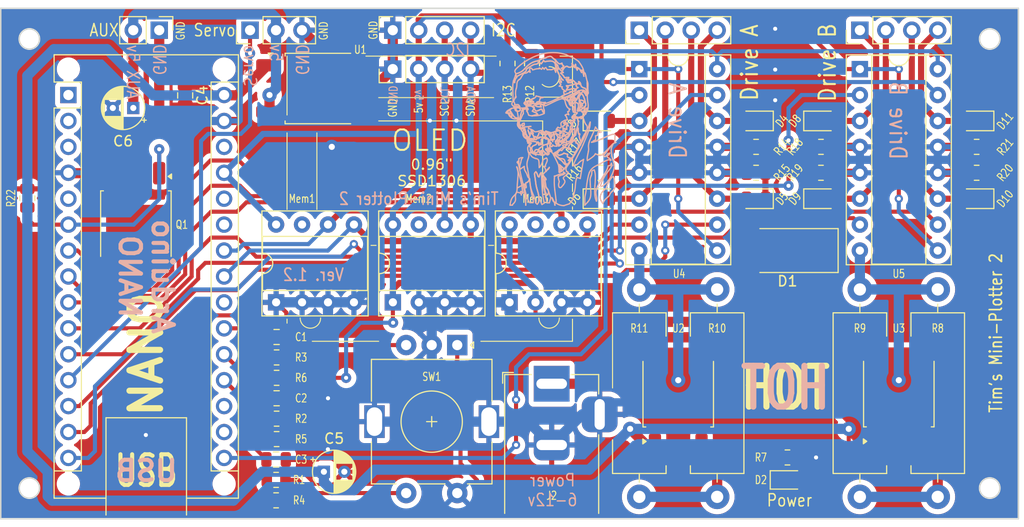
<source format=kicad_pcb>
(kicad_pcb (version 20240108) (generator "pcbnew") (generator_version "8.0")
  (title_block (title "Mini Plotter 2"))
  (layers (0 "F.Cu" signal) (31 "B.Cu" signal) (34 "B.Paste" user) (35 "F.Paste" user) (36 "B.SilkS" user "B.Silkscreen") (37 "F.SilkS" user "F.Silkscreen") (38 "B.Mask" user) (39 "F.Mask" user) (44 "Edge.Cuts" user))
  (net 0 "")
  (net 2 "Net-(A1-D4)")
  (net 3 "Net-(A1-D10)")
  (net 4 "Net-(A1-D6)")
  (net 5 "/SCL")
  (net 7 "Net-(A1-D11)")
  (net 9 "/SDA")
  (net 11 "Net-(A1-D12)")
  (net 12 "Net-(A1-D9)")
  (net 15 "Net-(A1-A2)")
  (net 16 "Net-(A1-D3)")
  (net 18 "GND")
  (net 19 "Net-(A1-D8)")
  (net 20 "Net-(A1-D5)")
  (net 22 "Net-(A1-A1)")
  (net 23 "/5v Arduino")
  (net 24 "Net-(A1-A0)")
  (net 26 "/Power")
  (net 28 "Net-(A1-D7)")
  (net 29 "Net-(A1-D13)")
  (net 30 "/5v")
  (net 31 "+BATT")
  (net 32 "Net-(D2-K)")
  (net 33 "Net-(D4-A)")
  (net 34 "Net-(D4-K)")
  (net 35 "Net-(D5-K)")
  (net 36 "Net-(D5-A)")
  (net 37 "Net-(D6-A)")
  (net 38 "Net-(D6-K)")
  (net 39 "Net-(D7-A)")
  (net 40 "Net-(D7-K)")
  (net 41 "Net-(D8-A)")
  (net 42 "Net-(D8-K)")
  (net 43 "Net-(D9-K)")
  (net 44 "Net-(D10-K)")
  (net 45 "Net-(D10-A)")
  (net 46 "Net-(D11-K)")
  (net 47 "Net-(J4-Pin_1)")
  (net 51 "Net-(R1-Pad1)")
  (net 52 "Net-(R2-Pad1)")
  (net 53 "Net-(R3-Pad1)")
  (net 54 "Net-(U3-OUT)")
  (net 55 "/Motor B")
  (net 56 "/Motor A")
  (net 57 "Net-(U2-OUT)")
  (net 58 "Net-(D9-A)")
  (net 59 "Net-(D11-A)")
  (footprint "Capacitor_THT:CP_Radial_D4.0mm_P2.00mm" (layer "F.Cu") (at 152.557401 112.71)
    (property "Reference" "C5")
    (property "Value" "1µF")
  )
  (footprint "LED_SMD:LED_0805_2012Metric" (layer "F.Cu") (at 179.62 85.96)
    (property "Reference" "D6")
    (property "Value" "LED (Green)")
  )
  (footprint "Resistor_SMD:R_0805_2012Metric" (layer "F.Cu") (at 147.93 107.51 180)
    (property "Reference" "R2")
    (property "Value" "100R")
  )
  (footprint "LED_SMD:LED_0805_2012Metric" (layer "F.Cu") (at 201.21 85.96)
    (property "Reference" "D9")
    (property "Value" "LED (Green)")
  )
  (footprint "Resistor_SMD:R_0805_2012Metric" (layer "F.Cu") (at 179.62 83.42)
    (property "Reference" "R16")
    (property "Value" "150R")
  )
  (footprint "Package_TO_SOT_SMD:TO-252-3_TabPin2" (layer "F.Cu") (at 134.155 88.5 -90)
    (property "Reference" "Q1")
    (property "Value" "N-MOSFET")
  )
  (footprint "Resistor_THT:R_Axial_DIN0516_L15.5mm_D5.0mm_P20.32mm_Horizontal" (layer "F.Cu") (at 205.02 94.85 -90)
    (property "Reference" "R9")
    (property "Value" "24")
  )
  (footprint "Connector_PinHeader_2.54mm:PinHeader_1x04_P2.54mm_Vertical" (layer "F.Cu") (at 205.02 69.45 90)
    (property "Reference" "J6" (hide yes))
    (property "Value" "Stepper")
  )
  (footprint "Capacitor_SMD:C_0805_2012Metric" (layer "F.Cu") (at 138.98 75.84 -90)
    (property "Reference" "C4")
    (property "Value" "0.33µF")
  )
  (footprint "Package_DIP:DIP-16_W7.62mm_Socket" (layer "F.Cu") (at 183.43 73.26)
    (property "Reference" "U4")
    (property "Value" "L293")
  )
  (footprint "Package_TO_SOT_SMD:TO-252-2" (layer "F.Cu") (at 152.07 75.165)
    (property "Reference" "U1")
    (property "Value" "L7805")
  )
  (footprint "Connector_PinSocket_2.54mm:PinSocket_1x04_P2.54mm_Vertical" (layer "F.Cu") (at 159.3 69.45 90)
    (property "Reference" "J1" (hide yes))
    (property "Value" "IC2")
  )
  (footprint "LED_SMD:LED_0805_2012Metric" (layer "F.Cu") (at 194.86 78.34 180)
    (property "Reference" "D4")
    (property "Value" "LED (Green)")
  )
  (footprint "Resistor_THT:R_Axial_DIN0516_L15.5mm_D5.0mm_P20.32mm_Horizontal" (layer "F.Cu") (at 191.05 94.85 -90)
    (property "Reference" "R10")
    (property "Value" "24")
  )
  (footprint "Package_TO_SOT_SMD:TO-252-2" (layer "F.Cu") (at 187.24 105.01 90)
    (property "Reference" "U2")
    (property "Value" "78M05")
  )
  (footprint "Resistor_SMD:R_0805_2012Metric" (layer "F.Cu") (at 147.88 115.51)
    (property "Reference" "R4")
    (property "Value" "22k")
  )
  (footprint "Connector_PinHeader_2.54mm:PinHeader_1x03_P2.54mm_Vertical" (layer "F.Cu") (at 145.33 69.45 90)
    (property "Reference" "J3" (hide yes))
    (property "Value" "Servo")
  )
  (footprint "Package_TO_SOT_SMD:TO-252-2" (layer "F.Cu") (at 208.83 105 90)
    (property "Reference" "U3")
    (property "Value" "78M05")
  )
  (footprint "Package_DIP:DIP-8_W7.62mm_Socket" (layer "F.Cu") (at 170.73 96.11 90)
    (property "Reference" "Mem3")
    (property "Value" "CAT24C256")
  )
  (footprint "Resistor_SMD:R_0805_2012Metric" (layer "F.Cu") (at 170.53 72.71 90)
    (property "Reference" "R13")
    (property "Value" "10k")
  )
  (footprint "Capacitor_SMD:C_0805_2012Metric" (layer "F.Cu") (at 147.93 105.51)
    (property "Reference" "C2")
    (property "Value" "100nF")
  )
  (footprint "Resistor_SMD:R_0805_2012Metric" (layer "F.Cu") (at 216.45 80.88)
    (property "Reference" "R21")
    (property "Value" "150R")
  )
  (footprint "Diode_SMD:D_SMA-SMB_Universal_Handsoldering" (layer "F.Cu") (at 197.93 91.04 180)
    (property "Reference" "D1")
    (property "Value" "D")
  )
  (footprint "Rotary_Encoder:RotaryEncoder_Alps_EC11E-Switch_Vertical_H20mm" (layer "F.Cu") (at 165.61 100.3 -90)
    (property "Reference" "SW1")
    (property "Value" "RotaryEncoder_Switch")
  )
  (footprint "Resistor_SMD:R_0805_2012Metric" (layer "F.Cu") (at 147.88 113.51 180)
    (property "Reference" "R1")
    (property "Value" "100R")
  )
  (footprint "Resistor_THT:R_Axial_DIN0516_L15.5mm_D5.0mm_P20.32mm_Horizontal" (layer "F.Cu") (at 183.43 94.85 -90)
    (property "Reference" "R11")
    (property "Value" "24")
  )
  (footprint "Tims:OLED_I2C_096in_Module" (layer "F.Cu") (at 162.92 73.26)
    (property "Reference" "J7" (hide yes))
    (property "Value" "OLED")
  )
  (footprint "Resistor_SMD:R_0805_2012Metric" (layer "F.Cu") (at 201.21 80.88 180)
    (property "Reference" "R18")
    (property "Value" "150R")
  )
  (footprint "LED_SMD:LED_0805_2012Metric" (layer "F.Cu") (at 194.86 85.96 180)
    (property "Reference" "D5")
    (property "Value" "LED (Green)")
  )
  (footprint "Package_DIP:DIP-16_W7.62mm_Socket" (layer "F.Cu") (at 205.02 73.26)
    (property "Reference" "U5")
    (property "Value" "L293")
  )
  (footprint "Resistor_SMD:R_0805_2012Metric" (layer "F.Cu") (at 123.53 85.91 -90)
    (property "Reference" "R22")
    (property "Value" "10k")
  )
  (footprint "Resistor_SMD:R_0805_2012Metric" (layer "F.Cu") (at 147.93 109.51)
    (property "Reference" "R5")
    (property "Value" "22k")
  )
  (footprint "Module:Arduino_Nano_WithMountingHoles" (layer "F.Cu") (at 127.55 75.8)
    (property "Reference" "A1" (hide yes))
    (property "Value" "Arduino_Nano_v3.x")
  )
  (footprint "Package_DIP:DIP-8_W7.62mm_Socket" (layer "F.Cu") (at 159.31 96.11 90)
    (property "Reference" "Mem2")
    (property "Value" "CAT24C256")
  )
  (footprint "Resistor_SMD:R_0805_2012Metric" (layer "F.Cu") (at 216.45 83.42)
    (property "Reference" "R20")
    (property "Value" "150R")
  )
  (footprint "Connector_BarrelJack:BarrelJack_Horizontal" (layer "F.Cu") (at 174.8525 104.09 90)
    (property "Reference" "J2")
    (property "Value" "12v Power")
  )
  (footprint "Resistor_SMD:R_0805_2012Metric" (layer "F.Cu") (at 194.86 80.88 180)
    (property "Reference" "R14")
    (property "Value" "150R")
  )
  (footprint "LED_SMD:LED_0805_2012Metric" (layer "F.Cu") (at 179.62 78.34)
    (property "Reference" "D7")
    (property "Value" "LED (Green)")
  )
  (footprint "Capacitor_THT:CP_Radial_D4.0mm_P2.00mm" (layer "F.Cu") (at 133.9 77.07 180)
    (property "Reference" "C6")
    (property "Value" "22µF")
  )
  (footprint "Capacitor_SMD:C_0805_2012Metric" (layer "F.Cu") (at 147.88 111.51)
    (property "Reference" "C3")
    (property "Value" "100nF")
  )
  (footprint "Package_DIP:DIP-8_W7.62mm_Socket" (layer "F.Cu") (at 147.88 96.11 90)
    (property "Reference" "Mem1")
    (property "Value" "CAT24C256")
  )
  (footprint "Resistor_SMD:R_0805_2012Metric" (layer "F.Cu") (at 179.62 80.88)
    (property "Reference" "R17")
    (property "Value" "150R")
  )
  (footprint "Capacitor_SMD:C_0805_2012Metric" (layer "F.Cu") (at 147.93 99.51)
    (property "Reference" "C1")
    (property "Value" "100nF")
  )
  (footprint "Resistor_SMD:R_0805_2012Metric" (layer "F.Cu") (at 201.21 83.42 180)
    (property "Reference" "R19")
    (property "Value" "150R")
  )
  (footprint "LED_SMD:LED_0805_2012Metric" (layer "F.Cu") (at 216.45 78.34 180)
    (property "Reference" "D11")
    (property "Value" "LED (Green)")
  )
  (footprint "Resistor_SMD:R_0805_2012Metric" (layer "F.Cu") (at 197.93 111.31 180)
    (property "Reference" "R7")
    (property "Value" "1k")
  )
  (footprint "Resistor_SMD:R_0805_2012Metric" (layer "F.Cu") (at 172.93 72.71 90)
    (property "Reference" "R12")
    (property "Value" "10k")
  )
  (footprint "Connector_PinHeader_2.54mm:PinHeader_1x02_P2.54mm_Vertical" (layer "F.Cu") (at 136.44 69.45 -90)
    (property "Reference" "J4" (hide yes))
    (property "Value" "5v Aux.")
  )
  (footprint "Resistor_THT:R_Axial_DIN0516_L15.5mm_D5.0mm_P20.32mm_Horizontal" (layer "F.Cu") (at 212.64 94.85 -90)
    (property "Reference" "R8")
    (property "Value" "24")
  )
  (footprint "LED_SMD:LED_0805_2012Metric" (layer "F.Cu") (at 197.93 113.51)
    (property "Reference" "D2")
    (property "Value" "LED (Red)")
  )
  (footprint "LED_SMD:LED_0805_2012Metric" (layer "F.Cu") (at 216.45 85.96 180)
    (property "Reference" "D10")
    (property "Value" "LED (Green)")
  )
  (footprint "Connector_PinHeader_2.54mm:PinHeader_1x04_P2.54mm_Vertical" (layer "F.Cu") (at 183.43 69.45 90)
    (property "Reference" "J5" (hide yes))
    (property "Value" "Stepper")
  )
  (footprint "Resistor_SMD:R_0805_2012Metric" (layer "F.Cu") (at 147.93 101.51 180)
    (property "Reference" "R3")
    (property "Value" "100R")
  )
  (footprint "Resistor_SMD:R_0805_2012Metric" (layer "F.Cu") (at 147.93 103.51)
    (property "Reference" "R6")
    (property "Value" "22k")
  )
  (footprint "LED_SMD:LED_0805_2012Metric" (layer "F.Cu") (at 201.21 78.34)
    (property "Reference" "D8")
    (property "Value" "LED (Green)")
  )
  (footprint "Resistor_SMD:R_0805_2012Metric" (layer "F.Cu") (at 194.86 83.42 180)
    (property "Reference" "R15")
    (property "Value" "150R")
  )
  (gr_curve (pts (xy 172.752264 79.7111) (xy 172.760764 79.6599) (xy 172.819464 79.5134) (xy 172.822064 79.4997)) (stroke (width 0.13)) (layer "B.SilkS"))
  (gr_curve (pts (xy 175.929364 83.166) (xy 175.879064 83.223) (xy 175.814564 83.2897) (xy 175.747964 83.3264)) (stroke (width 0.13)) (layer "B.SilkS"))
  (gr_curve (pts (xy 172.882164 79.2295) (xy 173.011864 79.3883) (xy 172.961264 79.4281) (xy 173.047264 79.5608)) (stroke (width 0.13)) (layer "B.SilkS"))
  (gr_curve (pts (xy 172.490864 79.8656) (xy 172.390864 80.1565) (xy 172.413364 79.964) (xy 172.467264 80.1463)) (stroke (width 0.13)) (layer "B.SilkS"))
  (gr_line (start 176.955464 75.8222) (end 177.212764 75.6202) (stroke (width 0.13)) (layer "B.SilkS"))
  (gr_curve (pts (xy 176.338464 80.3947) (xy 176.202064 80.4513) (xy 176.269264 80.4236) (xy 176.121264 80.4648)) (stroke (width 0.13)) (layer "B.SilkS"))
  (gr_line (start 172.758964 76.7182) (end 172.883764 76.6663) (stroke (width 0.13)) (layer "B.SilkS"))
  (gr_curve (pts (xy 177.174364 75.378) (xy 177.058664 75.457) (xy 177.142564 75.4109) (xy 177.008064 75.4286)) (stroke (width 0.13)) (layer "B.SilkS"))
  (gr_line (start 176.779164 74.8219) (end 176.984064 74.7679) (stroke (width 0.13)) (layer "B.SilkS"))
  (gr_curve (pts (xy 177.279864 74.8057) (xy 177.285264 74.7986) (xy 177.295464 74.7819) (xy 177.301764 74.7748)) (stroke (width 0.13)) (layer "B.SilkS"))
  (gr_curve (pts (xy 174.221164 79.7838) (xy 174.111964 79.5036) (xy 174.238264 79.7088) (xy 174.072164 79.655)) (stroke (width 0.13)) (layer "B.SilkS"))
  (gr_curve (pts (xy 173.147964 79.8957) (xy 173.201264 80.0366) (xy 173.198064 79.985) (xy 173.167064 80.1186)) (stroke (width 0.13)) (layer "B.SilkS"))
  (gr_curve (pts (xy 171.224464 74.5758) (xy 171.056964 74.4543) (xy 171.182164 74.6124) (xy 171.121064 74.3956)) (stroke (width 0.13)) (layer "B.SilkS"))
  (gr_curve (pts (xy 174.110464 76.6712) (xy 174.108264 76.6896) (xy 174.092064 76.752) (xy 174.086664 76.762)) (stroke (width 0.13)) (layer "B.SilkS"))
  (gr_curve (pts (xy 177.165464 81.3787) (xy 177.083664 81.5779) (xy 176.808164 82.0465) (xy 176.676864 82.128)) (stroke (width 0.13)) (layer "B.SilkS"))
  (gr_curve (pts (xy 175.125364 79.6169) (xy 175.407064 79.5826) (xy 175.209364 79.6045) (xy 175.439864 79.8533)) (stroke (width 0.13)) (layer "B.SilkS"))
  (gr_curve (pts (xy 175.885564 79.7886) (xy 175.964764 79.5692) (xy 175.883364 79.9128) (xy 175.944264 79.6647)) (stroke (width 0.13)) (layer "B.SilkS"))
  (gr_line (start 172.191064 77.0612) (end 172.297864 77.0767) (stroke (width 0.13)) (layer "B.SilkS"))
  (gr_curve (pts (xy 176.251264 80.1574) (xy 176.297664 80.2549) (xy 176.312364 80.317) (xy 176.338464 80.3947)) (stroke (width 0.13)) (layer "B.SilkS"))
  (gr_curve (pts (xy 176.055264 80.3423) (xy 176.269764 80.1378) (xy 175.950864 80.2991) (xy 176.251264 80.1574)) (stroke (width 0.13)) (layer "B.SilkS"))
  (gr_curve (pts (xy 173.672864 82.8611) (xy 173.680264 82.8716) (xy 173.702964 82.8306) (xy 173.712564 82.8185)) (stroke (width 0.13)) (layer "B.SilkS"))
  (gr_curve (pts (xy 176.211264 79.8384) (xy 176.147064 79.7289) (xy 176.106164 79.7834) (xy 176.063564 79.5627)) (stroke (width 0.13)) (layer "B.SilkS"))
  (gr_line (start 174.554764 79.5636) (end 174.501764 79.6115) (stroke (width 0.13)) (layer "B.SilkS"))
  (gr_curve (pts (xy 177.865764 73.3552) (xy 177.746264 73.4006) (xy 177.639664 73.3454) (xy 177.784564 73.5905)) (stroke (width 0.13)) (layer "B.SilkS"))
  (gr_curve (pts (xy 172.491964 77.2516) (xy 172.461364 77.2839) (xy 172.474064 77.2193) (xy 172.426664 77.3428)) (stroke (width 0.13)) (layer "B.SilkS"))
  (gr_curve (pts (xy 176.086264 79.0757) (xy 176.135164 79.1935) (xy 176.185864 79.1002) (xy 176.163064 79.2308)) (stroke (width 0.13)) (layer "B.SilkS"))
  (gr_line (start 175.839164 81.2346) (end 176.090264 80.9251) (stroke (width 0.13)) (layer "B.SilkS"))
  (gr_curve (pts (xy 178.326764 74.4621) (xy 178.309764 74.6719) (xy 178.336164 74.8445) (xy 178.332764 75.065)) (stroke (width 0.13)) (layer "B.SilkS"))
  (gr_curve (pts (xy 178.332764 75.065) (xy 178.327464 75.3993) (xy 178.363864 75.3016) (xy 178.421564 75.599)) (stroke (width 0.13)) (layer "B.SilkS"))
  (gr_line (start 173.912164 81.681) (end 173.788864 81.6594) (stroke (width 0.13)) (layer "B.SilkS"))
  (gr_line (start 172.529964 80.4752) (end 172.570364 80.3944) (stroke (width 0.13)) (layer "B.SilkS"))
  (gr_line (start 175.425964 80.6078) (end 175.330764 80.5846) (stroke (width 0.13)) (layer "B.SilkS"))
  (gr_curve (pts (xy 177.394264 73.1307) (xy 177.671164 73.2656) (xy 177.604264 73.3288) (xy 177.784564 73.5905)) (stroke (width 0.13)) (layer "B.SilkS"))
  (gr_line (start 177.608864 77.048) (end 177.635364 76.9506) (stroke (width 0.13)) (layer "B.SilkS"))
  (gr_line (start 177.187964 78.0655) (end 177.245764 78.0129) (stroke (width 0.13)) (layer "B.SilkS"))
  (gr_curve (pts (xy 175.717964 80.0112) (xy 175.657864 80.0787) (xy 175.676064 80.0743) (xy 175.635064 80.1341)) (stroke (width 0.13)) (layer "B.SilkS"))
  (gr_line (start 172.576064 80.4646) (end 172.529964 80.4752) (stroke (width 0.13)) (layer "B.SilkS"))
  (gr_curve (pts (xy 171.248364 77.0241) (xy 171.500864 76.9972) (xy 171.530864 76.9913) (xy 171.761864 77.0542)) (stroke (width 0.13)) (layer "B.SilkS"))
  (gr_line (start 172.323964 86.5917) (end 172.314864 86.5917) (stroke (width 0.13)) (layer "B.SilkS"))
  (gr_curve (pts (xy 176.707364 80.2087) (xy 176.735564 80.1556) (xy 176.729164 80.0874) (xy 176.795064 79.9669)) (stroke (width 0.13)) (layer "B.SilkS"))
  (gr_line (start 173.212164 76.7695) (end 173.785864 76.6523) (stroke (width 0.13)) (layer "B.SilkS"))
  (gr_curve (pts (xy 173.819164 83.4114) (xy 173.654964 83.5533) (xy 173.677864 83.7229) (xy 173.607164 83.8231)) (stroke (width 0.13)) (layer "B.SilkS"))
  (gr_line (start 172.644864 79.9167) (end 172.601864 79.994) (stroke (width 0.13)) (layer "B.SilkS"))
  (gr_line (start 174.637464 79.4756) (end 174.561664 79.4969) (stroke (width 0.13)) (layer "B.SilkS"))
  (gr_curve (pts (xy 174.662264 80.7136) (xy 174.638464 80.8323) (xy 174.663464 80.8412) (xy 174.695864 81.0171)) (stroke (width 0.13)) (layer "B.SilkS"))
  (gr_curve (pts (xy 177.723964 78.1154) (xy 178.028264 77.9905) (xy 177.976164 78.1981) (xy 178.088364 78.4742)) (stroke (width 0.13)) (layer "B.SilkS"))
  (gr_line (start 175.513264 81.2527) (end 175.595064 81.2126) (stroke (width 0.13)) (layer "B.SilkS"))
  (gr_line (start 178.112064 79.5968) (end 178.062564 79.6461) (stroke (width 0.13)) (layer "B.SilkS"))
  (gr_curve (pts (xy 178.126664 77.6553) (xy 178.031364 77.6236) (xy 178.061964 77.6147) (xy 178.068664 77.7223)) (stroke (width 0.13)) (layer "B.SilkS"))
  (gr_curve (pts (xy 173.634664 73.2162) (xy 173.207464 73.2333) (xy 173.289364 73.2778) (xy 172.993264 73.3395)) (stroke (width 0.13)) (layer "B.SilkS"))
  (gr_curve (pts (xy 172.029364 79.4495) (xy 172.046664 79.463) (xy 172.063164 79.4829) (xy 172.072464 79.4992)) (stroke (width 0.13)) (layer "B.SilkS"))
  (gr_curve (pts (xy 174.299064 84.1053) (xy 174.301364 83.9301) (xy 174.216364 83.8921) (xy 174.078264 83.8083)) (stroke (width 0.13)) (layer "B.SilkS"))
  (gr_curve (pts (xy 177.180864 72.7996) (xy 177.101564 72.906) (xy 177.118664 72.947) (xy 177.082664 73.0996)) (stroke (width 0.13)) (layer "B.SilkS"))
  (gr_line (start 176.648664 80.4518) (end 176.703164 80.4277) (stroke (width 0.13)) (layer "B.SilkS"))
  (gr_curve (pts (xy 175.670364 82.1131) (xy 176.020164 82.3278) (xy 175.980564 82.5562) (xy 176.320264 82.6782)) (stroke (width 0.13)) (layer "B.SilkS"))
  (gr_curve (pts (xy 178.243864 84.9116) (xy 178.276764 84.5257) (xy 178.406064 83.7123) (xy 178.546064 83.3865)) (stroke (width 0.13)) (layer "B.SilkS"))
  (gr_line (start 177.559964 80.7227) (end 177.532664 80.7859) (stroke (width 0.13)) (layer "B.SilkS"))
  (gr_line (start 177.200364 75.5555) (end 177.266664 75.5612) (stroke (width 0.13)) (layer "B.SilkS"))
  (gr_curve (pts (xy 175.330764 80.5846) (xy 175.489964 80.488) (xy 175.408064 80.611) (xy 175.462664 80.3838)) (stroke (width 0.13)) (layer "B.SilkS"))
  (gr_curve (pts (xy 179.594164 84.793) (xy 180.013764 83.4685) (xy 180.452764 83.3227) (xy 180.765864 82.702)) (stroke (width 0.13)) (layer "B.SilkS"))
  (gr_curve (pts (xy 174.876064 79.8967) (xy 174.742964 79.8042) (xy 174.828664 79.9442) (xy 174.723864 79.7849)) (stroke (width 0.13)) (layer "B.SilkS"))
  (gr_curve (pts (xy 173.887964 79.3886) (xy 173.769564 79.7163) (xy 173.799364 79.4966) (xy 173.855664 79.6321)) (stroke (width 0.13)) (layer "B.SilkS"))
  (gr_line (start 174.007564 76.0444) (end 173.730564 76.1075) (stroke (width 0.13)) (layer "B.SilkS"))
  (gr_curve (pts (xy 176.598364 82.223) (xy 176.551764 82.091) (xy 176.532764 82.128) (xy 176.676864 82.128)) (stroke (width 0.13)) (layer "B.SilkS"))
  (gr_curve (pts (xy 175.412664 80.1501) (xy 175.445964 80.2275) (xy 175.450864 80.2725) (xy 175.438264 80.2978)) (stroke (width 0.13)) (layer "B.SilkS"))
  (gr_line (start 179.927164 81.7371) (end 180.837964 80.5983) (stroke (width 0.13)) (layer "B.SilkS"))
  (gr_line (start 178.149964 73.76) (end 178.185364 73.8689) (stroke (width 0.13)) (layer "B.SilkS"))
  (gr_curve (pts (xy 172.905264 79.5608) (xy 172.907864 79.5599) (xy 172.908864 79.5652) (xy 172.909464 79.5681)) (stroke (width 0.13)) (layer "B.SilkS"))
  (gr_line (start 178.304764 77.0797) (end 178.238264 77.4402) (stroke (width 0.13)) (layer "B.SilkS"))
  (gr_curve (pts (xy 177.582164 74.7271) (xy 177.419964 74.4311) (xy 177.490364 74.5248) (xy 177.513164 74.4857)) (stroke (width 0.13)) (layer "B.SilkS"))
  (gr_line (start 174.230364 79.5304) (end 174.243364 79.5026) (stroke (width 0.13)) (layer "B.SilkS"))
  (gr_curve (pts (xy 176.283964 80.6738) (xy 176.242964 80.5555) (xy 176.225864 80.5748) (xy 176.341364 80.6226)) (stroke (width 0.13)) (layer "B.SilkS"))
  (gr_curve (pts (xy 172.884064 80.1853) (xy 172.715164 80.1762) (xy 172.761364 80.1781) (xy 172.679664 80.1343)) (stroke (width 0.13)) (layer "B.SilkS"))
  (gr_curve (pts (xy 173.579964 85.6493) (xy 173.539064 85.3727) (xy 173.450164 85.1538) (xy 173.384164 84.8999)) (stroke (width 0.13)) (layer "B.SilkS"))
  (gr_curve (pts (xy 174.874064 81.2907) (xy 174.592764 81.4356) (xy 174.616364 81.2961) (xy 174.607964 81.2891)) (stroke (width 0.13)) (layer "B.SilkS"))
  (gr_curve (pts (xy 173.503964 79.369) (xy 173.639564 79.3381) (xy 173.467964 79.38) (xy 173.585164 79.3464)) (stroke (width 0.13)) (layer "B.SilkS"))
  (gr_curve (pts (xy 177.167964 76.4935) (xy 177.087264 76.9076) (xy 177.187964 76.706) (xy 177.170064 77.4425)) (stroke (width 0.13)) (layer "B.SilkS"))
  (gr_line (start 176.897764 79.4507) (end 176.796764 79.3606) (stroke (width 0.13)) (layer "B.SilkS"))
  (gr_curve (pts (xy 177.689064 80.4066) (xy 177.659364 80.0599) (xy 177.467664 79.915) (xy 177.600464 79.6725)) (stroke (width 0.13)) (layer "B.SilkS"))
  (gr_line (start 173.132564 77.1056) (end 172.968164 77.3846) (stroke (width 0.13)) (layer "B.SilkS"))
  (gr_line (start 172.179364 78.9624) (end 172.236364 78.93) (stroke (width 0.13)) (layer "B.SilkS"))
  (gr_line (start 174.123564 79.9486) (end 174.271064 79.9423) (stroke (width 0.13)) (layer "B.SilkS"))
  (gr_line (start 173.792264 79.4613) (end 173.887964 79.3886) (stroke (width 0.13)) (layer "B.SilkS"))
  (gr_line (start 177.245764 78.0129) (end 177.187964 78.0655) (stroke (width 0.13)) (layer "B.SilkS"))
  (gr_line (start 177.479264 80.7227) (end 177.413564 80.6014) (stroke (width 0.13)) (layer "B.SilkS"))
  (gr_curve (pts (xy 174.402064 80.0675) (xy 174.348164 79.9352) (xy 174.472964 80.0005) (xy 174.271064 79.9423)) (stroke (width 0.13)) (layer "B.SilkS"))
  (gr_curve (pts (xy 175.595064 81.2126) (xy 175.499064 81.1157) (xy 175.522164 81.1566) (xy 175.653764 81.1566)) (stroke (width 0.13)) (layer "B.SilkS"))
  (gr_curve (pts (xy 173.761664 81.5382) (xy 173.781564 81.4223) (xy 173.749664 81.409) (xy 173.766264 81.3539)) (stroke (width 0.13)) (layer "B.SilkS"))
  (gr_curve (pts (xy 177.448764 76.6422) (xy 177.546864 77.101) (xy 177.375764 76.9923) (xy 177.373864 77.3574)) (stroke (width 0.13)) (layer "B.SilkS"))
  (gr_curve (pts (xy 176.232264 78.4364) (xy 176.313864 78.529) (xy 176.097364 78.4647) (xy 176.155564 78.6341)) (stroke (width 0.13)) (layer "B.SilkS"))
  (gr_curve (pts (xy 176.954064 79.9494) (xy 176.875964 80.0831) (xy 176.793364 80.2264) (xy 176.744564 80.3553)) (stroke (width 0.13)) (layer "B.SilkS"))
  (gr_line (start 174.695864 81.0171) (end 174.874064 81.2907) (stroke (width 0.13)) (layer "B.SilkS"))
  (gr_line (start 171.933364 78.7239) (end 172.156364 79.2307) (stroke (width 0.13)) (layer "B.SilkS"))
  (gr_line (start 175.084264 79.7204) (end 175.109064 80.1651) (stroke (width 0.13)) (layer "B.SilkS"))
  (gr_curve (pts (xy 177.349964 73.3576) (xy 177.448964 73.1868) (xy 177.396264 73.2513) (xy 177.295864 73.087)) (stroke (width 0.13)) (layer "B.SilkS"))
  (gr_curve (pts (xy 172.374564 76.8336) (xy 172.486564 76.7764) (xy 172.587364 76.7407) (xy 172.758964 76.7182)) (stroke (width 0.13)) (layer "B.SilkS"))
  (gr_curve (pts (xy 174.554764 79.5636) (xy 174.484964 79.5068) (xy 174.486964 79.5554) (xy 174.561664 79.4969)) (stroke (width 0.13)) (layer "B.SilkS"))
  (gr_curve (pts (xy 172.030664 79.4126) (xy 172.105964 79.2276) (xy 171.974764 79.3484) (xy 172.156364 79.2307)) (stroke (width 0.13)) (layer "B.SilkS"))
  (gr_curve (pts (xy 178.240564 79.3383) (xy 178.255364 79.4282) (xy 178.277664 79.4121) (xy 178.191564 79.403)) (stroke (width 0.13)) (layer "B.SilkS"))
  (gr_curve (pts (xy 175.269464 80.2902) (xy 175.158564 80.4077) (xy 175.196364 80.354) (xy 175.225364 80.4078)) (stroke (width 0.13)) (layer "B.SilkS"))
  (gr_curve (pts (xy 177.373864 77.3574) (xy 177.375764 76.9923) (xy 177.546864 77.101) (xy 177.448764 76.6422)) (stroke (width 0.13)) (layer "B.SilkS"))
  (gr_curve (pts (xy 171.310364 73.8955) (xy 171.514464 74.0439) (xy 171.376164 73.9084) (xy 171.424364 74.0905)) (stroke (width 0.13)) (layer "B.SilkS"))
  (gr_curve (pts (xy 172.323964 84.4158) (xy 172.487464 84.3535) (xy 172.616164 84.27) (xy 172.656864 84.0828)) (stroke (width 0.13)) (layer "B.SilkS"))
  (gr_line (start 175.999664 83.129) (end 176.075864 83.0389) (stroke (width 0.13)) (layer "B.SilkS"))
  (gr_line (start 175.405364 81.4185) (end 175.384464 81.33) (stroke (width 0.13)) (layer "B.SilkS"))
  (gr_curve (pts (xy 176.270564 71.8462) (xy 176.871664 72.1725) (xy 176.713564 71.9485) (xy 177.485364 72.502)) (stroke (width 0.13)) (layer "B.SilkS"))
  (gr_line (start 170.435464 77.4962) (end 170.546164 77.5323) (stroke (width 0.13)) (layer "B.SilkS"))
  (gr_line (start 175.606364 79.9624) (end 175.439864 79.8533) (stroke (width 0.13)) (layer "B.SilkS"))
  (gr_line (start 177.036564 75.878) (end 177.568964 75.5149) (stroke (width 0.13)) (layer "B.SilkS"))
  (gr_curve (pts (xy 176.147764 78.2784) (xy 176.270064 78.2308) (xy 176.243464 78.2945) (xy 176.407064 78.2297)) (stroke (width 0.13)) (layer "B.SilkS"))
  (gr_line (start 177.883264 79.9799) (end 177.878364 80.0325) (stroke (width 0.13)) (layer "B.SilkS"))
  (gr_curve (pts (xy 174.526264 81.2749) (xy 174.444364 81.2014) (xy 174.466664 81.3943) (xy 174.458564 81.1273)) (stroke (width 0.13)) (layer "B.SilkS"))
  (gr_curve (pts (xy 173.595464 81.1235) (xy 173.618464 81.0682) (xy 173.646364 81.0123) (xy 173.764764 80.9547)) (stroke (width 0.13)) (layer "B.SilkS"))
  (gr_curve (pts (xy 176.341364 80.6226) (xy 176.392264 80.7343) (xy 176.400964 80.7076) (xy 176.283964 80.6738)) (stroke (width 0.13)) (layer "B.SilkS"))
  (gr_curve (pts (xy 172.938664 76.9112) (xy 172.709464 76.8604) (xy 172.614464 76.8329) (xy 172.406564 76.9539)) (stroke (width 0.13)) (layer "B.SilkS"))
  (gr_curve (pts (xy 176.798464 78.667) (xy 176.798964 78.663) (xy 176.795664 78.6479) (xy 176.796564 78.6442)) (stroke (width 0.13)) (layer "B.SilkS"))
  (gr_line (start 173.632364 76.4448) (end 173.421164 76.4829) (stroke (width 0.13)) (layer "B.SilkS"))
  (gr_line (start 177.222864 81.3285) (end 177.165464 81.3787) (stroke (width 0.13)) (layer "B.SilkS"))
  (gr_curve (pts (xy 175.169264 86.5917) (xy 175.129764 86.29) (xy 175.030764 86.111) (xy 174.887664 85.8653)) (stroke (width 0.13)) (layer "B.SilkS"))
  (gr_curve (pts (xy 173.721664 79.9236) (xy 173.656864 79.9887) (xy 173.696164 79.9842) (xy 173.584564 80.0281)) (stroke (width 0.13)) (layer "B.SilkS"))
  (gr_curve (pts (xy 177.855764 77.1537) (xy 178.009864 77.0657) (xy 177.844464 77.163) (xy 177.962964 77.0412)) (stroke (width 0.13)) (layer "B.SilkS"))
  (gr_line (start 178.062564 79.6461) (end 178.057664 79.7079) (stroke (width 0.13)) (layer "B.SilkS"))
  (gr_curve (pts (xy 177.296864 76.2675) (xy 177.365664 76.1464) (xy 177.426564 75.8251) (xy 177.543864 75.7375)) (stroke (width 0.13)) (layer "B.SilkS"))
  (gr_curve (pts (xy 176.337464 79.1616) (xy 176.325564 79.0127) (xy 176.227864 78.7075) (xy 176.480464 78.8236)) (stroke (width 0.13)) (layer "B.SilkS"))
  (gr_curve (pts (xy 176.678364 82.016) (xy 176.672664 82.0222) (xy 176.657864 82.039) (xy 176.650764 82.0463)) (stroke (width 0.13)) (layer "B.SilkS"))
  (gr_curve (pts (xy 176.401664 78.5789) (xy 176.401864 78.5668) (xy 176.400964 78.5596) (xy 176.397164 78.551)) (stroke (width 0.13)) (layer "B.SilkS"))
  (gr_curve (pts (xy 175.132164 83.7459) (xy 175.292064 83.6678) (xy 174.944564 83.8014) (xy 175.216364 83.7295)) (stroke (width 0.13)) (layer "B.SilkS"))
  (gr_curve (pts (xy 174.230364 79.5304) (xy 173.905364 79.5096) (xy 174.123464 79.5295) (xy 174.070064 79.4244)) (stroke (width 0.13)) (layer "B.SilkS"))
  (gr_curve (pts (xy 177.005764 78.2704) (xy 176.624664 78.383) (xy 176.828264 78.2177) (xy 176.674564 78.4917)) (stroke (width 0.13)) (layer "B.SilkS"))
  (gr_line (start 171.629764 78.2667) (end 171.596864 78.06) (stroke (width 0.13)) (layer "B.SilkS"))
  (gr_curve (pts (xy 176.661564 79.2051) (xy 176.739564 78.8721) (xy 176.647664 79.0472) (xy 176.670064 78.942)) (stroke (width 0.13)) (layer "B.SilkS"))
  (gr_line (start 177.180264 75.3174) (end 177.145064 75.2427) (stroke (width 0.13)) (layer "B.SilkS"))
  (gr_line (start 174.778764 80.088) (end 174.501764 79.6115) (stroke (width 0.13)) (layer "B.SilkS"))
  (gr_curve (pts (xy 171.469764 84.9171) (xy 171.466564 84.3782) (xy 171.705564 83.1195) (xy 171.431164 82.8424)) (stroke (width 0.13)) (layer "B.SilkS"))
  (gr_curve (pts (xy 177.902664 77.886) (xy 177.914264 77.9763) (xy 177.931464 77.9569) (xy 177.841564 77.933)) (stroke (width 0.13)) (layer "B.SilkS"))
  (gr_curve (pts (xy 173.083464 81.4784) (xy 173.085564 81.4795) (xy 173.100464 81.4884) (xy 173.102564 81.4891)) (stroke (width 0.13)) (layer "B.SilkS"))
  (gr_curve (pts (xy 172.724264 76.6034) (xy 172.823964 76.6966) (xy 172.569464 76.7188) (xy 172.883764 76.6663)) (stroke (width 0.13)) (layer "B.SilkS"))
  (gr_curve (pts (xy 179.873064 86.388) (xy 179.869164 86.3964) (xy 179.863064 86.4149) (xy 179.855564 86.427)) (stroke (width 0.13)) (layer "B.SilkS"))
  (gr_line (start 172.601864 79.994) (end 172.644864 79.9167) (stroke (width 0.13)) (layer "B.SilkS"))
  (gr_curve (pts (xy 175.986164 84.6114) (xy 176.354764 84.1386) (xy 175.979364 84.1465) (xy 176.000064 83.9225)) (stroke (width 0.13)) (layer "B.SilkS"))
  (gr_curve (pts (xy 174.325464 79.3695) (xy 174.320464 79.3445) (xy 174.301064 79.345) (xy 174.289864 79.3318)) (stroke (width 0.13)) (layer "B.SilkS"))
  (gr_curve (pts (xy 172.496264 77.4901) (xy 172.490664 77.48) (xy 172.477564 77.4623) (xy 172.472764 77.4543)) (stroke (width 0.13)) (layer "B.SilkS"))
  (gr_curve (pts (xy 177.841564 77.933) (xy 177.740464 77.9112) (xy 177.749964 77.8798) (xy 177.764964 77.97)) (stroke (width 0.13)) (layer "B.SilkS"))
  (gr_curve (pts (xy 176.819064 74.5568) (xy 176.651364 74.6229) (xy 176.760764 74.5938) (xy 176.490064 74.5896)) (stroke (width 0.13)) (layer "B.SilkS"))
  (gr_line (start 176.511564 75.8886) (end 175.964264 76.1022) (stroke (width 0.13)) (layer "B.SilkS"))
  (gr_curve (pts (xy 176.775564 75.9338) (xy 176.631064 76.0301) (xy 176.561464 76.0593) (xy 176.398264 75.9905)) (stroke (width 0.13)) (layer "B.SilkS"))
  (gr_curve (pts (xy 176.032264 80.3052) (xy 176.057964 80.1696) (xy 176.086064 80.0984) (xy 176.112664 80.0755)) (stroke (width 0.13)) (layer "B.SilkS"))
  (gr_curve (pts (xy 174.513364 81.6214) (xy 174.511064 81.6261) (xy 174.505264 81.6445) (xy 174.499964 81.6555)) (stroke (width 0.13)) (layer "B.SilkS"))
  (gr_curve (pts (xy 175.513264 81.2527) (xy 175.635364 81.2977) (xy 175.627464 81.3352) (xy 175.595064 81.2126)) (stroke (width 0.13)) (layer "B.SilkS"))
  (gr_curve (pts (xy 177.212764 75.6202) (xy 177.218864 75.6147) (xy 177.235864 75.6085) (xy 177.240064 75.5912)) (stroke (width 0.13)) (layer "B.SilkS"))
  (gr_curve (pts (xy 175.579564 80.2126) (xy 175.574564 80.2025) (xy 175.560764 80.2414) (xy 175.549564 80.2545)) (stroke (width 0.13)) (layer "B.SilkS"))
  (gr_line (start 178.318064 75.7034) (end 178.221664 75.8415) (stroke (width 0.13)) (layer "B.SilkS"))
  (gr_curve (pts (xy 176.065064 73.1469) (xy 176.073164 73.1369) (xy 176.084364 73.1247) (xy 176.092864 73.1154)) (stroke (width 0.13)) (layer "B.SilkS"))
  (gr_line (start 172.419464 77.3844) (end 172.552564 77.1933) (stroke (width 0.13)) (layer "B.SilkS"))
  (gr_line (start 173.476064 77.6914) (end 172.936264 77.8446) (stroke (width 0.13)) (layer "B.SilkS"))
  (gr_line (start 177.007664 79.8914) (end 177.061864 79.8391) (stroke (width 0.13)) (layer "B.SilkS"))
  (gr_curve (pts (xy 176.592564 77.1951) (xy 176.594664 77.1926) (xy 176.635064 77.1803) (xy 176.651564 77.1889)) (stroke (width 0.13)) (layer "B.SilkS"))
  (gr_line (start 177.764964 77.97) (end 177.680864 77.9429) (stroke (width 0.13)) (layer "B.SilkS"))
  (gr_line (start 175.359864 81.5506) (end 175.560164 81.7098) (stroke (width 0.13)) (layer "B.SilkS"))
  (gr_curve (pts (xy 173.766264 81.3539) (xy 173.749664 81.409) (xy 173.781564 81.4223) (xy 173.761664 81.5382)) (stroke (width 0.13)) (layer "B.SilkS"))
  (gr_line (start 175.375764 72.8693) (end 175.195064 72.6528) (stroke (width 0.13)) (layer "B.SilkS"))
  (gr_line (start 174.110464 76.6712) (end 174.206764 76.6333) (stroke (width 0.13)) (layer "B.SilkS"))
  (gr_line (start 176.892364 77.8694) (end 176.862464 78.0691) (stroke (width 0.13)) (layer "B.SilkS"))
  (gr_curve (pts (xy 171.424364 74.0905) (xy 171.376164 73.9084) (xy 171.514464 74.0439) (xy 171.310364 73.8955)) (stroke (width 0.13)) (layer "B.SilkS"))
  (gr_line (start 177.464064 80.8998) (end 177.222864 81.3285) (stroke (width 0.13)) (layer "B.SilkS"))
  (gr_curve (pts (xy 175.595064 81.2126) (xy 175.627464 81.3352) (xy 175.635364 81.2977) (xy 175.513264 81.2527)) (stroke (width 0.13)) (layer "B.SilkS"))
  (gr_curve (pts (xy 171.224464 74.5758) (xy 171.250264 74.3768) (xy 171.287664 74.1801) (xy 171.424364 74.0905)) (stroke (width 0.13)) (layer "B.SilkS"))
  (gr_curve (pts (xy 178.107964 73.6656) (xy 178.260564 73.929) (xy 177.985164 73.3943) (xy 178.149964 73.76)) (stroke (width 0.13)) (layer "B.SilkS"))
  (gr_curve (pts (xy 177.995164 79.8159) (xy 178.024464 79.914) (xy 178.037664 79.8936) (xy 177.940364 79.8607)) (stroke (width 0.13)) (layer "B.SilkS"))
  (gr_curve (pts (xy 176.000064 83.9225) (xy 176.011064 83.8038) (xy 176.118264 83.8083) (xy 176.307364 83.601)) (stroke (width 0.13)) (layer "B.SilkS"))
  (gr_curve (pts (xy 176.300464 74.8833) (xy 176.390664 75.0979) (xy 176.297764 74.9376) (xy 176.479564 75.041)) (stroke (width 0.13)) (layer "B.SilkS"))
  (gr_curve (pts (xy 175.832564 80.2778) (xy 175.861264 80.2407) (xy 175.836564 80.2057) (xy 175.935464 80.1747)) (stroke (width 0.13)) (layer "B.SilkS"))
  (gr_line (start 178.026364 77.7843) (end 178.198745 77.531637) (stroke (width 0.13)) (layer "B.SilkS"))
  (gr_line (start 174.304664 80.1176) (end 174.271064 79.9423) (stroke (width 0.13)) (layer "B.SilkS"))
  (gr_line (start 174.053264 76.7233) (end 174.040464 76.8266) (stroke (width 0.13)) (layer "B.SilkS"))
  (gr_line (start 173.620864 81.2411) (end 173.595464 81.1235) (stroke (width 0.13)) (layer "B.SilkS"))
  (gr_line (start 172.968164 77.3846) (end 173.132564 77.1056) (stroke (width 0.13)) (layer "B.SilkS"))
  (gr_line (start 177.081564 85.2574) (end 177.021264 85.5693) (stroke (width 0.13)) (layer "B.SilkS"))
  (gr_curve (pts (xy 177.222864 81.3285) (xy 177.253464 81.4252) (xy 177.265864 81.4019) (xy 177.165464 81.3787)) (stroke (width 0.13)) (layer "B.SilkS"))
  (gr_curve (pts (xy 175.499364 81.9157) (xy 175.719364 82.1487) (xy 176.075464 81.8771) (xy 176.155764 82.341)) (stroke (width 0.13)) (layer "B.SilkS"))
  (gr_line (start 175.004364 81.5697) (end 175.173864 81.6857) (stroke (width 0.13)) (layer "B.SilkS"))
  (gr_line (start 176.588464 75.8443) (end 176.028141 76.167087) (stroke (width 0.13)) (layer "B.SilkS"))
  (gr_curve (pts (xy 176.827264 75.4707) (xy 176.898564 75.4211) (xy 176.732364 75.4048) (xy 177.008064 75.4286)) (stroke (width 0.13)) (layer "B.SilkS"))
  (gr_curve (pts (xy 176.164264 83.4669) (xy 175.843064 83.7302) (xy 176.027464 83.5491) (xy 175.679264 83.6942)) (stroke (width 0.13)) (layer "B.SilkS"))
  (gr_curve (pts (xy 174.526264 81.2749) (xy 174.620164 81.0448) (xy 174.405964 81.2632) (xy 174.574964 81.1628)) (stroke (width 0.13)) (layer "B.SilkS"))
  (gr_line (start 178.421564 75.599) (end 178.318064 75.7034) (stroke (width 0.13)) (layer "B.SilkS"))
  (gr_curve (pts (xy 172.164864 84.5328) (xy 172.312064 84.6542) (xy 172.390264 84.7236) (xy 172.337164 84.8836)) (stroke (width 0.13)) (layer "B.SilkS"))
  (gr_curve (pts (xy 174.334764 81.2305) (xy 174.159464 81.1029) (xy 174.308264 81.0064) (xy 174.468464 81.1271)) (stroke (width 0.13)) (layer "B.SilkS"))
  (gr_curve (pts (xy 175.653764 81.1566) (xy 175.677264 81.2603) (xy 175.697164 81.242) (xy 175.595064 81.2126)) (stroke (width 0.13)) (layer "B.SilkS"))
  (gr_line (start 177.834364 80.083) (end 177.878364 80.0325) (stroke (width 0.13)) (layer "B.SilkS"))
  (gr_curve (pts (xy 178.120964 76.8902) (xy 178.089964 77.1961) (xy 178.018164 77.1163) (xy 178.036064 77.2917)) (stroke (width 0.13)) (layer "B.SilkS"))
  (gr_curve (pts (xy 170.817064 77.3827) (xy 170.809864 77.3963) (xy 170.797864 77.4151) (xy 170.796064 77.4238)) (stroke (width 0.13)) (layer "B.SilkS"))
  (gr_line (start 172.267364 76.7146) (end 172.275664 76.5012) (stroke (width 0.13)) (layer "B.SilkS"))
  (gr_curve (pts (xy 172.467264 80.1463) (xy 172.343364 80.0926) (xy 172.230664 80.0135) (xy 172.151564 79.9092)) (stroke (width 0.13)) (layer "B.SilkS"))
  (gr_curve (pts (xy 174.110064 77.5515) (xy 174.089764 77.5373) (xy 174.066664 77.4909) (xy 174.056464 77.5024)) (stroke (width 0.13)) (layer "B.SilkS"))
  (gr_curve (pts (xy 174.220964 76.8563) (xy 174.064964 76.7538) (xy 174.179464 76.8833) (xy 174.110464 76.6712)) (stroke (width 0.13)) (layer "B.SilkS"))
  (gr_line (start 173.585864 80.6914) (end 173.499564 80.394) (stroke (width 0.13)) (layer "B.SilkS"))
  (gr_curve (pts (xy 177.600464 79.6725) (xy 177.467664 79.915) (xy 177.659364 80.0599) (xy 177.689064 80.4066)) (stroke (width 0.13)) (layer "B.SilkS"))
  (gr_line (start 177.441664 78.0086) (end 177.401264 78.001) (stroke (width 0.13)) (layer "B.SilkS"))
  (gr_curve (pts (xy 177.551964 76.4928) (xy 177.643664 76.4928) (xy 177.620564 76.4723) (xy 177.604764 76.5679)) (stroke (width 0.13)) (layer "B.SilkS"))
  (gr_line (start 175.877864 76.1631) (end 175.964264 76.1022) (stroke (width 0.13)) (layer "B.SilkS"))
  (gr_curve (pts (xy 176.795064 79.9669) (xy 176.901164 79.773) (xy 177.033864 79.7368) (xy 177.086564 79.5857)) (stroke (width 0.13)) (layer "B.SilkS"))
  (gr_curve (pts (xy 178.639164 84.5807) (xy 178.651664 85.242) (xy 178.835664 85.7788) (xy 178.387064 86.2788)) (stroke (width 0.13)) (layer "B.SilkS"))
  (gr_curve (pts (xy 177.632864 75.7572) (xy 177.751664 75.7572) (xy 177.718564 75.785) (xy 177.718564 75.6602)) (stroke (width 0.13)) (layer "B.SilkS"))
  (gr_line (start 177.529364 75.9327) (end 177.638264 75.7599) (stroke (width 0.13)) (layer "B.SilkS"))
  (gr_curve (pts (xy 176.976564 85.7636) (xy 176.931264 85.887) (xy 176.991564 86.0337) (xy 176.572864 86.4602)) (stroke (width 0.13)) (layer "B.SilkS"))
  (gr_curve (pts (xy 177.524764 75.3704) (xy 177.908564 75.3391) (xy 177.940364 75.1995) (xy 178.179764 75.519)) (stroke (width 0.13)) (layer "B.SilkS"))
  (gr_curve (pts (xy 172.217664 76.4984) (xy 172.228264 76.489) (xy 172.266964 76.4572) (xy 172.281064 76.4491)) (stroke (width 0.13)) (layer "B.SilkS"))
  (gr_line (start 175.195064 72.6528) (end 175.375764 72.8693) (stroke (width 0.13)) (layer "B.SilkS"))
  (gr_line (start 172.938664 76.9112) (end 173.132564 77.1056) (stroke (width 0.13)) (layer "B.SilkS"))
  (gr_curve (pts (xy 170.906764 77.1193) (xy 170.747964 77.303) (xy 170.711864 77.276) (xy 170.435464 77.4962)) (stroke (width 0.13)) (layer "B.SilkS"))
  (gr_curve (pts (xy 178.215864 75.2876) (xy 178.384764 75.6269) (xy 178.132764 75.4412) (xy 178.393464 75.5608)) (stroke (width 0.13)) (layer "B.SilkS"))
  (gr_curve (pts (xy 172.909464 79.5681) (xy 172.908864 79.5652) (xy 172.907864 79.5599) (xy 172.905264 79.5608)) (stroke (width 0.13)) (layer "B.SilkS"))
  (gr_curve (pts (xy 172.938664 76.9112) (xy 173.154164 77.0089) (xy 172.871364 76.8763) (xy 173.128264 76.9788)) (stroke (width 0.13)) (layer "B.SilkS"))
  (gr_curve (pts (xy 173.366464 76.6291) (xy 173.196164 76.6419) (xy 173.152464 76.6085) (xy 172.883764 76.6663)) (stroke (width 0.13)) (layer "B.SilkS"))
  (gr_line (start 175.877864 80.4512) (end 175.832564 80.2778) (stroke (width 0.13)) (layer "B.SilkS"))
  (gr_line (start 177.502164 77.2223) (end 177.532564 77.2358) (stroke (width 0.13)) (layer "B.SilkS"))
  (gr_curve (pts (xy 175.057664 72.2553) (xy 174.803164 72.0284) (xy 174.817664 71.9604) (xy 174.482264 72.0599)) (stroke (width 0.13)) (layer "B.SilkS"))
  (gr_curve (pts (xy 174.040464 76.8266) (xy 174.045064 76.9467) (xy 174.050964 77.0807) (xy 174.104764 77.2537)) (stroke (width 0.13)) (layer "B.SilkS"))
  (gr_curve (pts (xy 175.905264 80.5281) (xy 175.681664 80.6349) (xy 175.799464 80.7175) (xy 175.535264 80.8068)) (stroke (width 0.13)) (layer "B.SilkS"))
  (gr_curve (pts (xy 173.912164 81.681) (xy 173.762164 81.7587) (xy 173.860864 81.712) (xy 173.788864 81.6594)) (stroke (width 0.13)) (layer "B.SilkS"))
  (gr_line (start 177.604764 76.5679) (end 177.551964 76.4928) (stroke (width 0.13)) (layer "B.SilkS"))
  (gr_curve (pts (xy 176.862464 78.0691) (xy 176.910064 78.0129) (xy 176.885264 78.0348) (xy 176.922464 77.9955)) (stroke (width 0.13)) (layer "B.SilkS"))
  (gr_line (start 177.008064 75.4286) (end 176.827264 75.4707) (stroke (width 0.13)) (layer "B.SilkS"))
  (gr_line (start 178.062564 79.6461) (end 178.112064 79.5968) (stroke (width 0.13)) (layer "B.SilkS"))
  (gr_curve (pts (xy 172.005964 77.1559) (xy 171.933064 77.2934) (xy 171.727864 78.0517) (xy 171.700664 78.2667)) (stroke (width 0.13)) (layer "B.SilkS"))
  (gr_line (start 175.173864 81.6857) (end 175.670364 82.1131) (stroke (width 0.13)) (layer "B.SilkS"))
  (gr_line (start 175.278764 86.0648) (end 175.156264 85.0832) (stroke (width 0.13)) (layer "B.SilkS"))
  (gr_curve (pts (xy 180.381064 82.7486) (xy 180.323264 83.281) (xy 179.461364 84.2166) (xy 179.203264 85.1661)) (stroke (width 0.13)) (layer "B.SilkS"))
  (gr_curve (pts (xy 174.753264 80.5731) (xy 174.745264 80.5747) (xy 174.588864 80.5615) (xy 174.507064 80.5851)) (stroke (width 0.13)) (layer "B.SilkS"))
  (gr_curve (pts (xy 177.635364 76.9506) (xy 177.670664 77.0633) (xy 177.706264 77.048) (xy 177.608864 77.048)) (stroke (width 0.13)) (layer "B.SilkS"))
  (gr_curve (pts (xy 173.311464 81.6839) (xy 173.049464 81.4937) (xy 173.140864 81.6639) (xy 172.957264 81.4905)) (stroke (width 0.13)) (layer "B.SilkS"))
  (gr_line (start 173.329964 75.8911) (end 173.603264 75.9577) (stroke (width 0.13)) (layer "B.SilkS"))
  (gr_curve (pts (xy 176.651764 74.3084) (xy 176.999664 74.2913) (xy 177.104064 74.5382) (xy 177.132564 74.5639)) (stroke (width 0.13)) (layer "B.SilkS"))
  (gr_line (start 176.344664 79.8958) (end 176.112664 80.0755) (stroke (width 0.13)) (layer "B.SilkS"))
  (gr_line (start 171.596864 78.06) (end 171.482064 77.3817) (stroke (width 0.13)) (layer "B.SilkS"))
  (gr_curve (pts (xy 178.398264 75.203) (xy 178.472064 76.0549) (xy 178.339664 75.4264) (xy 178.342264 75.9876)) (stroke (width 0.13)) (layer "B.SilkS"))
  (gr_curve (pts (xy 172.016364 81.9308) (xy 171.966764 82.021) (xy 171.933664 82.0152) (xy 171.899264 82.0968)) (stroke (width 0.13)) (layer "B.SilkS"))
  (gr_curve (pts (xy 176.669464 75.5351) (xy 176.736964 75.4632) (xy 176.520364 75.4675) (xy 176.827264 75.4707)) (stroke (width 0.13)) (layer "B.SilkS"))
  (gr_curve (pts (xy 175.551864 82.8013) (xy 175.507664 82.5174) (xy 175.224864 82.0469) (xy 175.071464 81.7244)) (stroke (width 0.13)) (layer "B.SilkS"))
  (gr_curve (pts (xy 174.056464 77.5024) (xy 174.066664 77.4909) (xy 174.089764 77.5373) (xy 174.110064 77.5515)) (stroke (width 0.13)) (layer "B.SilkS"))
  (gr_curve (pts (xy 175.760564 78.5816) (xy 175.810564 78.4168) (xy 175.912364 78.413) (xy 176.061664 78.3271)) (stroke (width 0.13)) (layer "B.SilkS"))
  (gr_line (start 175.999664 83.129) (end 175.929364 83.166) (stroke (width 0.13)) (layer "B.SilkS"))
  (gr_line (start 177.019364 85.6895) (end 176.976564 85.7636) (stroke (width 0.13)) (layer "B.SilkS"))
  (gr_curve (pts (xy 172.565164 81.3624) (xy 172.381164 80.8043) (xy 172.667364 80.7678) (xy 172.663764 80.6614)) (stroke (width 0.13)) (layer "B.SilkS"))
  (gr_line (start 176.810764 76.6312) (end 176.823364 76.3802) (stroke (width 0.13)) (layer "B.SilkS"))
  (gr_curve (pts (xy 175.595064 81.2126) (xy 175.697164 81.242) (xy 175.677264 81.2603) (xy 175.653764 81.1566)) (stroke (width 0.13)) (layer "B.SilkS"))
  (gr_line (start 173.064264 81.4493) (end 173.139864 81.4407) (stroke (width 0.13)) (layer "B.SilkS"))
  (gr_curve (pts (xy 174.384164 79.4481) (xy 174.416364 79.51) (xy 174.403964 79.4492) (xy 174.428664 79.5801)) (stroke (width 0.13)) (layer "B.SilkS"))
  (gr_line (start 171.700664 78.2667) (end 171.629764 78.2667) (stroke (width 0.13)) (layer "B.SilkS"))
  (gr_curve (pts (xy 176.163064 79.2308) (xy 176.185864 79.1002) (xy 176.135164 79.1935) (xy 176.086264 79.0757)) (stroke (width 0.13)) (layer "B.SilkS"))
  (gr_curve (pts (xy 175.421964 72.8798) (xy 175.421064 72.8785) (xy 175.221664 72.6803) (xy 175.195064 72.6528)) (stroke (width 0.13)) (layer "B.SilkS"))
  (gr_line (start 172.179364 78.9624) (end 172.236364 78.93) (stroke (width 0.13)) (layer "B.SilkS"))
  (gr_curve (pts (xy 179.559964 82.5625) (xy 179.701264 82.4971) (xy 180.318364 82.0828) (xy 180.524264 82.1489)) (stroke (width 0.13)) (layer "B.SilkS"))
  (gr_curve (pts (xy 179.139264 78.9355) (xy 179.556764 79.5624) (xy 179.378864 79.1142) (xy 179.682164 79.4426)) (stroke (width 0.13)) (layer "B.SilkS"))
  (gr_curve (pts (xy 177.196064 77.9442) (xy 177.431164 77.9331) (xy 176.997964 77.9074) (xy 177.280664 77.9491)) (stroke (width 0.13)) (layer "B.SilkS"))
  (gr_line (start 173.426364 79.9921) (end 173.721664 79.9236) (stroke (width 0.13)) (layer "B.SilkS"))
  (gr_curve (pts (xy 178.221664 75.8415) (xy 178.107064 75.6006) (xy 178.079864 75.602) (xy 177.921464 75.4272)) (stroke (width 0.13)) (layer "B.SilkS"))
  (gr_curve (pts (xy 171.760164 78.7845) (xy 171.786864 78.8553) (xy 171.818764 78.9443) (xy 171.854964 79.0426)) (stroke (width 0.13)) (layer "B.SilkS"))
  (gr_curve (pts (xy 177.240064 75.5912) (xy 177.235864 75.6085) (xy 177.218864 75.6147) (xy 177.212764 75.6202)) (stroke (width 0.13)) (layer "B.SilkS"))
  (gr_curve (pts (xy 177.608864 77.048) (xy 177.706264 77.048) (xy 177.670664 77.0633) (xy 177.635364 76.9506)) (stroke (width 0.13)) (layer "B.SilkS"))
  (gr_curve (pts (xy 176.356264 72.9928) (xy 176.580964 73.0453) (xy 176.290964 72.9962) (xy 176.523064 73.0634)) (stroke (width 0.13)) (layer "B.SilkS"))
  (gr_curve (pts (xy 176.021164 72.9526) (xy 175.884164 72.8302) (xy 175.861864 72.8414) (xy 175.859764 72.6884)) (stroke (width 0.13)) (layer "B.SilkS"))
  (gr_curve (pts (xy 177.433364 75.0728) (xy 177.295064 74.9998) (xy 177.306664 74.9978) (xy 177.238364 74.8736)) (stroke (width 0.13)) (layer "B.SilkS"))
  (gr_curve (pts (xy 173.630964 82.9046) (xy 173.645964 82.8912) (xy 173.665264 82.8501) (xy 173.672864 82.8611)) (stroke (width 0.13)) (layer "B.SilkS"))
  (gr_curve (pts (xy 176.669464 75.5351) (xy 176.584264 75.5174) (xy 176.603864 75.4985) (xy 176.603864 75.5833)) (stroke (width 0.13)) (layer "B.SilkS"))
  (gr_curve (pts (xy 178.179764 75.519) (xy 178.281064 75.519) (xy 178.248364 75.4994) (xy 178.230464 75.6153)) (stroke (width 0.13)) (layer "B.SilkS"))
  (gr_curve (pts (xy 177.764964 77.97) (xy 177.749964 77.8798) (xy 177.740464 77.9112) (xy 177.841564 77.933)) (stroke (width 0.13)) (layer "B.SilkS"))
  (gr_curve (pts (xy 179.086464 84.6808) (xy 179.114664 84.307) (xy 179.182464 83.6154) (xy 179.057464 83.2654)) (stroke (width 0.13)) (layer "B.SilkS"))
  (gr_curve (pts (xy 171.991664 85.4199) (xy 172.224864 85.2924) (xy 171.858164 85.2664) (xy 171.821764 85.2528)) (stroke (width 0.13)) (layer "B.SilkS"))
  (gr_line (start 175.439864 79.8533) (end 175.606364 79.9624) (stroke (width 0.13)) (layer "B.SilkS"))
  (gr_line (start 178.007364 73.9603) (end 177.865764 73.3552) (stroke (width 0.13)) (layer "B.SilkS"))
  (gr_curve (pts (xy 178.057664 79.7079) (xy 178.083664 79.8047) (xy 178.100564 79.7861) (xy 178.003364 79.7603)) (stroke (width 0.13)) (layer "B.SilkS"))
  (gr_curve (pts (xy 177.513164 74.4857) (xy 177.817864 74.653) (xy 177.563564 74.8895) (xy 177.920764 75.0761)) (stroke (width 0.13)) (layer "B.SilkS"))
  (gr_curve (pts (xy 173.060164 79.7778) (xy 173.053364 79.767) (xy 173.043164 79.7539) (xy 173.035964 79.7434)) (stroke (width 0.13)) (layer "B.SilkS"))
  (gr_curve (pts (xy 177.413564 80.6014) (xy 177.196764 80.2872) (xy 177.619364 80.7943) (xy 177.308864 80.5042)) (stroke (width 0.13)) (layer "B.SilkS"))
  (gr_curve (pts (xy 177.266664 75.5612) (xy 177.257764 75.5711) (xy 177.244364 75.5738) (xy 177.240064 75.5912)) (stroke (width 0.13)) (layer "B.SilkS"))
  (gr_curve (pts (xy 171.114364 86.4411) (xy 171.035264 86.5234) (xy 171.052864 86.444) (xy 171.011264 86.5917)) (stroke (width 0.13)) (layer "B.SilkS"))
  (gr_curve (pts (xy 174.271064 79.9423) (xy 174.091464 79.8447) (xy 174.168464 79.9172) (xy 174.123564 79.9486)) (stroke (width 0.13)) (layer "B.SilkS"))
  (gr_curve (pts (xy 176.603864 75.5833) (xy 176.603864 75.4985) (xy 176.584264 75.5174) (xy 176.669464 75.5351)) (stroke (width 0.13)) (layer "B.SilkS"))
  (gr_curve (pts (xy 177.008064 75.4286) (xy 176.732364 75.4048) (xy 176.898564 75.4211) (xy 176.827264 75.4707)) (stroke (width 0.13)) (layer "B.SilkS"))
  (gr_curve (pts (xy 177.282564 80.2391) (xy 177.000964 80.5761) (xy 177.306364 79.957) (xy 176.835864 80.4437)) (stroke (width 0.13)) (layer "B.SilkS"))
  (gr_curve (pts (xy 175.662364 79.4761) (xy 175.663364 79.4636) (xy 175.674964 79.4215) (xy 175.676364 79.4086)) (stroke (width 0.13)) (layer "B.SilkS"))
  (gr_curve (pts (xy 176.320264 82.6782) (xy 176.312364 82.6926) (xy 176.299464 82.697) (xy 176.295064 82.7207)) (stroke (width 0.13)) (layer "B.SilkS"))
  (gr_curve (pts (xy 176.631464 73.0812) (xy 176.947364 73.0671) (xy 176.837664 72.7148) (xy 176.839064 72.7125)) (stroke (width 0.13)) (layer "B.SilkS"))
  (gr_curve (pts (xy 174.753264 80.5731) (xy 174.895964 80.5455) (xy 174.654964 80.7281) (xy 174.801964 80.5247)) (stroke (width 0.13)) (layer "B.SilkS"))
  (gr_line (start 172.752264 79.7111) (end 172.539364 79.2626) (stroke (width 0.13)) (layer "B.SilkS"))
  (gr_line (start 176.337464 79.1616) (end 176.086264 79.0757) (stroke (width 0.13)) (layer "B.SilkS"))
  (gr_curve (pts (xy 171.821764 85.2528) (xy 171.837264 85.4599) (xy 171.855964 85.4601) (xy 171.881364 85.5938)) (stroke (width 0.13)) (layer "B.SilkS"))
  (gr_curve (pts (xy 180.331764 84.5513) (xy 180.408764 84.3556) (xy 180.826964 83.5675) (xy 180.943764 83.8663)) (stroke (width 0.13)) (layer "B.SilkS"))
  (gr_line (start 172.029364 79.4495) (end 172.030664 79.4126) (stroke (width 0.13)) (layer "B.SilkS"))
  (gr_line (start 175.225064 81.4208) (end 175.173864 81.6857) (stroke (width 0.13)) (layer "B.SilkS"))
  (gr_curve (pts (xy 174.723864 79.7849) (xy 174.828664 79.9442) (xy 174.742964 79.8042) (xy 174.876064 79.8967)) (stroke (width 0.13)) (layer "B.SilkS"))
  (gr_line (start 174.533864 80.3979) (end 174.520264 80.0987) (stroke (width 0.13)) (layer "B.SilkS"))
  (gr_line (start 177.733264 80.3297) (end 177.777164 80.2752) (stroke (width 0.13)) (layer "B.SilkS"))
  (gr_curve (pts (xy 172.148964 78.7766) (xy 172.140264 78.7851) (xy 172.119064 78.7927) (xy 172.108664 78.7971)) (stroke (width 0.13)) (layer "B.SilkS"))
  (gr_curve (pts (xy 177.103164 78.3331) (xy 177.119664 78.0001) (xy 177.067464 78.2275) (xy 177.187964 78.0655)) (stroke (width 0.13)) (layer "B.SilkS"))
  (gr_line (start 177.448764 76.6422) (end 177.167964 76.4935) (stroke (width 0.13)) (layer "B.SilkS"))
  (gr_line (start 174.501764 79.6115) (end 174.428664 79.5801) (stroke (width 0.13)) (layer "B.SilkS"))
  (gr_line (start 171.629764 78.2667) (end 171.700664 78.2667) (stroke (width 0.13)) (layer "B.SilkS"))
  (gr_line (start 172.156364 79.2307) (end 172.583764 80.0366) (stroke (width 0.13)) (layer "B.SilkS"))
  (gr_curve (pts (xy 171.700664 78.2667) (xy 171.671164 78.3381) (xy 171.658964 78.3807) (xy 171.649664 78.4952)) (stroke (width 0.13)) (layer "B.SilkS"))
  (gr_curve (pts (xy 177.258864 74.8389) (xy 177.254364 74.8454) (xy 177.246064 74.8626) (xy 177.238364 74.8736)) (stroke (width 0.13)) (layer "B.SilkS"))
  (gr_curve (pts (xy 176.300464 74.8833) (xy 176.491964 74.9076) (xy 176.681564 74.8447) (xy 176.779164 74.8219)) (stroke (width 0.13)) (layer "B.SilkS"))
  (gr_line (start 177.718564 75.6602) (end 177.712264 75.6587) (stroke (width 0.13)) (layer "B.SilkS"))
  (gr_curve (pts (xy 173.241264 80.3683) (xy 173.388764 80.4064) (xy 173.326764 80.3819) (xy 173.419264 80.4537)) (stroke (width 0.13)) (layer "B.SilkS"))
  (gr_line (start 176.295064 82.7207) (end 176.198664 82.8735) (stroke (width 0.13)) (layer "B.SilkS"))
  (gr_line (start 177.132564 74.5639) (end 177.196464 74.6077) (stroke (width 0.13)) (layer "B.SilkS"))
  (gr_line (start 177.495564 75.4017) (end 177.266664 75.5612) (stroke (width 0.13)) (layer "B.SilkS"))
  (gr_curve (pts (xy 176.137464 83.4449) (xy 176.142164 83.4487) (xy 176.155264 83.4596) (xy 176.164264 83.4669)) (stroke (width 0.13)) (layer "B.SilkS"))
  (gr_line (start 171.072964 76.3941) (end 171.141864 76.3941) (stroke (width 0.13)) (layer "B.SilkS"))
  (gr_line (start 175.937064 73.3773) (end 176.039164 73.1809) (stroke (width 0.13)) (layer "B.SilkS"))
  (gr_curve (pts (xy 176.670064 78.942) (xy 176.647664 79.0472) (xy 176.739564 78.8721) (xy 176.661564 79.2051)) (stroke (width 0.13)) (layer "B.SilkS"))
  (gr_line (start 174.271064 79.9423) (end 174.304664 80.1176) (stroke (width 0.13)) (layer "B.SilkS"))
  (gr_curve (pts (xy 172.583764 80.0366) (xy 172.588464 80.0219) (xy 172.596864 80.0032) (xy 172.601864 79.994)) (stroke (width 0.13)) (layer "B.SilkS"))
  (gr_curve (pts (xy 174.574964 81.1628) (xy 174.580664 81.1594) (xy 174.605364 81.1487) (xy 174.611264 81.1458)) (stroke (width 0.13)) (layer "B.SilkS"))
  (gr_curve (pts (xy 176.062664 80.8841) (xy 175.946064 80.814) (xy 175.989964 80.8967) (xy 175.938264 80.7327)) (stroke (width 0.13)) (layer "B.SilkS"))
  (gr_curve (pts (xy 177.088464 77.9752) (xy 177.208464 77.8735) (xy 176.878864 77.9593) (xy 177.196064 77.9442)) (stroke (width 0.13)) (layer "B.SilkS"))
  (gr_curve (pts (xy 171.424364 74.0905) (xy 171.287664 74.1801) (xy 171.250264 74.3768) (xy 171.224464 74.5758)) (stroke (width 0.13)) (layer "B.SilkS"))
  (gr_curve (pts (xy 178.326764 74.4621) (xy 178.461664 74.641) (xy 178.382664 75.0227) (xy 178.398264 75.203)) (stroke (width 0.13)) (layer "B.SilkS"))
  (gr_curve (pts (xy 178.318064 75.7034) (xy 178.226564 75.67) (xy 178.267464 75.7792) (xy 178.230464 75.6153)) (stroke (width 0.13)) (layer "B.SilkS"))
  (gr_line (start 175.832564 80.2778) (end 175.877864 80.4512) (stroke (width 0.13)) (layer "B.SilkS"))
  (gr_line (start 176.484264 82.199) (end 176.598364 82.223) (stroke (width 0.13)) (layer "B.SilkS"))
  (gr_curve (pts (xy 176.588464 75.8443) (xy 176.784364 75.7196) (xy 176.927664 75.7281) (xy 177.200364 75.5555)) (stroke (width 0.13)) (layer "B.SilkS"))
  (gr_line (start 175.462664 80.3838) (end 175.438264 80.2978) (stroke (width 0.13)) (layer "B.SilkS"))
  (gr_line (start 173.060164 79.7778) (end 173.167064 80.1186) (stroke (width 0.13)) (layer "B.SilkS"))
  (gr_line (start 173.026964 86.3503) (end 172.724164 86.3503) (stroke (width 0.13)) (layer "B.SilkS"))
  (gr_curve (pts (xy 176.310864 77.968) (xy 176.259864 77.8579) (xy 176.247664 77.8788) (xy 176.173164 77.7761)) (stroke (width 0.13)) (layer "B.SilkS"))
  (gr_line (start 174.856664 80.2315) (end 174.682264 80.2166) (stroke (width 0.13)) (layer "B.SilkS"))
  (gr_curve (pts (xy 172.490864 79.8656) (xy 172.495964 79.8835) (xy 172.529664 79.9581) (xy 172.534764 79.9678)) (stroke (width 0.13)) (layer "B.SilkS"))
  (gr_curve (pts (xy 172.328864 80.0213) (xy 172.411364 79.5982) (xy 172.443264 79.8495) (xy 172.307164 79.6951)) (stroke (width 0.13)) (layer "B.SilkS"))
  (gr_curve (pts (xy 179.907664 85.1903) (xy 180.254264 84.7983) (xy 180.078564 85.1943) (xy 180.331764 84.5513)) (stroke (width 0.13)) (layer "B.SilkS"))
  (gr_curve (pts (xy 172.980864 81.3101) (xy 172.703064 80.7181) (xy 173.219864 80.782) (xy 173.332464 80.6348)) (stroke (width 0.13)) (layer "B.SilkS"))
  (gr_line (start 176.075864 83.0389) (end 175.999664 83.129) (stroke (width 0.13)) (layer "B.SilkS"))
  (gr_curve (pts (xy 176.251264 80.1574) (xy 175.950864 80.2991) (xy 176.269764 80.1378) (xy 176.055264 80.3423)) (stroke (width 0.13)) (layer "B.SilkS"))
  (gr_curve (pts (xy 176.864564 76.3692) (xy 176.855864 76.3711) (xy 176.836264 76.3741) (xy 176.823364 76.3802)) (stroke (width 0.13)) (layer "B.SilkS"))
  (gr_line (start 173.939364 72.5848) (end 173.830364 72.7358) (stroke (width 0.13)) (layer "B.SilkS"))
  (gr_curve (pts (xy 173.439064 80.0241) (xy 173.287864 80.2149) (xy 173.383364 80.2243) (xy 173.173764 80.1099)) (stroke (width 0.13)) (layer "B.SilkS"))
  (gr_curve (pts (xy 176.039164 73.1809) (xy 176.046864 73.1699) (xy 176.056764 73.1572) (xy 176.065064 73.1469)) (stroke (width 0.13)) (layer "B.SilkS"))
  (gr_curve (pts (xy 174.289864 79.3318) (xy 174.301064 79.345) (xy 174.320464 79.3445) (xy 174.325464 79.3695)) (stroke (width 0.13)) (layer "B.SilkS"))
  (gr_curve (pts (xy 171.302964 73.3413) (xy 171.122064 73.4288) (xy 173.441864 70.9229) (xy 176.270564 71.8462)) (stroke (width 0.13)) (layer "B.SilkS"))
  (gr_curve (pts (xy 176.193064 80.9647) (xy 176.093464 80.9476) (xy 176.141364 80.9775) (xy 176.090264 80.9251)) (stroke (width 0.13)) (layer "B.SilkS"))
  (gr_curve (pts (xy 176.012764 78.5383) (xy 176.129664 78.6289) (xy 176.038664 78.5518) (xy 176.131564 78.6793)) (stroke (width 0.13)) (layer "B.SilkS"))
  (gr_line (start 172.005264 77.734) (end 171.703164 78.4381) (stroke (width 0.13)) (layer "B.SilkS"))
  (gr_curve (pts (xy 175.487064 83.8017) (xy 175.484464 83.9698) (xy 175.590664 84.2672) (xy 175.589664 84.2777)) (stroke (width 0.13)) (layer "B.SilkS"))
  (gr_curve (pts (xy 177.008364 77.7752) (xy 177.049064 77.8468) (xy 177.056164 77.8567) (xy 177.088464 77.9752)) (stroke (width 0.13)) (layer "B.SilkS"))
  (gr_curve (pts (xy 175.583364 84.8387) (xy 175.716764 84.8709) (xy 175.698964 84.9799) (xy 175.986164 84.6114)) (stroke (width 0.13)) (layer "B.SilkS"))
  (gr_line (start 175.573964 83.3192) (end 175.551864 82.8013) (stroke (width 0.13)) (layer "B.SilkS"))
  (gr_curve (pts (xy 176.350264 76.2594) (xy 176.433464 76.1016) (xy 176.418264 76.1854) (xy 176.398264 75.9905)) (stroke (width 0.13)) (layer "B.SilkS"))
  (gr_curve (pts (xy 172.241364 79.1361) (xy 172.060564 79.0963) (xy 172.152864 79.1185) (xy 172.179364 78.9624)) (stroke (width 0.13)) (layer "B.SilkS"))
  (gr_line (start 177.649864 83.9767) (end 177.338764 83.8729) (stroke (width 0.13)) (layer "B.SilkS"))
  (gr_curve (pts (xy 177.464064 80.8998) (xy 177.472964 80.7802) (xy 177.438264 80.8085) (xy 177.532664 80.7859)) (stroke (width 0.13)) (layer "B.SilkS"))
  (gr_curve (pts (xy 171.355864 73.7324) (xy 171.696764 73.6182) (xy 171.944464 73.5321) (xy 172.197064 73.2422)) (stroke (width 0.13)) (layer "B.SilkS"))
  (gr_curve (pts (xy 176.731964 76.8442) (xy 176.498764 76.7055) (xy 176.644964 76.4806) (xy 176.386464 76.3355)) (stroke (width 0.13)) (layer "B.SilkS"))
  (gr_curve (pts (xy 174.390564 81.5632) (xy 174.419264 81.5071) (xy 174.435464 81.4832) (xy 174.450664 81.4579)) (stroke (width 0.13)) (layer "B.SilkS"))
  (gr_curve (pts (xy 174.190164 81.4823) (xy 174.142764 81.7668) (xy 174.226864 81.6051) (xy 174.053564 81.6922)) (stroke (width 0.13)) (layer "B.SilkS"))
  (gr_curve (pts (xy 178.332764 75.065) (xy 178.336164 74.8445) (xy 178.309764 74.6719) (xy 178.326764 74.4621)) (stroke (width 0.13)) (layer "B.SilkS"))
  (gr_curve (pts (xy 175.412664 80.1501) (xy 175.278264 80.2144) (xy 175.324064 80.2316) (xy 175.300364 80.2557)) (stroke (width 0.13)) (layer "B.SilkS"))
  (gr_line (start 177.180264 75.3174) (end 177.145064 75.2427) (stroke (width 0.13)) (layer "B.SilkS"))
  (gr_line (start 178.221664 75.8415) (end 178.318064 75.7034) (stroke (width 0.13)) (layer "B.SilkS"))
  (gr_curve (pts (xy 175.978964 73.5902) (xy 175.219664 72.9087) (xy 175.582664 73.1156) (xy 175.421964 72.8798)) (stroke (width 0.13)) (layer "B.SilkS"))
  (gr_curve (pts (xy 177.082664 73.0996) (xy 177.118664 72.947) (xy 177.101564 72.906) (xy 177.180864 72.7996)) (stroke (width 0.13)) (layer "B.SilkS"))
  (gr_curve (pts (xy 177.156164 77.5307) (xy 177.159964 77.5317) (xy 177.174064 77.5346) (xy 177.177664 77.5353)) (stroke (width 0.13)) (layer "B.SilkS"))
  (gr_line (start 173.785864 76.6523) (end 173.212164 76.7695) (stroke (width 0.13)) (layer "B.SilkS"))
  (gr_curve (pts (xy 175.669164 79.5679) (xy 175.596564 79.4589) (xy 175.651964 79.5979) (xy 175.662364 79.4761)) (stroke (width 0.13)) (layer "B.SilkS"))
  (gr_curve (pts (xy 173.999164 81.3167) (xy 174.058564 81.0981) (xy 173.941664 81.447) (xy 174.007264 81.2252)) (stroke (width 0.13)) (layer "B.SilkS"))
  (gr_line (start 174.695864 81.0171) (end 174.555364 80.9864) (stroke (width 0.13)) (layer "B.SilkS"))
  (gr_curve (pts (xy 173.729064 77.2251) (xy 173.969664 77.1178) (xy 173.856964 77.2542) (xy 174.008664 77.4543)) (stroke (width 0.13)) (layer "B.SilkS"))
  (gr_curve (pts (xy 178.421564 75.599) (xy 178.363864 75.3016) (xy 178.327464 75.3993) (xy 178.332764 75.065)) (stroke (width 0.13)) (layer "B.SilkS"))
  (gr_curve (pts (xy 178.054164 76.4601) (xy 178.182164 76.5934) (xy 178.197164 76.6353) (xy 178.191664 76.8216)) (stroke (width 0.13)) (layer "B.SilkS"))
  (gr_line (start 172.539364 79.2626) (end 172.752264 79.7111) (stroke (width 0.13)) (layer "B.SilkS"))
  (gr_curve (pts (xy 173.947964 80.0613) (xy 173.949464 80.0604) (xy 174.128964 80.0257) (xy 174.151264 80.0296)) (stroke (width 0.13)) (layer "B.SilkS"))
  (gr_curve (pts (xy 170.945664 77.5921) (xy 171.254864 78.0625) (xy 171.257664 78.0287) (xy 171.596864 78.06)) (stroke (width 0.13)) (layer "B.SilkS"))
  (gr_curve (pts (xy 173.712564 82.8185) (xy 173.854664 82.6377) (xy 173.880464 82.5205) (xy 173.965364 82.3067)) (stroke (width 0.13)) (layer "B.SilkS"))
  (gr_line (start 173.955764 81.4296) (end 173.999164 81.3167) (stroke (width 0.13)) (layer "B.SilkS"))
  (gr_curve (pts (xy 176.480464 78.8236) (xy 176.227864 78.7075) (xy 176.325564 79.0127) (xy 176.337464 79.1616)) (stroke (width 0.13)) (layer "B.SilkS"))
  (gr_curve (pts (xy 176.579064 81.1553) (xy 176.430164 81.0974) (xy 176.502964 81.0898) (xy 176.401564 81.0139)) (stroke (width 0.13)) (layer "B.SilkS"))
  (gr_curve (pts (xy 172.406564 76.9539) (xy 172.354664 77.2518) (xy 172.658764 76.9464) (xy 172.444264 77.209)) (stroke (width 0.13)) (layer "B.SilkS"))
  (gr_curve (pts (xy 177.920764 75.0761) (xy 177.563564 74.8895) (xy 177.817864 74.653) (xy 177.513164 74.4857)) (stroke (width 0.13)) (layer "B.SilkS"))
  (gr_curve (pts (xy 173.102564 81.4891) (xy 173.276764 81.5482) (xy 173.099864 81.5142) (xy 173.139864 81.4407)) (stroke (width 0.13)) (layer "B.SilkS"))
  (gr_line (start 173.914364 76.7335) (end 174.053264 76.7233) (stroke (width 0.13)) (layer "B.SilkS"))
  (gr_line (start 177.865764 73.3552) (end 178.007364 73.9603) (stroke (width 0.13)) (layer "B.SilkS"))
  (gr_line (start 171.611799 78.396065) (end 171.760164 78.7845) (stroke (width 0.13)) (layer "B.SilkS"))
  (gr_line (start 178.343164 79.1116) (end 178.240564 79.3383) (stroke (width 0.13)) (layer "B.SilkS"))
  (gr_curve (pts (xy 172.197064 73.2422) (xy 172.983364 72.34) (xy 173.395664 72.5821) (xy 173.824364 72.2995)) (stroke (width 0.13)) (layer "B.SilkS"))
  (gr_curve (pts (xy 173.439064 80.0241) (xy 173.220364 79.9598) (xy 173.567264 80.1419) (xy 173.373664 79.9608)) (stroke (width 0.13)) (layer "B.SilkS"))
  (gr_curve (pts (xy 175.377964 79.3456) (xy 175.371764 79.3344) (xy 175.362864 79.3182) (xy 175.359364 79.3118)) (stroke (width 0.13)) (layer "B.SilkS"))
  (gr_curve (pts (xy 177.008364 77.7752) (xy 177.199364 77.7414) (xy 176.927864 78.0293) (xy 177.297964 77.6137)) (stroke (width 0.13)) (layer "B.SilkS"))
  (gr_curve (pts (xy 173.083464 81.4784) (xy 173.080164 81.4766) (xy 173.070564 81.4591) (xy 173.064264 81.4493)) (stroke (width 0.13)) (layer "B.SilkS"))
  (gr_curve (pts (xy 173.139864 81.4407) (xy 173.229164 81.0481) (xy 173.443264 81.1636) (xy 173.458364 81.163)) (stroke (width 0.13)) (layer "B.SilkS"))
  (gr_curve (pts (xy 176.318464 83.2904) (xy 176.313964 83.2865) (xy 176.250564 83.1354) (xy 176.248964 83.0809)) (stroke (width 0.13)) (layer "B.SilkS"))
  (gr_curve (pts (xy 174.489164 81.4023) (xy 174.485564 81.3988) (xy 174.477464 81.3951) (xy 174.476664 81.3943)) (stroke (width 0.13)) (layer "B.SilkS"))
  (gr_line (start 172.539364 79.2626) (end 172.727964 79.8123) (stroke (width 0.13)) (layer "B.SilkS"))
  (gr_curve (pts (xy 177.935864 79.9244) (xy 177.967964 80.0338) (xy 177.989864 80.0199) (xy 177.883264 79.9799)) (stroke (width 0.13)) (layer "B.SilkS"))
  (gr_line (start 178.068664 77.7223) (end 178.026364 77.7843) (stroke (width 0.13)) (layer "B.SilkS"))
  (gr_curve (pts (xy 172.285264 79.3263) (xy 172.228164 79.1811) (xy 172.320864 79.2747) (xy 172.156364 79.2307)) (stroke (width 0.13)) (layer "B.SilkS"))
  (gr_curve (pts (xy 170.772664 77.8253) (xy 170.827164 77.9013) (xy 170.877464 77.937) (xy 170.929264 77.9333)) (stroke (width 0.13)) (layer "B.SilkS"))
  (gr_curve (pts (xy 177.962964 77.0412) (xy 177.844464 77.163) (xy 178.009864 77.0657) (xy 177.855764 77.1537)) (stroke (width 0.13)) (layer "B.SilkS"))
  (gr_line (start 177.061864 79.8391) (end 177.007664 79.8914) (stroke (width 0.13)) (layer "B.SilkS"))
  (gr_curve (pts (xy 179.159264 80.2034) (xy 178.915464 80.2582) (xy 178.807764 80.3996) (xy 178.802264 80.392)) (stroke (width 0.13)) (layer "B.SilkS"))
  (gr_line (start 174.176964 79.5897) (end 174.110464 79.6329) (stroke (width 0.13)) (layer "B.SilkS"))
  (gr_curve (pts (xy 173.691564 73.1666) (xy 173.604064 73.1273) (xy 173.642864 73.0903) (xy 173.634664 73.2162)) (stroke (width 0.13)) (layer "B.SilkS"))
  (gr_line (start 175.877864 80.4512) (end 175.539264 80.3648) (stroke (width 0.13)) (layer "B.SilkS"))
  (gr_line (start 173.661264 76.6022) (end 173.366464 76.6291) (stroke (width 0.13)) (layer "B.SilkS"))
  (gr_curve (pts (xy 173.833864 76.9624) (xy 173.736864 76.8237) (xy 173.703464 76.706) (xy 173.914364 76.7335)) (stroke (width 0.13)) (layer "B.SilkS"))
  (gr_line (start 175.535264 80.8068) (end 175.425964 80.6078) (stroke (width 0.13)) (layer "B.SilkS"))
  (gr_curve (pts (xy 173.401464 72.7554) (xy 173.519564 72.7184) (xy 173.481764 72.7298) (xy 173.516364 72.6849)) (stroke (width 0.13)) (layer "B.SilkS"))
  (gr_curve (pts (xy 177.718564 75.6602) (xy 177.718564 75.785) (xy 177.751664 75.7572) (xy 177.632864 75.7572)) (stroke (width 0.13)) (layer "B.SilkS"))
  (gr_line (start 172.332764 77.0872) (end 172.297864 77.0767) (stroke (width 0.13)) (layer "B.SilkS"))
  (gr_curve (pts (xy 174.067264 72.2048) (xy 173.966064 72.2231) (xy 173.928364 72.2309) (xy 173.824364 72.2995)) (stroke (width 0.13)) (layer "B.SilkS"))
  (gr_curve (pts (xy 175.899864 73.8018) (xy 176.358164 74.2932) (xy 175.794464 74.0546) (xy 176.520364 74.0826)) (stroke (width 0.13)) (layer "B.SilkS"))
  (gr_line (start 174.482664 80.1362) (end 174.402064 80.0675) (stroke (width 0.13)) (layer "B.SilkS"))
  (gr_curve (pts (xy 174.243364 79.5026) (xy 174.215664 79.6801) (xy 174.261864 79.5174) (xy 174.176964 79.5897)) (stroke (width 0.13)) (layer "B.SilkS"))
  (gr_curve (pts (xy 177.495564 75.4017) (xy 177.500364 75.3831) (xy 177.514864 75.3807) (xy 177.524764 75.3704)) (stroke (width 0.13)) (layer "B.SilkS"))
  (gr_line (start 172.529964 80.4752) (end 172.576064 80.4646) (stroke (width 0.13)) (layer "B.SilkS"))
  (gr_line (start 173.595464 81.1235) (end 173.458364 81.163) (stroke (width 0.13)) (layer "B.SilkS"))
  (gr_curve (pts (xy 173.128264 76.9788) (xy 172.871364 76.8763) (xy 173.154164 77.0089) (xy 172.938664 76.9112)) (stroke (width 0.13)) (layer "B.SilkS"))
  (gr_line (start 177.196464 74.6077) (end 177.132564 74.5639) (stroke (width 0.13)) (layer "B.SilkS"))
  (gr_curve (pts (xy 177.296864 76.2675) (xy 177.066264 75.9467) (xy 177.112164 76.1667) (xy 177.036564 75.878)) (stroke (width 0.13)) (layer "B.SilkS"))
  (gr_curve (pts (xy 175.877864 76.1631) (xy 175.435264 76.212) (xy 174.653664 76.7114) (xy 174.220964 76.8563)) (stroke (width 0.13)) (layer "B.SilkS"))
  (gr_curve (pts (xy 176.902464 76.1556) (xy 176.853164 75.9081) (xy 176.894364 76.15) (xy 176.905164 76.0298)) (stroke (width 0.13)) (layer "B.SilkS"))
  (gr_curve (pts (xy 180.259864 81.7991) (xy 180.459464 81.6244) (xy 180.453164 81.6732) (xy 180.543164 81.4911)) (stroke (width 0.13)) (layer "B.SilkS"))
  (gr_line (start 172.938664 76.9112) (end 173.212164 76.7695) (stroke (width 0.13)) (layer "B.SilkS"))
  (gr_curve (pts (xy 173.632364 76.4448) (xy 173.920564 76.5487) (xy 173.928364 76.5459) (xy 174.242764 76.5247)) (stroke (width 0.13)) (layer "B.SilkS"))
  (gr_line (start 174.533864 80.3979) (end 174.701664 80.4215) (stroke (width 0.13)) (layer "B.SilkS"))
  (gr_curve (pts (xy 175.727564 73.6509) (xy 175.842264 73.5487) (xy 175.713364 73.6256) (xy 175.882064 73.5907)) (stroke (width 0.13)) (layer "B.SilkS"))
  (gr_curve (pts (xy 172.323464 79.5606) (xy 172.112264 79.5515) (xy 172.191764 79.4863) (xy 172.187564 79.4711)) (stroke (width 0.13)) (layer "B.SilkS"))
  (gr_curve (pts (xy 177.301764 74.7748) (xy 177.295464 74.7819) (xy 177.285264 74.7986) (xy 177.279864 74.8057)) (stroke (width 0.13)) (layer "B.SilkS"))
  (gr_line (start 175.216364 83.7295) (end 175.530664 83.6037) (stroke (width 0.13)) (layer "B.SilkS"))
  (gr_curve (pts (xy 178.204064 77.5926) (xy 178.100164 77.5926) (xy 178.116464 77.5627) (xy 178.126664 77.6553)) (stroke (width 0.13)) (layer "B.SilkS"))
  (gr_line (start 176.522764 77.7271) (end 176.419164 77.4404) (stroke (width 0.13)) (layer "B.SilkS"))
  (gr_line (start 178.230464 75.6153) (end 178.179764 75.519) (stroke (width 0.13)) (layer "B.SilkS"))
  (gr_line (start 175.384464 81.33) (end 175.405364 81.4185) (stroke (width 0.13)) (layer "B.SilkS"))
  (gr_curve (pts (xy 178.205764 73.975) (xy 178.221364 74.0265) (xy 178.310964 74.3944) (xy 178.326764 74.4621)) (stroke (width 0.13)) (layer "B.SilkS"))
  (gr_curve (pts (xy 173.567864 79.6983) (xy 173.564664 79.7069) (xy 173.557864 79.7213) (xy 173.553864 79.7302)) (stroke (width 0.13)) (layer "B.SilkS"))
  (gr_curve (pts (xy 172.487464 82.9832) (xy 172.276164 82.1625) (xy 172.763564 82.0201) (xy 172.580064 81.4053)) (stroke (width 0.13)) (layer "B.SilkS"))
  (gr_line (start 173.170164 79.8925) (end 173.232564 79.8837) (stroke (width 0.13)) (layer "B.SilkS"))
  (gr_line (start 174.402064 80.0675) (end 174.520264 80.0987) (stroke (width 0.13)) (layer "B.SilkS"))
  (gr_line (start 172.072464 79.4992) (end 172.135264 79.6431) (stroke (width 0.13)) (layer "B.SilkS"))
  (gr_curve (pts (xy 177.355864 77.552) (xy 177.273264 77.5065) (xy 177.307164 77.5427) (xy 177.269664 77.5399)) (stroke (width 0.13)) (layer "B.SilkS"))
  (gr_curve (pts (xy 175.862864 73.1565) (xy 175.856264 73.1612) (xy 175.826064 73.1747) (xy 175.808764 73.1815)) (stroke (width 0.13)) (layer "B.SilkS"))
  (gr_curve (pts (xy 173.419264 80.4537) (xy 173.326764 80.3819) (xy 173.388764 80.4064) (xy 173.241264 80.3683)) (stroke (width 0.13)) (layer "B.SilkS"))
  (gr_curve (pts (xy 174.176964 79.5897) (xy 174.261864 79.5174) (xy 174.215664 79.6801) (xy 174.243364 79.5026)) (stroke (width 0.13)) (layer "B.SilkS"))
  (gr_curve (pts (xy 174.468464 81.1271) (xy 174.509464 81.4262) (xy 174.593364 81.2144) (xy 174.598064 81.5694)) (stroke (width 0.13)) (layer "B.SilkS"))
  (gr_curve (pts (xy 178.238264 77.4402) (xy 177.954064 77.4945) (xy 177.984464 77.39) (xy 177.930564 77.563)) (stroke (width 0.13)) (layer "B.SilkS"))
  (gr_line (start 173.064264 81.4493) (end 172.957264 81.4905) (stroke (width 0.13)) (layer "B.SilkS"))
  (gr_line (start 172.936964 79.5789) (end 173.047264 79.5608) (stroke (width 0.13)) (layer "B.SilkS"))
  (gr_line (start 176.529864 79.5436) (end 175.717964 80.0112) (stroke (width 0.13)) (layer "B.SilkS"))
  (gr_line (start 172.583764 80.0366) (end 173.173764 80.1099) (stroke (width 0.13)) (layer "B.SilkS"))
  (gr_line (start 177.971764 82.1078) (end 177.649864 83.9767) (stroke (width 0.13)) (layer "B.SilkS"))
  (gr_line (start 176.796564 78.6442) (end 176.892564 78.5524) (stroke (width 0.13)) (layer "B.SilkS"))
  (gr_curve (pts (xy 178.756964 80.432) (xy 179.568064 80.3651) (xy 181.174664 79.1608) (xy 181.052664 79.8634)) (stroke (width 0.13)) (layer "B.SilkS"))
  (gr_curve (pts (xy 176.897264 76.6943) (xy 176.978764 76.6135) (xy 176.960064 76.7654) (xy 176.970164 76.5837)) (stroke (width 0.13)) (layer "B.SilkS"))
  (gr_curve (pts (xy 178.068664 77.7223) (xy 178.061964 77.6147) (xy 178.031364 77.6236) (xy 178.126664 77.6553)) (stroke (width 0.13)) (layer "B.SilkS"))
  (gr_curve (pts (xy 174.072164 79.655) (xy 174.238264 79.7088) (xy 174.111964 79.5036) (xy 174.221164 79.7838)) (stroke (width 0.13)) (layer "B.SilkS"))
  (gr_line (start 177.177664 77.5353) (end 177.269664 77.5399) (stroke (width 0.13)) (layer "B.SilkS"))
  (gr_curve (pts (xy 176.012764 78.5383) (xy 176.207164 78.4426) (xy 176.168664 78.3643) (xy 176.232264 78.4364)) (stroke (width 0.13)) (layer "B.SilkS"))
  (gr_line (start 174.417964 79.3805) (end 174.581564 79.4257) (stroke (width 0.13)) (layer "B.SilkS"))
  (gr_curve (pts (xy 177.913564 80.6853) (xy 177.704564 81.2021) (xy 176.978464 82.474) (xy 176.960764 82.7359)) (stroke (width 0.13)) (layer "B.SilkS"))
  (gr_curve (pts (xy 176.069064 80.6746) (xy 176.223664 80.6467) (xy 176.149064 80.6588) (xy 176.283964 80.6738)) (stroke (width 0.13)) (layer "B.SilkS"))
  (gr_curve (pts (xy 176.557164 82.5197) (xy 176.924964 81.9725) (xy 178.282264 79.8104) (xy 178.343164 79.1116)) (stroke (width 0.13)) (layer "B.SilkS"))
  (gr_curve (pts (xy 172.576064 80.4646) (xy 172.605264 80.194) (xy 172.616164 80.3471) (xy 172.534564 80.308)) (stroke (width 0.13)) (layer "B.SilkS"))
  (gr_curve (pts (xy 177.021264 85.5693) (xy 177.027064 85.9049) (xy 177.088764 85.5114) (xy 177.019364 85.6895)) (stroke (width 0.13)) (layer "B.SilkS"))
  (gr_line (start 178.304764 77.0797) (end 178.036064 77.2917) (stroke (width 0.13)) (layer "B.SilkS"))
  (gr_line (start 175.513264 81.2527) (end 175.444764 81.2775) (stroke (width 0.13)) (layer "B.SilkS"))
  (gr_curve (pts (xy 173.384164 84.8999) (xy 173.317664 84.6436) (xy 173.284064 84.3588) (xy 173.249864 84.081)) (stroke (width 0.13)) (layer "B.SilkS"))
  (gr_curve (pts (xy 175.156264 85.0832) (xy 175.094264 84.5567) (xy 175.094464 84.1964) (xy 175.132164 83.7459)) (stroke (width 0.13)) (layer "B.SilkS"))
  (gr_curve (pts (xy 172.444264 77.209) (xy 172.437864 77.2046) (xy 172.427164 77.1895) (xy 172.425264 77.1953)) (stroke (width 0.13)) (layer "B.SilkS"))
  (gr_curve (pts (xy 177.141464 76.2686) (xy 177.064664 76.3644) (xy 177.056464 76.3287) (xy 176.864564 76.3692)) (stroke (width 0.13)) (layer "B.SilkS"))
  (gr_curve (pts (xy 176.193064 80.9647) (xy 176.269564 80.9778) (xy 176.316764 80.969) (xy 176.328664 80.9722)) (stroke (width 0.13)) (layer "B.SilkS"))
  (gr_curve (pts (xy 173.584564 80.0281) (xy 173.696164 79.9842) (xy 173.656864 79.9887) (xy 173.721664 79.9236)) (stroke (width 0.13)) (layer "B.SilkS"))
  (gr_curve (pts (xy 176.922464 77.9955) (xy 176.885264 78.0348) (xy 176.910064 78.0129) (xy 176.862464 78.0691)) (stroke (width 0.13)) (layer "B.SilkS"))
  (gr_curve (pts (xy 177.394264 73.1307) (xy 177.387264 73.1273) (xy 177.363564 73.1078) (xy 177.295864 73.087)) (stroke (width 0.13)) (layer "B.SilkS"))
  (gr_curve (pts (xy 172.580064 81.4053) (xy 172.575764 81.3908) (xy 172.569764 81.3764) (xy 172.565164 81.3624)) (stroke (width 0.13)) (layer "B.SilkS"))
  (gr_curve (pts (xy 176.897264 76.6943) (xy 176.892164 76.6993) (xy 176.879864 76.7117) (xy 176.874164 76.7172)) (stroke (width 0.13)) (layer "B.SilkS"))
  (gr_curve (pts (xy 173.401564 83.4602) (xy 173.544864 83.7296) (xy 173.417164 83.738) (xy 173.607164 83.8231)) (stroke (width 0.13)) (layer "B.SilkS"))
  (gr_line (start 177.479264 80.7227) (end 177.559964 80.7227) (stroke (width 0.13)) (layer "B.SilkS"))
  (gr_line (start 176.511564 75.8886) (end 176.588464 75.8443) (stroke (width 0.13)) (layer "B.SilkS"))
  (gr_curve (pts (xy 178.215864 75.2876) (xy 178.093464 75.0416) (xy 178.152664 75.1973) (xy 177.920764 75.0761)) (stroke (width 0.13)) (layer "B.SilkS"))
  (gr_line (start 178.057664 79.7079) (end 178.003364 79.7603) (stroke (width 0.13)) (layer "B.SilkS"))
  (gr_line (start 174.402064 80.0675) (end 174.482664 80.1362) (stroke (width 0.13)) (layer "B.SilkS"))
  (gr_line (start 174.763964 85.8663) (end 174.629664 86.36) (stroke (width 0.13)) (layer "B.SilkS"))
  (gr_line (start 177.401264 78.001) (end 177.441664 78.0086) (stroke (width 0.13)) (layer "B.SilkS"))
  (gr_line (start 173.603264 75.9577) (end 174.007564 76.0444) (stroke (width 0.13)) (layer "B.SilkS"))
  (gr_curve (pts (xy 172.764364 76.2532) (xy 172.940764 76.2208) (xy 173.032864 76.1952) (xy 173.162264 76.1006)) (stroke (width 0.13)) (layer "B.SilkS"))
  (gr_line (start 177.155864 79.6379) (end 177.349664 78.9868) (stroke (width 0.13)) (layer "B.SilkS"))
  (gr_curve (pts (xy 175.839164 81.2346) (xy 175.689064 81.1775) (xy 175.789464 81.2263) (xy 175.653764 81.1566)) (stroke (width 0.13)) (layer "B.SilkS"))
  (gr_curve (pts (xy 176.490064 74.5896) (xy 176.760764 74.5938) (xy 176.651364 74.6229) (xy 176.819064 74.5568)) (stroke (width 0.13)) (layer "B.SilkS"))
  (gr_line (start 180.765864 82.702) (end 180.702964 82.489) (stroke (width 0.13)) (layer "B.SilkS"))
  (gr_curve (pts (xy 176.398264 75.9905) (xy 176.418264 76.1854) (xy 176.433464 76.1016) (xy 176.350264 76.2594)) (stroke (width 0.13)) (layer "B.SilkS"))
  (gr_line (start 174.104764 77.2537) (end 174.110064 77.5515) (stroke (width 0.13)) (layer "B.SilkS"))
  (gr_line (start 173.173764 80.1099) (end 172.583764 80.0366) (stroke (width 0.13)) (layer "B.SilkS"))
  (gr_curve (pts (xy 173.516364 72.6849) (xy 173.481764 72.7298) (xy 173.519564 72.7184) (xy 173.401464 72.7554)) (stroke (width 0.13)) (layer "B.SilkS"))
  (gr_line (start 174.670664 79.5602) (end 174.802064 79.4828) (stroke (width 0.13)) (layer "B.SilkS"))
  (gr_curve (pts (xy 175.422264 72.615) (xy 175.219864 72.4115) (xy 175.307764 72.3598) (xy 175.057664 72.2553)) (stroke (width 0.13)) (layer "B.SilkS"))
  (gr_curve (pts (xy 176.401564 81.0139) (xy 176.502964 81.0898) (xy 176.430164 81.0974) (xy 176.579064 81.1553)) (stroke (width 0.13)) (layer "B.SilkS"))
  (gr_curve (pts (xy 175.928964 73.1038) (xy 175.920264 73.1136) (xy 175.922864 73.1144) (xy 175.862864 73.1565)) (stroke (width 0.13)) (layer "B.SilkS"))
  (gr_curve (pts (xy 173.607164 83.8231) (xy 173.417164 83.738) (xy 173.544864 83.7296) (xy 173.401564 83.4602)) (stroke (width 0.13)) (layer "B.SilkS"))
  (gr_curve (pts (xy 176.529864 79.5436) (xy 176.527364 79.5543) (xy 176.525864 79.5721) (xy 176.523764 79.5832)) (stroke (width 0.13)) (layer "B.SilkS"))
  (gr_curve (pts (xy 175.653764 81.1566) (xy 175.789464 81.2263) (xy 175.689064 81.1775) (xy 175.839164 81.2346)) (stroke (width 0.13)) (layer "B.SilkS"))
  (gr_curve (pts (xy 178.026364 77.7843) (xy 178.027964 77.8636) (xy 178.045964 77.8441) (xy 177.964164 77.8332)) (stroke (width 0.13)) (layer "B.SilkS"))
  (gr_line (start 176.827264 75.4707) (end 177.008064 75.4286) (stroke (width 0.13)) (layer "B.SilkS"))
  (gr_curve (pts (xy 174.520264 80.0987) (xy 174.509164 80.1125) (xy 174.488464 80.1124) (xy 174.482664 80.1362)) (stroke (width 0.13)) (layer "B.SilkS"))
  (gr_curve (pts (xy 172.323464 79.5606) (xy 172.318364 79.5444) (xy 172.313164 79.5237) (xy 172.310864 79.5113)) (stroke (width 0.13)) (layer "B.SilkS"))
  (gr_curve (pts (xy 175.161964 79.3982) (xy 175.170964 79.3699) (xy 175.195464 79.3744) (xy 175.212164 79.3625)) (stroke (width 0.13)) (layer "B.SilkS"))
  (gr_line (start 172.534564 80.308) (end 172.520564 80.3129) (stroke (width 0.13)) (layer "B.SilkS"))
  (gr_line (start 174.520264 80.0987) (end 174.402064 80.0675) (stroke (width 0.13)) (layer "B.SilkS"))
  (gr_line (start 177.269664 77.5399) (end 177.177664 77.5353) (stroke (width 0.13)) (layer "B.SilkS"))
  (gr_line (start 175.560164 81.7098) (end 175.359864 81.5506) (stroke (width 0.13)) (layer "B.SilkS"))
  (gr_curve (pts (xy 175.929364 83.166) (xy 175.540164 83.1771) (xy 175.932864 83.2342) (xy 175.573964 83.3192)) (stroke (width 0.13)) (layer "B.SilkS"))
  (gr_curve (pts (xy 173.625464 77.2832) (xy 173.436764 77.3728) (xy 173.282764 77.4395) (xy 173.173964 77.1966)) (stroke (width 0.13)) (layer "B.SilkS"))
  (gr_curve (pts (xy 171.636564 82.0489) (xy 171.753264 81.9757) (xy 171.815864 81.9202) (xy 172.016364 81.9308)) (stroke (width 0.13)) (layer "B.SilkS"))
  (gr_curve (pts (xy 176.065064 73.1469) (xy 176.056764 73.1572) (xy 176.046864 73.1699) (xy 176.039164 73.1809)) (stroke (width 0.13)) (layer "B.SilkS"))
  (gr_curve (pts (xy 177.308864 80.5042) (xy 177.619364 80.7943) (xy 177.196764 80.2872) (xy 177.413564 80.6014)) (stroke (width 0.13)) (layer "B.SilkS"))
  (gr_line (start 179.389864 79.4792) (end 179.376464 79.7283) (stroke (width 0.13)) (layer "B.SilkS"))
  (gr_line (start 179.149764 79.8011) (end 179.159264 80.2034) (stroke (width 0.13)) (layer "B.SilkS"))
  (gr_line (start 178.387064 86.2788) (end 178.099264 86.5917) (stroke (width 0.13)) (layer "B.SilkS"))
  (gr_line (start 172.576064 80.4646) (end 172.524464 80.5228) (stroke (width 0.13)) (layer "B.SilkS"))
  (gr_line (start 171.649664 78.4952) (end 171.548964 78.8357) (stroke (width 0.13)) (layer "B.SilkS"))
  (gr_line (start 173.437164 86.5056) (end 173.284264 86.3605) (stroke (width 0.13)) (layer "B.SilkS"))
  (gr_curve (pts (xy 178.835364 79.7001) (xy 178.935064 79.45) (xy 179.073064 79.1945) (xy 179.139264 78.9355)) (stroke (width 0.13)) (layer "B.SilkS"))
  (gr_curve (pts (xy 177.113964 79.0602) (xy 176.803964 79.4388) (xy 177.036564 78.8587) (xy 176.849164 79.2258)) (stroke (width 0.13)) (layer "B.SilkS"))
  (gr_curve (pts (xy 173.401564 83.4602) (xy 173.344364 83.3526) (xy 173.391264 83.4243) (xy 173.304564 83.3247)) (stroke (width 0.13)) (layer "B.SilkS"))
  (gr_line (start 176.960964 76.2131) (end 176.710464 76.2859) (stroke (width 0.13)) (layer "B.SilkS"))
  (gr_curve (pts (xy 177.543864 75.7375) (xy 177.644864 75.6621) (xy 177.564464 75.6105) (xy 177.632864 75.7572)) (stroke (width 0.13)) (layer "B.SilkS"))
  (gr_curve (pts (xy 175.982264 79.3582) (xy 176.170064 79.314) (xy 176.113464 79.5156) (xy 176.163064 79.2308)) (stroke (width 0.13)) (layer "B.SilkS"))
  (gr_curve (pts (xy 174.233664 84.4728) (xy 174.242864 84.8521) (xy 174.257064 84.8173) (xy 174.460664 85.0698)) (stroke (width 0.13)) (layer "B.SilkS"))
  (gr_curve (pts (xy 173.167064 80.1186) (xy 173.198064 79.985) (xy 173.201264 80.0366) (xy 173.147964 79.8957)) (stroke (width 0.13)) (layer "B.SilkS"))
  (gr_line (start 178.003364 79.7603) (end 178.057664 79.7079) (stroke (width 0.13)) (layer "B.SilkS"))
  (gr_line (start 176.092864 73.1154) (end 176.210364 73.0158) (stroke (width 0.13)) (layer "B.SilkS"))
  (gr_line (start 176.669464 75.5351) (end 176.603864 75.5833) (stroke (width 0.13)) (layer "B.SilkS"))
  (gr_curve (pts (xy 171.821664 82.4217) (xy 171.757564 82.6558) (xy 171.680264 82.7946) (xy 171.765964 83.072)) (stroke (width 0.13)) (layer "B.SilkS"))
  (gr_curve (pts (xy 171.482064 77.3817) (xy 171.813164 77.4085) (xy 171.791964 77.2185) (xy 171.792464 77.2172)) (stroke (width 0.13)) (layer "B.SilkS"))
  (gr_curve (pts (xy 176.295564 75.3071) (xy 176.857764 75.2759) (xy 176.884964 75.0369) (xy 177.145064 75.2427)) (stroke (width 0.13)) (layer "B.SilkS"))
  (gr_curve (pts (xy 175.706364 83.1692) (xy 175.603064 82.7785) (xy 175.705964 82.9377) (xy 175.551864 82.8013)) (stroke (width 0.13)) (layer "B.SilkS"))
  (gr_line (start 172.658564 76.3258) (end 172.617364 76.436) (stroke (width 0.13)) (layer "B.SilkS"))
  (gr_curve (pts (xy 173.439064 80.0241) (xy 173.510764 80.0435) (xy 173.495564 80.0631) (xy 173.584564 80.0281)) (stroke (width 0.13)) (layer "B.SilkS"))
  (gr_curve (pts (xy 175.551864 82.8013) (xy 175.705964 82.9377) (xy 175.603064 82.7785) (xy 175.706364 83.1692)) (stroke (width 0.13)) (layer "B.SilkS"))
  (gr_curve (pts (xy 174.110464 79.6329) (xy 174.105564 79.6216) (xy 174.083164 79.6451) (xy 174.072164 79.655)) (stroke (width 0.13)) (layer "B.SilkS"))
  (gr_line (start 176.598364 82.223) (end 176.484264 82.199) (stroke (width 0.13)) (layer "B.SilkS"))
  (gr_curve (pts (xy 173.328064 77.5416) (xy 173.529864 77.6676) (xy 173.372864 77.5299) (xy 173.476064 77.6914)) (stroke (width 0.13)) (layer "B.SilkS"))
  (gr_line (start 171.883564 82.1386) (end 171.821664 82.4217) (stroke (width 0.13)) (layer "B.SilkS"))
  (gr_line (start 172.275664 76.5012) (end 172.267364 76.7146) (stroke (width 0.13)) (layer "B.SilkS"))
  (gr_curve (pts (xy 174.045464 72.4075) (xy 173.999264 72.6124) (xy 174.032964 72.4585) (xy 173.939364 72.5848)) (stroke (width 0.13)) (layer "B.SilkS"))
  (gr_curve (pts (xy 172.072464 79.4992) (xy 172.063164 79.4829) (xy 172.046664 79.463) (xy 172.029364 79.4495)) (stroke (width 0.13)) (layer "B.SilkS"))
  (gr_line (start 177.568964 75.5149) (end 177.036564 75.878) (stroke (width 0.13)) (layer "B.SilkS"))
  (gr_curve (pts (xy 174.354364 81.5427) (xy 174.359864 81.5319) (xy 174.378164 81.5571) (xy 174.390564 81.5632)) (stroke (width 0.13)) (layer "B.SilkS"))
  (gr_line (start 171.854964 79.0426) (end 172.179364 78.9624) (stroke (width 0.13)) (layer "B.SilkS"))
  (gr_curve (pts (xy 173.162264 76.1006) (xy 173.400664 75.9264) (xy 173.248264 76.0287) (xy 173.329964 75.8911)) (stroke (width 0.13)) (layer "B.SilkS"))
  (gr_curve (pts (xy 174.123564 79.9486) (xy 174.168464 79.9172) (xy 174.091464 79.8447) (xy 174.271064 79.9423)) (stroke (width 0.13)) (layer "B.SilkS"))
  (gr_line (start 174.520264 80.0987) (end 174.533864 80.3979) (stroke (width 0.13)) (layer "B.SilkS"))
  (gr_curve (pts (xy 174.354364 81.5427) (xy 174.334764 81.5814) (xy 174.297264 81.5106) (xy 174.282464 81.502)) (stroke (width 0.13)) (layer "B.SilkS"))
  (gr_curve (pts (xy 174.520264 80.0987) (xy 174.782064 80.4141) (xy 174.332364 80.0929) (xy 174.682264 80.2166)) (stroke (width 0.13)) (layer "B.SilkS"))
  (gr_curve (pts (xy 177.632864 75.7572) (xy 177.564464 75.6105) (xy 177.644864 75.6621) (xy 177.543864 75.7375)) (stroke (width 0.13)) (layer "B.SilkS"))
  (gr_line (start 172.764364 76.3192) (end 172.764364 76.2532) (stroke (width 0.13)) (layer "B.SilkS"))
  (gr_line (start 175.444764 81.2775) (end 175.513264 81.2527) (stroke (width 0.13)) (layer "B.SilkS"))
  (gr_curve (pts (xy 176.484264 82.199) (xy 176.568964 82.1351) (xy 176.542564 82.1505) (xy 176.595364 82.1018)) (stroke (width 0.13)) (layer "B.SilkS"))
  (gr_curve (pts (xy 172.339664 83.3793) (xy 172.395864 83.4802) (xy 172.405864 83.5044) (xy 172.455064 83.6363)) (stroke (width 0.13)) (layer "B.SilkS"))
  (gr_curve (pts (xy 176.283964 80.6738) (xy 176.400964 80.7076) (xy 176.392264 80.7343) (xy 176.341364 80.6226)) (stroke (width 0.13)) (layer "B.SilkS"))
  (gr_line (start 173.661264 76.6022) (end 173.785864 76.6523) (stroke (width 0.13)) (layer "B.SilkS"))
  (gr_curve (pts (xy 175.043464 73.2209) (xy 174.780664 73.3162) (xy 175.068664 73.3074) (xy 174.787164 73.3186)) (stroke (width 0.13)) (layer "B.SilkS"))
  (gr_curve (pts (xy 174.151264 80.0296) (xy 174.257764 80.0483) (xy 174.239564 80.0624) (xy 174.304664 80.1176)) (stroke (width 0.13)) (layer "B.SilkS"))
  (gr_curve (pts (xy 173.241264 80.3683) (xy 172.968864 80.2979) (xy 172.798364 80.4442) (xy 172.679664 80.1343)) (stroke (width 0.13)) (layer "B.SilkS"))
  (gr_line (start 175.359364 79.3118) (end 175.982264 79.3582) (stroke (width 0.13)) (layer "B.SilkS"))
  (gr_line (start 174.271064 79.9423) (end 174.123564 79.9486) (stroke (width 0.13)) (layer "B.SilkS"))
  (gr_curve (pts (xy 176.265764 80.7135) (xy 176.260464 80.7391) (xy 176.225264 80.7815) (xy 176.220364 80.7863)) (stroke (width 0.13)) (layer "B.SilkS"))
  (gr_curve (pts (xy 172.144464 76.6034) (xy 172.188964 76.5336) (xy 172.146764 76.5622) (xy 172.217664 76.4984)) (stroke (width 0.13)) (layer "B.SilkS"))
  (gr_line (start 176.631864 76.3401) (end 176.028141 76.167087) (stroke (width 0.13)) (layer "B.SilkS"))
  (gr_curve (pts (xy 177.155864 79.6379) (xy 177.074664 79.8348) (xy 177.165364 79.536) (xy 177.061864 79.8391)) (stroke (width 0.13)) (layer "B.SilkS"))
  (gr_line (start 172.583764 80.0366) (end 172.467264 80.1463) (stroke (width 0.13)) (layer "B.SilkS"))
  (gr_line (start 175.405364 81.4185) (end 175.194264 81.4427) (stroke (width 0.13)) (layer "B.SilkS"))
  (gr_curve (pts (xy 175.194264 81.4427) (xy 175.226664 81.689) (xy 175.249764 81.6515) (xy 175.499364 81.9157)) (stroke (width 0.13)) (layer "B.SilkS"))
  (gr_line (start 175.456364 78.9618) (end 175.602264 79.0211) (stroke (width 0.13)) (layer "B.SilkS"))
  (gr_curve (pts (xy 176.523064 73.0634) (xy 176.290964 72.9962) (xy 176.580964 73.0453) (xy 176.356264 72.9928)) (stroke (width 0.13)) (layer "B.SilkS"))
  (gr_curve (pts (xy 176.198664 82.8735) (xy 176.154964 82.9375) (xy 176.135164 82.9652) (xy 176.075864 83.0389)) (stroke (width 0.13)) (layer "B.SilkS"))
  (gr_curve (pts (xy 180.752264 85.256) (xy 180.423464 85.5935) (xy 180.650964 85.5359) (xy 180.346564 85.7969)) (stroke (width 0.13)) (layer "B.SilkS"))
  (gr_curve (pts (xy 172.625564 73.4501) (xy 172.164864 73.9189) (xy 172.281164 73.3403) (xy 171.861464 74.076)) (stroke (width 0.13)) (layer "B.SilkS"))
  (gr_line (start 178.204064 77.5926) (end 178.180664 77.6764) (stroke (width 0.13)) (layer "B.SilkS"))
  (gr_curve (pts (xy 171.534864 78.4621) (xy 171.625864 78.4758) (xy 171.624664 78.5014) (xy 171.582864 78.4209)) (stroke (width 0.13)) (layer "B.SilkS"))
  (gr_line (start 172.957264 81.4905) (end 173.064264 81.4493) (stroke (width 0.13)) (layer "B.SilkS"))
  (gr_curve (pts (xy 176.810764 76.6312) (xy 176.977164 76.657) (xy 176.965064 76.7379) (xy 176.970164 76.5837)) (stroke (width 0.13)) (layer "B.SilkS"))
  (gr_curve (pts (xy 171.248264 77.1091) (xy 171.274864 77.2725) (xy 171.305464 77.3674) (xy 171.482064 77.3817)) (stroke (width 0.13)) (layer "B.SilkS"))
  (gr_curve (pts (xy 175.653764 81.1566) (xy 175.710764 81.0594) (xy 175.907264 80.9152) (xy 176.090264 80.9251)) (stroke (width 0.13)) (layer "B.SilkS"))
  (gr_line (start 171.121064 74.3956) (end 171.310364 73.8955) (stroke (width 0.13)) (layer "B.SilkS"))
  (gr_curve (pts (xy 174.411664 80.6203) (xy 174.413664 80.6196) (xy 174.470964 80.5955) (xy 174.507064 80.5851)) (stroke (width 0.13)) (layer "B.SilkS"))
  (gr_curve (pts (xy 177.297964 77.6137) (xy 176.927864 78.0293) (xy 177.199364 77.7414) (xy 177.008364 77.7752)) (stroke (width 0.13)) (layer "B.SilkS"))
  (gr_curve (pts (xy 176.062664 80.8841) (xy 176.210164 80.8288) (xy 176.127664 80.8772) (xy 176.220364 80.7863)) (stroke (width 0.13)) (layer "B.SilkS"))
  (gr_curve (pts (xy 172.679664 80.1343) (xy 172.798364 80.4442) (xy 172.968864 80.2979) (xy 173.241264 80.3683)) (stroke (width 0.13)) (layer "B.SilkS"))
  (gr_curve (pts (xy 172.670764 80.7943) (xy 172.956264 81.2283) (xy 172.547264 81.0678) (xy 172.957264 81.4905)) (stroke (width 0.13)) (layer "B.SilkS"))
  (gr_line (start 172.323964 84.4158) (end 172.337164 84.8836) (stroke (width 0.13)) (layer "B.SilkS"))
  (gr_curve (pts (xy 171.542264 82.2948) (xy 171.373364 82.4263) (xy 171.540664 82.4683) (xy 171.645164 82.5654)) (stroke (width 0.13)) (layer "B.SilkS"))
  (gr_curve (pts (xy 176.456364 77.4319) (xy 176.690764 77.3527) (xy 176.471464 77.3427) (xy 176.592564 77.1951)) (stroke (width 0.13)) (layer "B.SilkS"))
  (gr_curve (pts (xy 175.573964 83.3192) (xy 175.932864 83.2342) (xy 175.540164 83.1771) (xy 175.929364 83.166)) (stroke (width 0.13)) (layer "B.SilkS"))
  (gr_curve (pts (xy 177.841564 77.933) (xy 177.832364 77.8545) (xy 177.818364 77.8768) (xy 177.902664 77.886)) (stroke (width 0.13)) (layer "B.SilkS"))
  (gr_line (start 177.413564 80.6014) (end 177.479264 80.7227) (stroke (width 0.13)) (layer "B.SilkS"))
  (gr_curve (pts (xy 174.482664 80.1362) (xy 174.488464 80.1124) (xy 174.509164 80.1125) (xy 174.520264 80.0987)) (stroke (width 0.13)) (layer "B.SilkS"))
  (gr_curve (pts (xy 172.179364 78.9624) (xy 172.152864 79.1185) (xy 172.060564 79.0963) (xy 172.241364 79.1361)) (stroke (width 0.13)) (layer "B.SilkS"))
  (gr_curve (pts (xy 177.878364 80.0325) (xy 177.918364 80.1415) (xy 177.941364 80.1333) (xy 177.834364 80.083)) (stroke (width 0.13)) (layer "B.SilkS"))
  (gr_curve (pts (xy 177.864364 77.4921) (xy 177.587864 77.2111) (xy 177.648564 77.4118) (xy 177.373864 77.3574)) (stroke (width 0.13)) (layer "B.SilkS"))
  (gr_curve (pts (xy 172.629864 73.4994) (xy 172.624364 73.4931) (xy 172.622264 73.4684) (xy 172.625564 73.4501)) (stroke (width 0.13)) (layer "B.SilkS"))
  (gr_line (start 176.178664 82.5192) (end 176.155764 82.341) (stroke (width 0.13)) (layer "B.SilkS"))
  (gr_line (start 174.053264 76.7233) (end 173.914364 76.7335) (stroke (width 0.13)) (layer "B.SilkS"))
  (gr_line (start 172.337164 84.8836) (end 172.323964 84.4158) (stroke (width 0.13)) (layer "B.SilkS"))
  (gr_line (start 176.603864 75.5833) (end 176.669464 75.5351) (stroke (width 0.13)) (layer "B.SilkS"))
  (gr_curve (pts (xy 175.375764 72.8693) (xy 175.334864 72.9582) (xy 175.382364 72.892) (xy 175.317164 72.9691)) (stroke (width 0.13)) (layer "B.SilkS"))
  (gr_curve (pts (xy 176.131564 78.6793) (xy 176.038664 78.5518) (xy 176.129664 78.6289) (xy 176.012764 78.5383)) (stroke (width 0.13)) (layer "B.SilkS"))
  (gr_line (start 176.519364 79.6233) (end 176.508864 79.6996) (stroke (width 0.13)) (layer "B.SilkS"))
  (gr_curve (pts (xy 174.458564 81.1273) (xy 174.524964 81.0615) (xy 174.500464 81.0838) (xy 174.535764 81.0335)) (stroke (width 0.13)) (layer "B.SilkS"))
  (gr_curve (pts (xy 172.480864 76.6034) (xy 172.350664 76.7407) (xy 172.492364 76.6572) (xy 172.267364 76.7146)) (stroke (width 0.13)) (layer "B.SilkS"))
  (gr_curve (pts (xy 177.240064 75.5912) (xy 177.244364 75.5738) (xy 177.257764 75.5711) (xy 177.266664 75.5612)) (stroke (width 0.13)) (layer "B.SilkS"))
  (gr_curve (pts (xy 170.929264 77.9333) (xy 170.877464 77.937) (xy 170.827164 77.9013) (xy 170.772664 77.8253)) (stroke (width 0.13)) (layer "B.SilkS"))
  (gr_curve (pts (xy 179.847064 81.615) (xy 179.566664 81.8118) (xy 179.493464 81.7096) (xy 179.131364 81.5526)) (stroke (width 0.13)) (layer "B.SilkS"))
  (gr_curve (pts (xy 176.178664 82.5192) (xy 176.315064 82.539) (xy 176.310364 82.541) (xy 176.411264 82.587)) (stroke (width 0.13)) (layer "B.SilkS"))
  (gr_curve (pts (xy 174.356364 81.9955) (xy 174.531164 82.1888) (xy 174.305364 82.4693) (xy 174.242764 82.6743)) (stroke (width 0.13)) (layer "B.SilkS"))
  (gr_curve (pts (xy 174.040964 80.7183) (xy 174.033464 80.7291) (xy 174.021264 80.7426) (xy 174.016864 80.7498)) (stroke (width 0.13)) (layer "B.SilkS"))
  (gr_line (start 174.428664 79.5801) (end 174.221164 79.7838) (stroke (width 0.13)) (layer "B.SilkS"))
  (gr_line (start 173.595464 81.1235) (end 173.620864 81.2411) (stroke (width 0.13)) (layer "B.SilkS"))
  (gr_curve (pts (xy 172.884064 80.1853) (xy 173.358764 80.2109) (xy 173.069464 80.2402) (xy 173.173764 80.1099)) (stroke (width 0.13)) (layer "B.SilkS"))
  (gr_line (start 176.457164 74.5886) (end 176.261364 74.2598) (stroke (width 0.13)) (layer "B.SilkS"))
  (gr_line (start 177.883264 79.9799) (end 177.935864 79.9244) (stroke (width 0.13)) (layer "B.SilkS"))
  (gr_line (start 173.721664 79.9236) (end 173.426364 79.9921) (stroke (width 0.13)) (layer "B.SilkS"))
  (gr_line (start 173.785864 76.6523) (end 173.661264 76.6022) (stroke (width 0.13)) (layer "B.SilkS"))
  (gr_curve (pts (xy 176.796764 79.3606) (xy 176.604564 79.5433) (xy 176.773564 79.6968) (xy 176.251264 80.1574)) (stroke (width 0.13)) (layer "B.SilkS"))
  (gr_line (start 171.223464 77.0387) (end 171.153164 76.9441) (stroke (width 0.13)) (layer "B.SilkS"))
  (gr_curve (pts (xy 172.520564 80.3129) (xy 172.646664 80.2723) (xy 172.609064 80.2644) (xy 172.570364 80.3944)) (stroke (width 0.13)) (layer "B.SilkS"))
  (gr_line (start 176.486364 80.9559) (end 176.571564 80.9987) (stroke (width 0.13)) (layer "B.SilkS"))
  (gr_curve (pts (xy 176.818864 79.2171) (xy 176.887564 79.2982) (xy 176.854864 79.2643) (xy 176.866664 79.2987)) (stroke (width 0.13)) (layer "B.SilkS"))
  (gr_curve (pts (xy 175.882064 73.5907) (xy 175.713364 73.6256) (xy 175.842264 73.5487) (xy 175.727564 73.6509)) (stroke (width 0.13)) (layer "B.SilkS"))
  (gr_curve (pts (xy 173.401464 72.7554) (xy 173.182364 72.8242) (xy 173.204464 72.7475) (xy 172.993964 72.8662)) (stroke (width 0.13)) (layer "B.SilkS"))
  (gr_curve (pts (xy 176.955464 75.8222) (xy 177.068864 76.4424) (xy 177.103064 76.0137) (xy 177.141464 76.2686)) (stroke (width 0.13)) (layer "B.SilkS"))
  (gr_curve (pts (xy 171.141864 76.3941) (xy 171.196664 76.6718) (xy 171.253964 76.4887) (xy 171.225464 76.7492)) (stroke (width 0.13)) (layer "B.SilkS"))
  (gr_curve (pts (xy 177.712264 75.6587) (xy 178.008464 75.6864) (xy 178.204864 76.6831) (xy 178.191664 76.8216)) (stroke (width 0.13)) (layer "B.SilkS"))
  (gr_curve (pts (xy 176.158464 75.7456) (xy 176.084064 75.713) (xy 176.092664 75.7117) (xy 176.054164 75.6634)) (stroke (width 0.13)) (layer "B.SilkS"))
  (gr_curve (pts (xy 177.280664 77.9491) (xy 176.997964 77.9074) (xy 177.431164 77.9331) (xy 177.196064 77.9442)) (stroke (width 0.13)) (layer "B.SilkS"))
  (gr_line (start 173.064264 81.4493) (end 172.980864 81.3101) (stroke (width 0.13)) (layer "B.SilkS"))
  (gr_line (start 174.016864 80.7498) (end 173.764764 80.9547) (stroke (width 0.13)) (layer "B.SilkS"))
  (gr_curve (pts (xy 177.349964 73.3576) (xy 176.972064 72.6985) (xy 177.341764 73.1247) (xy 177.180864 72.7996)) (stroke (width 0.13)) (layer "B.SilkS"))
  (gr_line (start 174.334764 81.2305) (end 174.476664 81.3943) (stroke (width 0.13)) (layer "B.SilkS"))
  (gr_curve (pts (xy 175.706364 83.1692) (xy 175.763364 83.1006) (xy 175.946864 83.2807) (xy 175.676564 82.7459)) (stroke (width 0.13)) (layer "B.SilkS"))
  (gr_curve (pts (xy 172.534764 79.9678) (xy 172.539864 79.9776) (xy 172.573564 80.0189) (xy 172.583764 80.0366)) (stroke (width 0.13)) (layer "B.SilkS"))
  (gr_curve (pts (xy 173.252164 79.8832) (xy 173.249264 79.8828) (xy 173.235464 79.8837) (xy 173.232564 79.8837)) (stroke (width 0.13)) (layer "B.SilkS"))
  (gr_line (start 174.125864 77.3966) (end 174.116664 77.6082) (stroke (width 0.13)) (layer "B.SilkS"))
  (gr_line (start 175.425964 80.6078) (end 175.615964 80.6942) (stroke (width 0.13)) (layer "B.SilkS"))
  (gr_curve (pts (xy 174.653864 81.1497) (xy 174.639564 81.1489) (xy 174.617564 81.1427) (xy 174.611264 81.1458)) (stroke (width 0.13)) (layer "B.SilkS"))
  (gr_line (start 172.426664 77.3428) (end 172.351364 77.1302) (stroke (width 0.13)) (layer "B.SilkS"))
  (gr_curve (pts (xy 172.406564 76.9539) (xy 172.614464 76.8329) (xy 172.709464 76.8604) (xy 172.938664 76.9112)) (stroke (width 0.13)) (layer "B.SilkS"))
  (gr_curve (pts (xy 176.407064 78.2297) (xy 176.286664 78.0353) (xy 176.383564 78.1251) (xy 176.310864 77.968)) (stroke (width 0.13)) (layer "B.SilkS"))
  (gr_curve (pts (xy 177.338764 83.8729) (xy 177.125264 84.2681) (xy 177.224564 84.7717) (xy 177.081564 85.2574)) (stroke (width 0.13)) (layer "B.SilkS"))
  (gr_curve (pts (xy 175.676364 79.4086) (xy 175.702064 79.1752) (xy 175.559764 79.2636) (xy 175.559364 79.2635)) (stroke (width 0.13)) (layer "B.SilkS"))
  (gr_curve (pts (xy 172.724164 86.3503) (xy 172.569964 86.2937) (xy 172.185364 85.2181) (xy 172.164864 84.5328)) (stroke (width 0.13)) (layer "B.SilkS"))
  (gr_curve (pts (xy 177.005764 78.2704) (xy 177.089864 78.3188) (xy 177.071164 78.2291) (xy 177.103164 78.3331)) (stroke (width 0.13)) (layer "B.SilkS"))
  (gr_line (start 173.830364 72.7358) (end 173.939364 72.5848) (stroke (width 0.13)) (layer "B.SilkS"))
  (gr_curve (pts (xy 176.173164 77.7761) (xy 176.186164 77.7705) (xy 176.200164 77.756) (xy 176.207764 77.7517)) (stroke (width 0.13)) (layer "B.SilkS"))
  (gr_curve (pts (xy 171.350764 75.9911) (xy 171.309964 76.2163) (xy 171.340764 75.9907) (xy 171.301464 75.9897)) (stroke (width 0.13)) (layer "B.SilkS"))
  (gr_curve (pts (xy 174.483564 85.5688) (xy 174.535464 85.3355) (xy 174.571764 85.3667) (xy 174.498964 85.0835)) (stroke (width 0.13)) (layer "B.SilkS"))
  (gr_line (start 174.181864 72.5282) (end 174.045464 72.4075) (stroke (width 0.13)) (layer "B.SilkS"))
  (gr_curve (pts (xy 178.510664 80.4477) (xy 178.583764 80.175) (xy 178.733764 79.955) (xy 178.835364 79.7001)) (stroke (width 0.13)) (layer "B.SilkS"))
  (gr_curve (pts (xy 172.644864 79.9167) (xy 172.652664 79.9042) (xy 172.717464 79.8277) (xy 172.727964 79.8123)) (stroke (width 0.13)) (layer "B.SilkS"))
  (gr_line (start 175.280864 80.4968) (end 175.370264 80.8146) (stroke (width 0.13)) (layer "B.SilkS"))
  (gr_curve (pts (xy 176.905164 76.0298) (xy 176.894364 76.15) (xy 176.853164 75.9081) (xy 176.902464 76.1556)) (stroke (width 0.13)) (layer "B.SilkS"))
  (gr_line (start 177.635364 76.9506) (end 177.608864 77.048) (stroke (width 0.13)) (layer "B.SilkS"))
  (gr_line (start 177.266664 75.5612) (end 177.200364 75.5555) (stroke (width 0.13)) (layer "B.SilkS"))
  (gr_line (start 171.011264 86.5917) (end 170.777164 86.5917) (stroke (width 0.13)) (layer "B.SilkS"))
  (gr_curve (pts (xy 173.835864 80.5347) (xy 173.488064 80.4887) (xy 173.749164 80.5815) (xy 173.499564 80.394)) (stroke (width 0.13)) (layer "B.SilkS"))
  (gr_curve (pts (xy 172.314864 86.5917) (xy 172.321764 85.8265) (xy 172.027064 84.3428) (xy 171.895264 83.9127)) (stroke (width 0.13)) (layer "B.SilkS"))
  (gr_curve (pts (xy 173.252164 79.8832) (xy 173.254964 79.8835) (xy 173.268564 79.8849) (xy 173.271364 79.8857)) (stroke (width 0.13)) (layer "B.SilkS"))
  (gr_line (start 178.068664 77.7223) (end 178.026364 77.7843) (stroke (width 0.13)) (layer "B.SilkS"))
  (gr_curve (pts (xy 177.964164 77.8332) (xy 177.874664 77.8223) (xy 177.890864 77.8003) (xy 177.902664 77.886)) (stroke (width 0.13)) (layer "B.SilkS"))
  (gr_line (start 177.636264 76.703) (end 177.604764 76.5679) (stroke (width 0.13)) (layer "B.SilkS"))
  (gr_curve (pts (xy 178.088364 78.4742) (xy 178.250364 78.8728) (xy 178.315564 78.6085) (xy 178.343164 79.1116)) (stroke (width 0.13)) (layer "B.SilkS"))
  (gr_curve (pts (xy 177.902664 77.886) (xy 177.818364 77.8768) (xy 177.832364 77.8545) (xy 177.841564 77.933)) (stroke (width 0.13)) (layer "B.SilkS"))
  (gr_curve (pts (xy 175.359364 79.3118) (xy 175.268764 79.1438) (xy 175.261164 79.2186) (xy 175.456364 78.9618)) (stroke (width 0.13)) (layer "B.SilkS"))
  (gr_line (start 175.964264 76.1022) (end 175.877864 76.1631) (stroke (width 0.13)) (layer "B.SilkS"))
  (gr_curve (pts (xy 173.499564 80.394) (xy 173.749164 80.5815) (xy 173.488064 80.4887) (xy 173.835864 80.5347)) (stroke (width 0.13)) (layer "B.SilkS"))
  (gr_curve (pts (xy 174.450664 81.4579) (xy 174.435464 81.4832) (xy 174.419264 81.5071) (xy 174.390564 81.5632)) (stroke (width 0.13)) (layer "B.SilkS"))
  (gr_curve (pts (xy 177.373864 77.3574) (xy 177.648564 77.4118) (xy 177.587864 77.2111) (xy 177.864364 77.4921)) (stroke (width 0.13)) (layer "B.SilkS"))
  (gr_line (start 178.126664 77.6553) (end 178.068664 77.7223) (stroke (width 0.13)) (layer "B.SilkS"))
  (gr_line (start 173.625464 77.2832) (end 173.729064 77.2251) (stroke (width 0.13)) (layer "B.SilkS"))
  (gr_curve (pts (xy 176.295564 75.3071) (xy 176.398164 75.0792) (xy 176.289864 75.2767) (xy 176.379364 75.1452)) (stroke (width 0.13)) (layer "B.SilkS"))
  (gr_line (start 174.879964 79.8499) (end 174.962364 79.6877) (stroke (width 0.13)) (layer "B.SilkS"))
  (gr_curve (pts (xy 174.281264 85.3878) (xy 174.405164 85.6066) (xy 174.238364 85.4701) (xy 174.483564 85.5688)) (stroke (width 0.13)) (layer "B.SilkS"))
  (gr_curve (pts (xy 177.401264 78.001) (xy 177.401264 78.5013) (xy 177.561964 78.5016) (xy 177.349664 78.9868)) (stroke (width 0.13)) (layer "B.SilkS"))
  (gr_curve (pts (xy 172.275664 76.5012) (xy 172.372164 76.5136) (xy 172.477964 76.5221) (xy 172.480864 76.6034)) (stroke (width 0.13)) (layer "B.SilkS"))
  (gr_curve (pts (xy 175.882064 73.5907) (xy 176.142764 73.5368) (xy 175.842864 73.6585) (xy 175.978964 73.5902)) (stroke (width 0.13)) (layer "B.SilkS"))
  (gr_curve (pts (xy 170.906764 77.1193) (xy 171.078464 77.0692) (xy 171.027864 77.0964) (xy 171.171964 77.0696)) (stroke (width 0.13)) (layer "B.SilkS"))
  (gr_curve (pts (xy 178.099264 86.5917) (xy 178.076664 85.2982) (xy 178.158964 85.9084) (xy 178.243864 84.9116)) (stroke (width 0.13)) (layer "B.SilkS"))
  (gr_curve (pts (xy 180.656164 82.1835) (xy 180.601464 82.0502) (xy 180.596964 82.0929) (xy 180.443964 81.9829)) (stroke (width 0.13)) (layer "B.SilkS"))
  (gr_line (start 172.524464 80.5228) (end 172.529964 80.4752) (stroke (width 0.13)) (layer "B.SilkS"))
  (gr_curve (pts (xy 174.402964 86.3604) (xy 174.080064 84.9944) (xy 173.940764 83.9284) (xy 173.819164 83.4114)) (stroke (width 0.13)) (layer "B.SilkS"))
  (gr_curve (pts (xy 172.917664 79.5749) (xy 172.916464 79.5748) (xy 172.910164 79.5718) (xy 172.909464 79.5681)) (stroke (width 0.13)) (layer "B.SilkS"))
  (gr_curve (pts (xy 177.005764 78.2704) (xy 176.947364 78.5267) (xy 176.894864 78.5336) (xy 176.892064 78.777)) (stroke (width 0.13)) (layer "B.SilkS"))
  (gr_line (start 171.548964 78.8357) (end 171.933364 78.7239) (stroke (width 0.13)) (layer "B.SilkS"))
  (gr_curve (pts (xy 175.473564 73.2739) (xy 175.338064 73.0617) (xy 175.269464 73.1438) (xy 175.317164 72.9691)) (stroke (width 0.13)) (layer "B.SilkS"))
  (gr_curve (pts (xy 172.936964 79.5789) (xy 172.933864 79.579) (xy 172.919864 79.575) (xy 172.917664 79.5749)) (stroke (width 0.13)) (layer "B.SilkS"))
  (gr_line (start 173.173764 80.1099) (end 173.167064 80.1186) (stroke (width 0.13)) (layer "B.SilkS"))
  (gr_line (start 177.608864 77.048) (end 177.502164 77.2223) (stroke (width 0.13)) (layer "B.SilkS"))
  (gr_curve (pts (xy 174.778764 80.088) (xy 174.792564 79.881) (xy 174.716664 79.9746) (xy 174.876064 79.8967)) (stroke (width 0.13)) (layer "B.SilkS"))
  (gr_curve (pts (xy 177.580264 76.2901) (xy 177.769264 76.3012) (xy 177.905264 76.3051) (xy 178.054164 76.4601)) (stroke (width 0.13)) (layer "B.SilkS"))
  (gr_curve (pts (xy 175.247664 73.5706) (xy 175.163364 73.3786) (xy 175.204064 73.3689) (xy 175.043464 73.2209)) (stroke (width 0.13)) (layer "B.SilkS"))
  (gr_line (start 179.057464 83.2654) (end 179.019764 83.1428) (stroke (width 0.13)) (layer "B.SilkS"))
  (gr_curve (pts (xy 173.271364 79.8857) (xy 173.268564 79.8849) (xy 173.254964 79.8835) (xy 173.252164 79.8832)) (stroke (width 0.13)) (layer "B.SilkS"))
  (gr_line (start 172.602964 77.775) (end 172.496264 77.4901) (stroke (width 0.13)) (layer "B.SilkS"))
  (gr_curve (pts (xy 174.726964 80.4261) (xy 174.722164 80.4252) (xy 174.706264 80.4223) (xy 174.701664 80.4215)) (stroke (width 0.13)) (layer "B.SilkS"))
  (gr_line (start 176.328664 80.9722) (end 176.401564 81.0139) (stroke (width 0.13)) (layer "B.SilkS"))
  (gr_curve (pts (xy 172.480864 76.6034) (xy 172.477964 76.5221) (xy 172.372164 76.5136) (xy 172.275664 76.5012)) (stroke (width 0.13)) (layer "B.SilkS"))
  (gr_curve (pts (xy 175.594264 74.9294) (xy 175.749464 74.7916) (xy 175.706464 74.8893) (xy 175.755064 74.762)) (stroke (width 0.13)) (layer "B.SilkS"))
  (gr_line (start 176.650764 82.0463) (end 176.595364 82.1018) (stroke (width 0.13)) (layer "B.SilkS"))
  (gr_curve (pts (xy 173.914364 76.7335) (xy 173.703464 76.706) (xy 173.736864 76.8237) (xy 173.833864 76.9624)) (stroke (width 0.13)) (layer "B.SilkS"))
  (gr_curve (pts (xy 173.824364 72.2995) (xy 173.395664 72.5821) (xy 172.983364 72.34) (xy 172.197064 73.2422)) (stroke (width 0.13)) (layer "B.SilkS"))
  (gr_curve (pts (xy 176.520364 74.0826) (xy 175.794464 74.0546) (xy 176.358164 74.2932) (xy 175.899864 73.8018)) (stroke (width 0.13)) (layer "B.SilkS"))
  (gr_curve (pts (xy 175.057664 72.2553) (xy 175.307764 72.3598) (xy 175.219864 72.4115) (xy 175.422264 72.615)) (stroke (width 0.13)) (layer "B.SilkS"))
  (gr_line (start 176.950664 75.7207) (end 177.200364 75.5555) (stroke (width 0.13)) (layer "B.SilkS"))
  (gr_line (start 176.075864 83.0389) (end 175.999664 83.129) (stroke (width 0.13)) (layer "B.SilkS"))
  (gr_curve (pts (xy 175.626764 82.6347) (xy 175.654764 82.6957) (xy 175.642264 82.6782) (xy 175.676564 82.7459)) (stroke (width 0.13)) (layer "B.SilkS"))
  (gr_line (start 177.921464 75.4272) (end 177.712264 75.6587) (stroke (width 0.13)) (layer "B.SilkS"))
  (gr_curve (pts (xy 173.553864 79.7302) (xy 173.557864 79.7213) (xy 173.564664 79.7069) (xy 173.567864 79.6983)) (stroke (width 0.13)) (layer "B.SilkS"))
  (gr_curve (pts (xy 170.929264 77.9333) (xy 171.043264 77.6812) (xy 170.749664 77.6536) (xy 170.796064 77.4238)) (stroke (width 0.13)) (layer "B.SilkS"))
  (gr_curve (pts (xy 178.343164 79.1116) (xy 178.515564 78.9423) (xy 178.485464 78.71) (xy 178.624164 78.4473)) (stroke (width 0.13)) (layer "B.SilkS"))
  (gr_curve (pts (xy 172.337164 84.8836) (xy 172.390264 84.7236) (xy 172.312064 84.6542) (xy 172.164864 84.5328)) (stroke (width 0.13)) (layer "B.SilkS"))
  (gr_curve (pts (xy 174.078264 83.8083) (xy 174.143664 84.2369) (xy 174.221564 83.9739) (xy 174.233664 84.4728)) (stroke (width 0.13)) (layer "B.SilkS"))
  (gr_curve (pts (xy 173.608264 81.6346) (xy 173.194764 81.6107) (xy 173.434164 81.6139) (xy 173.179464 81.5308)) (stroke (width 0.13)) (layer "B.SilkS"))
  (gr_curve (pts (xy 173.833864 76.9624) (xy 173.516164 76.9533) (xy 173.362364 76.9789) (xy 173.212164 76.7695)) (stroke (width 0.13)) (layer "B.SilkS"))
  (gr_curve (pts (xy 176.864564 76.3692) (xy 177.056464 76.3287) (xy 177.064664 76.3644) (xy 177.141464 76.2686)) (stroke (width 0.13)) (layer "B.SilkS"))
  (gr_curve (pts (xy 177.764964 77.97) (xy 177.573164 78.1922) (xy 177.922064 77.8587) (xy 177.723964 78.1154)) (stroke (width 0.13)) (layer "B.SilkS"))
  (gr_curve (pts (xy 172.879264 76.5215) (xy 172.724664 76.5578) (xy 172.819664 76.5341) (xy 172.724264 76.6034)) (stroke (width 0.13)) (layer "B.SilkS"))
  (gr_curve (pts (xy 177.920764 75.0761) (xy 178.152664 75.1973) (xy 178.093464 75.0416) (xy 178.215864 75.2876)) (stroke (width 0.13)) (layer "B.SilkS"))
  (gr_curve (pts (xy 175.084264 79.7204) (xy 175.120964 79.5395) (xy 175.028064 79.742) (xy 175.125364 79.6169)) (stroke (width 0.13)) (layer "B.SilkS"))
  (gr_line (start 172.135264 79.6431) (end 172.072464 79.4992) (stroke (width 0.13)) (layer "B.SilkS"))
  (gr_curve (pts (xy 173.947964 80.0613) (xy 173.801064 80.1469) (xy 173.851964 80.1371) (xy 173.835864 80.5347)) (stroke (width 0.13)) (layer "B.SilkS"))
  (gr_line (start 172.297864 77.0767) (end 172.374564 76.8336) (stroke (width 0.13)) (layer "B.SilkS"))
  (gr_curve (pts (xy 174.801964 80.5247) (xy 174.654964 80.7281) (xy 174.895964 80.5455) (xy 174.753264 80.5731)) (stroke (width 0.13)) (layer "B.SilkS"))
  (gr_curve (pts (xy 174.800064 80.8651) (xy 174.800064 80.865) (xy 174.772264 80.7304) (xy 174.662264 80.7136)) (stroke (width 0.13)) (layer "B.SilkS"))
  (gr_curve (pts (xy 174.499964 81.6555) (xy 174.465964 81.6524) (xy 174.411964 81.7386) (xy 174.190164 81.4823)) (stroke (width 0.13)) (layer "B.SilkS"))
  (gr_curve (pts (xy 176.386464 76.3355) (xy 176.116264 76.1838) (xy 176.282864 75.9083) (xy 175.964264 76.1022)) (stroke (width 0.13)) (layer "B.SilkS"))
  (gr_curve (pts (xy 176.990164 76.9177) (xy 177.172264 77.1117) (xy 177.003764 77.1897) (xy 177.170064 77.4425)) (stroke (width 0.13)) (layer "B.SilkS"))
  (gr_line (start 177.638264 75.7599) (end 177.632864 75.7572) (stroke (width 0.13)) (layer "B.SilkS"))
  (gr_curve (pts (xy 172.446764 77.4193) (xy 172.442964 77.3988) (xy 172.428264 77.3966) (xy 172.419464 77.3844)) (stroke (width 0.13)) (layer "B.SilkS"))
  (gr_curve (pts (xy 173.672864 81.6398) (xy 173.660664 81.6385) (xy 173.621664 81.6354) (xy 173.608264 81.6346)) (stroke (width 0.13)) (layer "B.SilkS"))
  (gr_curve (pts (xy 179.203264 85.1661) (xy 179.111264 85.5045) (xy 179.346864 85.9359) (xy 179.237164 86.2028)) (stroke (width 0.13)) (layer "B.SilkS"))
  (gr_line (start 175.194264 81.4427) (end 175.405364 81.4185) (stroke (width 0.13)) (layer "B.SilkS"))
  (gr_line (start 178.036064 77.2917) (end 178.304764 77.0797) (stroke (width 0.13)) (layer "B.SilkS"))
  (gr_line (start 174.561664 79.4969) (end 174.637464 79.4756) (stroke (width 0.13)) (layer "B.SilkS"))
  (gr_curve (pts (xy 180.543164 81.4911) (xy 180.224364 81.5508) (xy 180.378364 81.5753) (xy 180.198364 81.7508)) (stroke (width 0.13)) (layer "B.SilkS"))
  (gr_curve (pts (xy 175.444764 81.2775) (xy 175.518964 81.5708) (xy 175.478464 81.3844) (xy 175.405364 81.4185)) (stroke (width 0.13)) (layer "B.SilkS"))
  (gr_line (start 174.122464 73.2653) (end 173.961164 73.1073) (stroke (width 0.13)) (layer "B.SilkS"))
  (gr_curve (pts (xy 174.056464 77.5024) (xy 174.046864 77.5133) (xy 174.020864 77.4703) (xy 174.008664 77.4543)) (stroke (width 0.13)) (layer "B.SilkS"))
  (gr_line (start 176.046764 81.5003) (end 176.411664 81.6055) (stroke (width 0.13)) (layer "B.SilkS"))
  (gr_curve (pts (xy 174.476664 81.3943) (xy 174.477464 81.3951) (xy 174.485564 81.3988) (xy 174.489164 81.4023)) (stroke (width 0.13)) (layer "B.SilkS"))
  (gr_curve (pts (xy 176.090264 80.9251) (xy 176.141364 80.9775) (xy 176.093464 80.9476) (xy 176.193064 80.9647)) (stroke (width 0.13)) (layer "B.SilkS"))
  (gr_curve (pts (xy 175.225364 80.4078) (xy 175.196364 80.354) (xy 175.158564 80.4077) (xy 175.269464 80.2902)) (stroke (width 0.13)) (layer "B.SilkS"))
  (gr_curve (pts (xy 171.121064 74.3956) (xy 171.182164 74.6124) (xy 171.056964 74.4543) (xy 171.224464 74.5758)) (stroke (width 0.13)) (layer "B.SilkS"))
  (gr_line (start 177.636264 76.703) (end 177.604764 76.5679) (stroke (width 0.13)) (layer "B.SilkS"))
  (gr_curve (pts (xy 173.914364 76.7335) (xy 173.861764 76.6856) (xy 173.839364 76.6765) (xy 173.785864 76.6523)) (stroke (width 0.13)) (layer "B.SilkS"))
  (gr_line (start 174.501764 79.6115) (end 175.359364 79.3118) (stroke (width 0.13)) (layer "B.SilkS"))
  (gr_curve (pts (xy 171.899264 82.0968) (xy 171.893864 82.1095) (xy 171.888264 82.1247) (xy 171.883564 82.1386)) (stroke (width 0.13)) (layer "B.SilkS"))
  (gr_curve (pts (xy 172.301064 79.4634) (xy 172.303664 79.4778) (xy 172.308664 79.4994) (xy 172.310864 79.5113)) (stroke (width 0.13)) (layer "B.SilkS"))
  (gr_curve (pts (xy 175.004364 81.5697) (xy 175.122864 81.475) (xy 175.068264 81.5085) (xy 175.225064 81.4208)) (stroke (width 0.13)) (layer "B.SilkS"))
  (gr_curve (pts (xy 172.195764 73.582) (xy 172.635764 73.2806) (xy 171.907964 73.4787) (xy 172.993964 72.8662)) (stroke (width 0.13)) (layer "B.SilkS"))
  (gr_curve (pts (xy 175.793264 74.1377) (xy 175.191164 73.2781) (xy 175.498064 73.4007) (xy 175.473564 73.2739)) (stroke (width 0.13)) (layer "B.SilkS"))
  (gr_curve (pts (xy 174.282464 81.502) (xy 174.297264 81.5106) (xy 174.334764 81.5814) (xy 174.354364 81.5427)) (stroke (width 0.13)) (layer "B.SilkS"))
  (gr_curve (pts (xy 173.620864 81.2411) (xy 173.639464 81.4952) (xy 173.572964 81.3729) (xy 173.761664 81.5382)) (stroke (width 0.13)) (layer "B.SilkS"))
  (gr_curve (pts (xy 175.982264 79.3582) (xy 175.953364 79.0702) (xy 175.990264 79.1251) (xy 175.936864 78.8705)) (stroke (width 0.13)) (layer "B.SilkS"))
  (gr_curve (pts (xy 176.232264 78.4364) (xy 176.168664 78.3643) (xy 176.207164 78.4426) (xy 176.012764 78.5383)) (stroke (width 0.13)) (layer "B.SilkS"))
  (gr_curve (pts (xy 170.711164 77.8278) (xy 170.475864 77.4674) (xy 170.784964 77.7169) (xy 170.372964 77.552)) (stroke (width 0.13)) (layer "B.SilkS"))
  (gr_line (start 178.054164 76.4601) (end 177.635364 76.9506) (stroke (width 0.13)) (layer "B.SilkS"))
  (gr_curve (pts (xy 173.551364 72.5616) (xy 173.482364 72.7441) (xy 173.687664 72.4624) (xy 173.516364 72.6849)) (stroke (width 0.13)) (layer "B.SilkS"))
  (gr_line (start 177.940364 79.8607) (end 177.995164 79.8159) (stroke (width 0.13)) (layer "B.SilkS"))
  (gr_line (start 176.703164 80.4277) (end 176.648664 80.4518) (stroke (width 0.13)) (layer "B.SilkS"))
  (gr_line (start 174.428664 79.5801) (end 174.501764 79.6115) (stroke (width 0.13)) (layer "B.SilkS"))
  (gr_curve (pts (xy 173.854564 73.2772) (xy 173.838664 73.2669) (xy 173.815864 73.2312) (xy 173.807764 73.2449)) (stroke (width 0.13)) (layer "B.SilkS"))
  (gr_curve (pts (xy 173.584564 80.0281) (xy 173.495564 80.0631) (xy 173.510764 80.0435) (xy 173.439064 80.0241)) (stroke (width 0.13)) (layer "B.SilkS"))
  (gr_line (start 175.767164 79.4983) (end 175.719064 79.5271) (stroke (width 0.13)) (layer "B.SilkS"))
  (gr_line (start 174.450664 81.4579) (end 174.489164 81.4023) (stroke (width 0.13)) (layer "B.SilkS"))
  (gr_line (start 174.468464 81.1271) (end 174.411664 80.6203) (stroke (width 0.13)) (layer "B.SilkS"))
  (gr_curve (pts (xy 174.206764 76.6333) (xy 174.091064 76.5981) (xy 174.109064 76.5645) (xy 174.110464 76.6712)) (stroke (width 0.13)) (layer "B.SilkS"))
  (gr_line (start 173.931164 81.4693) (end 173.912164 81.681) (stroke (width 0.13)) (layer "B.SilkS"))
  (gr_curve (pts (xy 176.849164 79.2258) (xy 176.768764 79.0907) (xy 176.888464 79.0784) (xy 176.892064 78.777)) (stroke (width 0.13)) (layer "B.SilkS"))
  (gr_curve (pts (xy 177.200364 75.5555) (xy 176.927664 75.7281) (xy 176.784364 75.7196) (xy 176.588464 75.8443)) (stroke (width 0.13)) (layer "B.SilkS"))
  (gr_curve (pts (xy 174.778764 80.088) (xy 174.962764 80.2909) (xy 174.951064 80.0471) (xy 174.960864 80.3444)) (stroke (width 0.13)) (layer "B.SilkS"))
  (gr_curve (pts (xy 172.601864 79.994) (xy 172.596864 80.0032) (xy 172.588464 80.0219) (xy 172.583764 80.0366)) (stroke (width 0.13)) (layer "B.SilkS"))
  (gr_curve (pts (xy 178.342264 75.9876) (xy 178.344864 76.5793) (xy 178.607064 77.0521) (xy 178.204064 77.5926)) (stroke (width 0.13)) (layer "B.SilkS"))
  (gr_curve (pts (xy 173.419264 80.4537) (xy 173.358064 80.6212) (xy 173.452764 80.4775) (xy 173.332464 80.6348)) (stroke (width 0.13)) (layer "B.SilkS"))
  (gr_curve (pts (xy 171.677064 74.2854) (xy 171.594864 74.3493) (xy 171.644664 74.2939) (xy 171.583364 74.3565)) (stroke (width 0.13)) (layer "B.SilkS"))
  (gr_line (start 173.139864 81.4407) (end 173.064264 81.4493) (stroke (width 0.13)) (layer "B.SilkS"))
  (gr_curve (pts (xy 173.173764 80.1099) (xy 173.383364 80.2243) (xy 173.287864 80.2149) (xy 173.439064 80.0241)) (stroke (width 0.13)) (layer "B.SilkS"))
  (gr_curve (pts (xy 174.271064 79.9423) (xy 174.472964 80.0005) (xy 174.348164 79.9352) (xy 174.402064 80.0675)) (stroke (width 0.13)) (layer "B.SilkS"))
  (gr_curve (pts (xy 177.187964 78.0655) (xy 177.008364 78.0769) (xy 177.123264 78.0655) (xy 177.088464 77.9752)) (stroke (width 0.13)) (layer "B.SilkS"))
  (gr_line (start 176.710464 76.2859) (end 176.960964 76.2131) (stroke (width 0.13)) (layer "B.SilkS"))
  (gr_line (start 176.648664 80.4518) (end 176.703164 80.4277) (stroke (width 0.13)) (layer "B.SilkS"))
  (gr_line (start 176.039164 73.1809) (end 175.937064 73.3773) (stroke (width 0.13)) (layer "B.SilkS"))
  (gr_curve (pts (xy 174.008664 77.4543) (xy 174.020864 77.4703) (xy 174.046864 77.5133) (xy 174.056464 77.5024)) (stroke (width 0.13)) (layer "B.SilkS"))
  (gr_curve (pts (xy 176.676864 82.128) (xy 176.532764 82.128) (xy 176.551764 82.091) (xy 176.598364 82.223)) (stroke (width 0.13)) (layer "B.SilkS"))
  (gr_line (start 175.448564 79.1743) (end 175.377964 79.3456) (stroke (width 0.13)) (layer "B.SilkS"))
  (gr_curve (pts (xy 177.174364 75.378) (xy 177.358864 75.2521) (xy 177.188664 75.3251) (xy 177.180264 75.3174)) (stroke (width 0.13)) (layer "B.SilkS"))
  (gr_line (start 172.936264 77.8446) (end 173.476064 77.6914) (stroke (width 0.13)) (layer "B.SilkS"))
  (gr_line (start 171.301464 75.9897) (end 171.141864 76.3941) (stroke (width 0.13)) (layer "B.SilkS"))
  (gr_curve (pts (xy 174.504864 83.077) (xy 174.610264 82.9721) (xy 174.621164 82.9276) (xy 174.623864 82.8896)) (stroke (width 0.13)) (layer "B.SilkS"))
  (gr_curve (pts (xy 176.155564 78.6341) (xy 176.097364 78.4647) (xy 176.313864 78.529) (xy 176.232264 78.4364)) (stroke (width 0.13)) (layer "B.SilkS"))
  (gr_curve (pts (xy 175.755064 74.762) (xy 175.633964 74.6276) (xy 175.650064 74.6776) (xy 175.598164 74.4675)) (stroke (width 0.13)) (layer "B.SilkS"))
  (gr_curve (pts (xy 174.116664 77.6082) (xy 173.678364 77.8229) (xy 173.502664 77.8211) (xy 172.936264 77.8446)) (stroke (width 0.13)) (layer "B.SilkS"))
  (gr_curve (pts (xy 176.905164 76.0298) (xy 176.913264 75.9393) (xy 176.934864 75.8095) (xy 176.950664 75.7207)) (stroke (width 0.13)) (layer "B.SilkS"))
  (gr_curve (pts (xy 175.679264 83.6942) (xy 175.547164 83.7492) (xy 175.580264 83.7343) (xy 175.487064 83.8017)) (stroke (width 0.13)) (layer "B.SilkS"))
  (gr_line (start 177.086564 79.5857) (end 177.113964 79.0602) (stroke (width 0.13)) (layer "B.SilkS"))
  (gr_curve (pts (xy 174.507064 80.5851) (xy 174.470964 80.5955) (xy 174.413664 80.6196) (xy 174.411664 80.6203)) (stroke (width 0.13)) (layer "B.SilkS"))
  (gr_line (start 174.554764 79.5636) (end 174.561664 79.4969) (stroke (width 0.13)) (layer "B.SilkS"))
  (gr_curve (pts (xy 171.582864 78.4209) (xy 171.624664 78.5014) (xy 171.625864 78.4758) (xy 171.534864 78.4621)) (stroke (width 0.13)) (layer "B.SilkS"))
  (gr_curve (pts (xy 175.057664 72.2553) (xy 175.177264 72.398) (xy 175.305964 72.3924) (xy 175.195064 72.6528)) (stroke (width 0.13)) (layer "B.SilkS"))
  (gr_curve (pts (xy 174.482264 72.0599) (xy 174.120864 72.1671) (xy 174.523864 72.1225) (xy 174.067264 72.2048)) (stroke (width 0.13)) (layer "B.SilkS"))
  (gr_curve (pts (xy 171.333964 73.8466) (xy 171.480964 73.9719) (xy 171.248264 73.9349) (xy 171.505264 73.9488)) (stroke (width 0.13)) (layer "B.SilkS"))
  (gr_line (start 175.598164 74.4675) (end 175.799564 74.5686) (stroke (width 0.13)) (layer "B.SilkS"))
  (gr_curve (pts (xy 175.276064 73.2058) (xy 175.412664 73.248) (xy 175.347064 73.2082) (xy 175.398364 73.3112)) (stroke (width 0.13)) (layer "B.SilkS"))
  (gr_line (start 171.141864 76.3941) (end 171.072964 76.3941) (stroke (width 0.13)) (layer "B.SilkS"))
  (gr_curve (pts (xy 175.317164 72.9691) (xy 175.246264 72.8527) (xy 175.334064 72.9686) (xy 175.229864 72.9053)) (stroke (width 0.13)) (layer "B.SilkS"))
  (gr_curve (pts (xy 176.960964 76.2131) (xy 176.954064 76.2136) (xy 176.938864 76.3385) (xy 176.902464 76.1556)) (stroke (width 0.13)) (layer "B.SilkS"))
  (gr_curve (pts (xy 176.661564 79.2051) (xy 176.605264 79.4459) (xy 176.565264 79.3961) (xy 176.529864 79.5436)) (stroke (width 0.13)) (layer "B.SilkS"))
  (gr_curve (pts (xy 171.761864 77.0542) (xy 171.948264 77.105) (xy 171.952764 77.0781) (xy 172.191064 77.0612)) (stroke (width 0.13)) (layer "B.SilkS"))
  (gr_line (start 172.841364 80.5098) (end 172.670764 80.7943) (stroke (width 0.13)) (layer "B.SilkS"))
  (gr_curve (pts (xy 175.230064 86.3794) (xy 175.235264 86.5048) (xy 175.098564 86.3798) (xy 175.179764 86.5917)) (stroke (width 0.13)) (layer "B.SilkS"))
  (gr_line (start 171.534864 78.4621) (end 171.611799 78.396065) (stroke (width 0.13)) (layer "B.SilkS"))
  (gr_curve (pts (xy 176.678364 82.016) (xy 176.684264 82.0098) (xy 176.696264 81.9949) (xy 176.705864 81.9849)) (stroke (width 0.13)) (layer "B.SilkS"))
  (gr_curve (pts (xy 177.088464 77.9752) (xy 177.123264 78.0655) (xy 177.008364 78.0769) (xy 177.187964 78.0655)) (stroke (width 0.13)) (layer "B.SilkS"))
  (gr_line (start 172.658264 83.9688) (end 172.487464 82.9832) (stroke (width 0.13)) (layer "B.SilkS"))
  (gr_curve (pts (xy 176.651564 77.1889) (xy 176.444864 77.0793) (xy 176.488264 77.1135) (xy 176.355164 76.9519)) (stroke (width 0.13)) (layer "B.SilkS"))
  (gr_curve (pts (xy 177.513164 74.4857) (xy 177.490364 74.5248) (xy 177.419964 74.4311) (xy 177.582164 74.7271)) (stroke (width 0.13)) (layer "B.SilkS"))
  (gr_curve (pts (xy 172.425264 77.1953) (xy 172.427164 77.1895) (xy 172.437864 77.2046) (xy 172.444264 77.209)) (stroke (width 0.13)) (layer "B.SilkS"))
  (gr_curve (pts (xy 175.973764 80.4094) (xy 175.968864 80.4125) (xy 175.882964 80.4493) (xy 175.877864 80.4512)) (stroke (width 0.13)) (layer "B.SilkS"))
  (gr_line (start 174.282464 81.502) (end 174.028164 81.2595) (stroke (width 0.13)) (layer "B.SilkS"))
  (gr_curve (pts (xy 170.435464 77.4962) (xy 170.711864 77.276) (xy 170.747964 77.303) (xy 170.906764 77.1193)) (stroke (width 0.13)) (layer "B.SilkS"))
  (gr_curve (pts (xy 173.067464 76.5163) (xy 173.055464 76.5169) (xy 172.883064 76.5206) (xy 172.879264 76.5215)) (stroke (width 0.13)) (layer "B.SilkS"))
  (gr_line (start 176.588464 75.8443) (end 176.511564 75.8886) (stroke (width 0.13)) (layer "B.SilkS"))
  (gr_curve (pts (xy 174.072164 79.655) (xy 174.083164 79.6451) (xy 174.105564 79.6216) (xy 174.110464 79.6329)) (stroke (width 0.13)) (layer "B.SilkS"))
  (gr_line (start 178.238264 77.4402) (end 178.304764 77.0797) (stroke (width 0.13)) (layer "B.SilkS"))
  (gr_curve (pts (xy 178.393464 75.5608) (xy 178.132764 75.4412) (xy 178.384764 75.6269) (xy 178.215864 75.2876)) (stroke (width 0.13)) (layer "B.SilkS"))
  (gr_curve (pts (xy 170.747064 77.2082) (xy 170.797464 77.1828) (xy 170.865364 77.1437) (xy 170.906764 77.1193)) (stroke (width 0.13)) (layer "B.SilkS"))
  (gr_curve (pts (xy 177.871964 76.8531) (xy 177.765764 76.4531) (xy 177.705664 76.6786) (xy 177.580264 76.2901)) (stroke (width 0.13)) (layer "B.SilkS"))
  (gr_curve (pts (xy 175.229864 72.9053) (xy 175.225564 73.0695) (xy 175.239164 73.0699) (xy 175.276064 73.2058)) (stroke (width 0.13)) (layer "B.SilkS"))
  (gr_curve (pts (xy 176.092864 73.1154) (xy 176.084364 73.1247) (xy 176.073164 73.1369) (xy 176.065064 73.1469)) (stroke (width 0.13)) (layer "B.SilkS"))
  (gr_curve (pts (xy 173.421164 76.4829) (xy 173.389264 76.517) (xy 173.374064 76.6086) (xy 173.366464 76.6291)) (stroke (width 0.13)) (layer "B.SilkS"))
  (gr_curve (pts (xy 175.108564 86.2826) (xy 175.274664 86.3319) (xy 175.230364 86.3979) (xy 175.230064 86.3794)) (stroke (width 0.13)) (layer "B.SilkS"))
  (gr_curve (pts (xy 176.356264 72.9928) (xy 176.347264 72.9907) (xy 176.242364 72.9974) (xy 176.210364 73.0158)) (stroke (width 0.13)) (layer "B.SilkS"))
  (gr_curve (pts (xy 174.181864 72.5282) (xy 174.273364 72.5548) (xy 175.167564 72.2078) (xy 175.229864 72.9053)) (stroke (width 0.13)) (layer "B.SilkS"))
  (gr_curve (pts (xy 175.808764 73.1815) (xy 175.826064 73.1747) (xy 175.856264 73.1612) (xy 175.862864 73.1565)) (stroke (width 0.13)) (layer "B.SilkS"))
  (gr_curve (pts (xy 173.476064 77.6914) (xy 173.372864 77.5299) (xy 173.529864 77.6676) (xy 173.328064 77.5416)) (stroke (width 0.13)) (layer "B.SilkS"))
  (gr_curve (pts (xy 174.960864 80.3444) (xy 174.961664 80.2276) (xy 175.016864 80.2779) (xy 174.856664 80.2315)) (stroke (width 0.13)) (layer "B.SilkS"))
  (gr_curve (pts (xy 176.744564 80.3553) (xy 176.925064 80.2559) (xy 176.960564 80.1799) (xy 176.954064 79.9494)) (stroke (width 0.13)) (layer "B.SilkS"))
  (gr_line (start 176.054164 75.6634) (end 176.028164 75.4665) (stroke (width 0.13)) (layer "B.SilkS"))
  (gr_line (start 178.185364 73.8689) (end 178.205764 73.975) (stroke (width 0.13)) (layer "B.SilkS"))
  (gr_curve (pts (xy 176.674564 78.4917) (xy 176.864964 78.6599) (xy 176.782164 78.3949) (xy 176.892564 78.5524)) (stroke (width 0.13)) (layer "B.SilkS"))
  (gr_curve (pts (xy 172.936264 77.8446) (xy 172.762964 77.8249) (xy 172.741264 77.82) (xy 172.602964 77.775)) (stroke (width 0.13)) (layer "B.SilkS"))
  (gr_curve (pts (xy 175.405364 81.4185) (xy 175.478464 81.3844) (xy 175.518964 81.5708) (xy 175.444764 81.2775)) (stroke (width 0.13)) (layer "B.SilkS"))
  (gr_curve (pts (xy 171.881364 85.5938) (xy 171.938464 85.3999) (xy 171.606364 85.3361) (xy 171.430864 85.3201)) (stroke (width 0.13)) (layer "B.SilkS"))
  (gr_curve (pts (xy 173.241364 82.0058) (xy 173.287364 82.0203) (xy 173.320264 82.0247) (xy 173.375664 82.0409)) (stroke (width 0.13)) (layer "B.SilkS"))
  (gr_line (start 176.922464 77.9955) (end 177.005764 78.2704) (stroke (width 0.13)) (layer "B.SilkS"))
  (gr_curve (pts (xy 172.187564 79.4711) (xy 172.191764 79.4863) (xy 172.112264 79.5515) (xy 172.323464 79.5606)) (stroke (width 0.13)) (layer "B.SilkS"))
  (gr_curve (pts (xy 176.631464 73.0812) (xy 176.543864 73.0851) (xy 176.616864 73.0905) (xy 176.523064 73.0634)) (stroke (width 0.13)) (layer "B.SilkS"))
  (gr_curve (pts (xy 177.238364 74.8736) (xy 177.246064 74.8626) (xy 177.254364 74.8454) (xy 177.258864 74.8389)) (stroke (width 0.13)) (layer "B.SilkS"))
  (gr_curve (pts (xy 174.607964 81.2891) (xy 174.674364 81.2089) (xy 174.753864 81.4056) (xy 174.653864 81.1497)) (stroke (width 0.13)) (layer "B.SilkS"))
  (gr_line (start 177.635364 76.9506) (end 177.636264 76.703) (stroke (width 0.13)) (layer "B.SilkS"))
  (gr_curve (pts (xy 173.620864 81.2411) (xy 173.237064 81.451) (xy 173.663764 81.4867) (xy 173.139864 81.4407)) (stroke (width 0.13)) (layer "B.SilkS"))
  (gr_curve (pts (xy 172.156064 78.5567) (xy 172.153964 78.5857) (xy 172.210964 78.7162) (xy 172.148964 78.7766)) (stroke (width 0.13)) (layer "B.SilkS"))
  (gr_line (start 171.505264 73.9488) (end 172.195764 73.582) (stroke (width 0.13)) (layer "B.SilkS"))
  (gr_curve (pts (xy 174.778764 80.088) (xy 175.015864 80.1514) (xy 174.842964 80.1648) (xy 175.109064 80.1651)) (stroke (width 0.13)) (layer "B.SilkS"))
  (gr_line (start 177.145064 75.2427) (end 177.180264 75.3174) (stroke (width 0.13)) (layer "B.SilkS"))
  (gr_curve (pts (xy 172.724264 76.6034) (xy 172.819664 76.5341) (xy 172.724664 76.5578) (xy 172.879264 76.5215)) (stroke (width 0.13)) (layer "B.SilkS"))
  (gr_curve (pts (xy 176.403164 78.6057) (xy 176.385864 78.8157) (xy 176.344664 78.6434) (xy 176.480464 78.8236)) (stroke (width 0.13)) (layer "B.SilkS"))
  (gr_line (start 177.864364 77.4921) (end 177.930564 77.563) (stroke (width 0.13)) (layer "B.SilkS"))
  (gr_line (start 176.028164 75.4665) (end 176.237464 75.456) (stroke (width 0.13)) (layer "B.SilkS"))
  (gr_curve (pts (xy 173.792264 79.4613) (xy 173.665764 79.5195) (xy 173.643464 79.45) (xy 173.596064 79.5667)) (stroke (width 0.13)) (layer "B.SilkS"))
  (gr_line (start 174.183564 82.0397) (end 174.282464 81.9953) (stroke (width 0.13)) (layer "B.SilkS"))
  (gr_line (start 176.703164 80.4277) (end 176.744564 80.3553) (stroke (width 0.13)) (layer "B.SilkS"))
  (gr_curve (pts (xy 175.370264 80.8146) (xy 175.171364 80.8141) (xy 175.085364 80.8203) (xy 174.946364 80.6892)) (stroke (width 0.13)) (layer "B.SilkS"))
  (gr_curve (pts (xy 175.719064 79.5271) (xy 175.465364 79.679) (xy 175.913264 79.5677) (xy 175.669164 79.5679)) (stroke (width 0.13)) (layer "B.SilkS"))
  (gr_curve (pts (xy 176.220364 80.7863) (xy 176.225264 80.7815) (xy 176.260464 80.7391) (xy 176.265764 80.7135)) (stroke (width 0.13)) (layer "B.SilkS"))
  (gr_curve (pts (xy 177.543864 75.7375) (xy 177.426564 75.8251) (xy 177.365664 76.1464) (xy 177.296864 76.2675)) (stroke (width 0.13)) (layer "B.SilkS"))
  (gr_line (start 176.086264 79.0757) (end 176.337464 79.1616) (stroke (width 0.13)) (layer "B.SilkS"))
  (gr_curve (pts (xy 170.796064 77.4238) (xy 170.749664 77.6536) (xy 171.043264 77.6812) (xy 170.929264 77.9333)) (stroke (width 0.13)) (layer "B.SilkS"))
  (gr_line (start 177.636264 76.703) (end 177.635364 76.9506) (stroke (width 0.13)) (layer "B.SilkS"))
  (gr_curve (pts (xy 173.607164 83.8231) (xy 173.677864 83.7229) (xy 173.654964 83.5533) (xy 173.819164 83.4114)) (stroke (width 0.13)) (layer "B.SilkS"))
  (gr_curve (pts (xy 174.276764 73.1112) (xy 174.074564 73.2367) (xy 174.190564 73.0891) (xy 174.122464 73.2653)) (stroke (width 0.13)) (layer "B.SilkS"))
  (gr_curve (pts (xy 173.173764 80.1099) (xy 173.069464 80.2402) (xy 173.358764 80.2109) (xy 172.884064 80.1853)) (stroke (width 0.13)) (layer "B.SilkS"))
  (gr_curve (pts (xy 176.131564 78.6793) (xy 175.991864 78.895) (xy 176.201564 78.711) (xy 175.936864 78.8705)) (stroke (width 0.13)) (layer "B.SilkS"))
  (gr_curve (pts (xy 176.112664 80.0755) (xy 176.086064 80.0984) (xy 176.057964 80.1696) (xy 176.032264 80.3052)) (stroke (width 0.13)) (layer "B.SilkS"))
  (gr_line (start 175.982264 79.3582) (end 176.529864 79.5436) (stroke (width 0.13)) (layer "B.SilkS"))
  (gr_curve (pts (xy 175.635064 80.1341) (xy 175.634764 80.1346) (xy 175.628064 80.3098) (xy 175.579564 80.2126)) (stroke (width 0.13)) (layer "B.SilkS"))
  (gr_line (start 176.032264 80.3052) (end 175.832564 80.2778) (stroke (width 0.13)) (layer "B.SilkS"))
  (gr_curve (pts (xy 170.777164 86.5917) (xy 170.902764 85.4236) (xy 171.475364 85.8364) (xy 171.469764 84.9171)) (stroke (width 0.13)) (layer "B.SilkS"))
  (gr_curve (pts (xy 176.744564 80.3553) (xy 176.793364 80.2264) (xy 176.875964 80.0831) (xy 176.954064 79.9494)) (stroke (width 0.13)) (layer "B.SilkS"))
  (gr_line (start 173.881464 81.2341) (end 173.788864 81.6594) (stroke (width 0.13)) (layer "B.SilkS"))
  (gr_line (start 174.458564 81.1273) (end 174.468464 81.1271) (stroke (width 0.13)) (layer "B.SilkS"))
  (gr_line (start 174.701664 80.4215) (end 174.533864 80.3979) (stroke (width 0.13)) (layer "B.SilkS"))
  (gr_curve (pts (xy 176.902464 76.1556) (xy 176.938864 76.3385) (xy 176.954064 76.2136) (xy 176.960964 76.2131)) (stroke (width 0.13)) (layer "B.SilkS"))
  (gr_line (start 178.318064 75.7034) (end 178.421564 75.599) (stroke (width 0.13)) (layer "B.SilkS"))
  (gr_curve (pts (xy 172.993264 73.3395) (xy 172.925164 73.2551) (xy 172.893364 73.0992) (xy 172.751864 73.1796)) (stroke (width 0.13)) (layer "B.SilkS"))
  (gr_curve (pts (xy 180.895964 80.5483) (xy 180.552764 81.19) (xy 180.720764 81.2784) (xy 180.730664 81.7754)) (stroke (width 0.13)) (layer "B.SilkS"))
  (gr_curve (pts (xy 176.950664 75.7207) (xy 176.934864 75.8095) (xy 176.913264 75.9393) (xy 176.905164 76.0298)) (stroke (width 0.13)) (layer "B.SilkS"))
  (gr_line (start 174.221164 79.7838) (end 174.428664 79.5801) (stroke (width 0.13)) (layer "B.SilkS"))
  (gr_curve (pts (xy 171.367264 75.9896) (xy 171.362164 75.9919) (xy 171.351764 75.9856) (xy 171.350764 75.9911)) (stroke (width 0.13)) (layer "B.SilkS"))
  (gr_line (start 176.796764 79.3606) (end 176.818864 79.2171) (stroke (width 0.13)) (layer "B.SilkS"))
  (gr_curve (pts (xy 177.258864 74.8389) (xy 177.263264 74.8325) (xy 177.274364 74.813) (xy 177.279864 74.8057)) (stroke (width 0.13)) (layer "B.SilkS"))
  (gr_curve (pts (xy 178.447864 81.3197) (xy 178.520664 80.9188) (xy 178.379964 80.9356) (xy 178.510664 80.4477)) (stroke (width 0.13)) (layer "B.SilkS"))
  (gr_line (start 177.007664 79.8914) (end 176.954064 79.9494) (stroke (width 0.13)) (layer "B.SilkS"))
  (gr_curve (pts (xy 172.879264 76.5215) (xy 172.883064 76.5206) (xy 173.055464 76.5169) (xy 173.067464 76.5163)) (stroke (width 0.13)) (layer "B.SilkS"))
  (gr_line (start 172.217764 77.1925) (end 172.064164 77.2287) (stroke (width 0.13)) (layer "B.SilkS"))
  (gr_curve (pts (xy 178.054164 76.4601) (xy 177.905264 76.3051) (xy 177.769264 76.3012) (xy 177.580264 76.2901)) (stroke (width 0.13)) (layer "B.SilkS"))
  (gr_curve (pts (xy 176.401664 78.5789) (xy 176.401464 78.5905) (xy 176.403464 78.6021) (xy 176.403164 78.6057)) (stroke (width 0.13)) (layer "B.SilkS"))
  (gr_curve (pts (xy 172.518764 77.2261) (xy 172.511164 77.2339) (xy 172.498564 77.2446) (xy 172.491964 77.2516)) (stroke (width 0.13)) (layer "B.SilkS"))
  (gr_curve (pts (xy 173.249864 84.081) (xy 173.284064 84.3588) (xy 173.317664 84.6436) (xy 173.384164 84.8999)) (stroke (width 0.13)) (layer "B.SilkS"))
  (gr_curve (pts (xy 177.638264 75.7599) (xy 177.574064 76.0221) (xy 177.632864 75.8492) (xy 177.529364 75.9327)) (stroke (width 0.13)) (layer "B.SilkS"))
  (gr_curve (pts (xy 171.505264 73.9488) (xy 171.248264 73.9349) (xy 171.480964 73.9719) (xy 171.333964 73.8466)) (stroke (width 0.13)) (layer "B.SilkS"))
  (gr_curve (pts (xy 172.905264 79.5608) (xy 172.942564 79.6207) (xy 172.998664 79.6887) (xy 173.035964 79.7434)) (stroke (width 0.13)) (layer "B.SilkS"))
  (gr_curve (pts (xy 175.225364 80.4078) (xy 175.267664 80.3807) (xy 175.424264 80.3059) (xy 175.438264 80.2978)) (stroke (width 0.13)) (layer "B.SilkS"))
  (gr_curve (pts (xy 175.125364 79.6169) (xy 175.028064 79.742) (xy 175.120964 79.5395) (xy 175.084264 79.7204)) (stroke (width 0.13)) (layer "B.SilkS"))
  (gr_line (start 177.007664 79.8914) (end 176.954064 79.9494) (stroke (width 0.13)) (layer "B.SilkS"))
  (gr_curve (pts (xy 170.681764 77.5647) (xy 170.525964 77.5177) (xy 170.762764 77.5901) (xy 170.546164 77.5323)) (stroke (width 0.13)) (layer "B.SilkS"))
  (gr_curve (pts (xy 176.479564 75.041) (xy 176.297764 74.9376) (xy 176.390664 75.0979) (xy 176.300464 74.8833)) (stroke (width 0.13)) (layer "B.SilkS"))
  (gr_curve (pts (xy 176.307364 83.601) (xy 176.312164 83.5957) (xy 176.375764 83.5223) (xy 176.385864 83.5108)) (stroke (width 0.13)) (layer "B.SilkS"))
  (gr_curve (pts (xy 174.482264 72.0599) (xy 174.817664 71.9604) (xy 174.803164 72.0284) (xy 175.057664 72.2553)) (stroke (width 0.13)) (layer "B.SilkS"))
  (gr_line (start 172.351364 77.1302) (end 172.217764 77.1925) (stroke (width 0.13)) (layer "B.SilkS"))
  (gr_curve (pts (xy 174.007264 81.2252) (xy 174.015264 81.2359) (xy 174.023664 81.2525) (xy 174.028164 81.2595)) (stroke (width 0.13)) (layer "B.SilkS"))
  (gr_curve (pts (xy 171.700664 78.2667) (xy 171.727864 78.0517) (xy 171.933064 77.2934) (xy 172.005964 77.1559)) (stroke (width 0.13)) (layer "B.SilkS"))
  (gr_curve (pts (xy 174.535764 81.0335) (xy 174.541264 81.0256) (xy 174.546764 80.9999) (xy 174.555364 80.9864)) (stroke (width 0.13)) (layer "B.SilkS"))
  (gr_curve (pts (xy 175.808764 73.1815) (xy 175.952264 73.3082) (xy 175.868464 73.1804) (xy 175.937064 73.3773)) (stroke (width 0.13)) (layer "B.SilkS"))
  (gr_line (start 172.332764 77.0872) (end 172.005964 77.1559) (stroke (width 0.13)) (layer "B.SilkS"))
  (gr_curve (pts (xy 172.841364 80.5098) (xy 172.604664 80.3985) (xy 172.587264 80.3143) (xy 172.583764 80.0366)) (stroke (width 0.13)) (layer "B.SilkS"))
  (gr_curve (pts (xy 172.310864 79.5113) (xy 172.308664 79.4994) (xy 172.303664 79.4778) (xy 172.301064 79.4634)) (stroke (width 0.13)) (layer "B.SilkS"))
  (gr_line (start 173.788864 81.6594) (end 173.912164 81.681) (stroke (width 0.13)) (layer "B.SilkS"))
  (gr_line (start 176.669464 75.5351) (end 176.827264 75.4707) (stroke (width 0.13)) (layer "B.SilkS"))
  (gr_curve (pts (xy 173.328064 77.5416) (xy 173.245264 77.4899) (xy 173.194564 77.5195) (xy 172.968164 77.3846)) (stroke (width 0.13)) (layer "B.SilkS"))
  (gr_curve (pts (xy 175.462664 80.3838) (xy 175.408064 80.611) (xy 175.489964 80.488) (xy 175.330764 80.5846)) (stroke (width 0.13)) (layer "B.SilkS"))
  (gr_curve (pts (xy 176.827264 75.4707) (xy 176.520364 75.4675) (xy 176.736964 75.4632) (xy 176.669464 75.5351)) (stroke (width 0.13)) (layer "B.SilkS"))
  (gr_curve (pts (xy 174.039664 84.0496) (xy 174.081964 84.2986) (xy 174.154364 85.1638) (xy 174.281264 85.3878)) (stroke (width 0.13)) (layer "B.SilkS"))
  (gr_curve (pts (xy 174.008664 77.4543) (xy 173.856964 77.2542) (xy 173.969664 77.1178) (xy 173.729064 77.2251)) (stroke (width 0.13)) (layer "B.SilkS"))
  (gr_curve (pts (xy 172.882164 79.2295) (xy 172.760764 79.3962) (xy 172.896864 79.1063) (xy 172.822064 79.4997)) (stroke (width 0.13)) (layer "B.SilkS"))
  (gr_curve (pts (xy 172.307164 79.6951) (xy 172.443264 79.8495) (xy 172.411364 79.5982) (xy 172.328864 80.0213)) (stroke (width 0.13)) (layer "B.SilkS"))
  (gr_line (start 173.999164 81.3167) (end 173.955764 81.4296) (stroke (width 0.13)) (layer "B.SilkS"))
  (gr_line (start 177.568964 75.5149) (end 177.718564 75.6602) (stroke (width 0.13)) (layer "B.SilkS"))
  (gr_curve (pts (xy 172.156564 82.797) (xy 172.183364 83.1972) (xy 172.189064 83.1091) (xy 172.339664 83.3793)) (stroke (width 0.13)) (layer "B.SilkS"))
  (gr_curve (pts (xy 171.933364 78.7239) (xy 172.043064 78.5128) (xy 171.897764 78.6257) (xy 172.156064 78.5567)) (stroke (width 0.13)) (layer "B.SilkS"))
  (gr_curve (pts (xy 171.877064 79.1646) (xy 171.649164 79.0319) (xy 171.674464 79.073) (xy 171.548964 78.8357)) (stroke (width 0.13)) (layer "B.SilkS"))
  (gr_curve (pts (xy 176.892064 78.777) (xy 176.894864 78.5336) (xy 176.947364 78.5267) (xy 177.005764 78.2704)) (stroke (width 0.13)) (layer "B.SilkS"))
  (gr_curve (pts (xy 178.350164 82.2158) (xy 178.273464 82.048) (xy 178.407964 81.5395) (xy 178.447864 81.3197)) (stroke (width 0.13)) (layer "B.SilkS"))
  (gr_curve (pts (xy 175.936864 78.8705) (xy 175.990264 79.1251) (xy 175.953364 79.0702) (xy 175.982264 79.3582)) (stroke (width 0.13)) (layer "B.SilkS"))
  (gr_line (start 176.075864 83.0389) (end 175.626764 82.6347) (stroke (width 0.13)) (layer "B.SilkS"))
  (gr_curve (pts (xy 177.145064 75.2427) (xy 176.884964 75.0369) (xy 176.857764 75.2759) (xy 176.295564 75.3071)) (stroke (width 0.13)) (layer "B.SilkS"))
  (gr_line (start 174.428664 79.5801) (end 174.501764 79.6115) (stroke (width 0.13)) (layer "B.SilkS"))
  (gr_curve (pts (xy 177.441664 78.0086) (xy 177.392364 77.9839) (xy 177.368164 77.962) (xy 177.280664 77.9491)) (stroke (width 0.13)) (layer "B.SilkS"))
  (gr_curve (pts (xy 172.883764 76.6663) (xy 173.152464 76.6085) (xy 173.196164 76.6419) (xy 173.366464 76.6291)) (stroke (width 0.13)) (layer "B.SilkS"))
  (gr_line (start 173.232564 79.8837) (end 173.170164 79.8925) (stroke (width 0.13)) (layer "B.SilkS"))
  (gr_curve (pts (xy 174.670664 79.5602) (xy 174.567264 79.5763) (xy 174.602764 79.5862) (xy 174.637464 79.4756)) (stroke (width 0.13)) (layer "B.SilkS"))
  (gr_curve (pts (xy 174.611264 81.1458) (xy 174.605364 81.1487) (xy 174.580664 81.1594) (xy 174.574964 81.1628)) (stroke (width 0.13)) (layer "B.SilkS"))
  (gr_curve (pts (xy 176.892564 78.5524) (xy 176.782164 78.3949) (xy 176.864964 78.6599) (xy 176.674564 78.4917)) (stroke (width 0.13)) (layer "B.SilkS"))
  (gr_curve (pts (xy 176.798464 78.667) (xy 176.766664 78.919) (xy 176.694764 78.8259) (xy 176.670064 78.942)) (stroke (width 0.13)) (layer "B.SilkS"))
  (gr_curve (pts (xy 177.441664 78.0086) (xy 177.512264 78.0486) (xy 177.342664 78.0888) (xy 177.568364 78.0331)) (stroke (width 0.13)) (layer "B.SilkS"))
  (gr_curve (pts (xy 176.839064 72.7125) (xy 177.016264 72.8567) (xy 176.938464 72.972) (xy 177.082664 73.0996)) (stroke (width 0.13)) (layer "B.SilkS"))
  (gr_line (start 176.731964 76.8442) (end 176.631864 76.3401) (stroke (width 0.13)) (layer "B.SilkS"))
  (gr_curve (pts (xy 174.887664 85.8653) (xy 174.922464 86.0275) (xy 174.963864 86.2396) (xy 175.108564 86.2826)) (stroke (width 0.13)) (layer "B.SilkS"))
  (gr_line (start 174.629664 86.36) (end 174.402964 86.3604) (stroke (width 0.13)) (layer "B.SilkS"))
  (gr_curve (pts (xy 174.535764 81.0335) (xy 174.500464 81.0838) (xy 174.524964 81.0615) (xy 174.458564 81.1273)) (stroke (width 0.13)) (layer "B.SilkS"))
  (gr_curve (pts (xy 175.438264 80.2978) (xy 175.424264 80.3059) (xy 175.267664 80.3807) (xy 175.225364 80.4078)) (stroke (width 0.13)) (layer "B.SilkS"))
  (gr_curve (pts (xy 173.458364 81.163) (xy 173.443264 81.1636) (xy 173.229164 81.0481) (xy 173.139864 81.4407)) (stroke (width 0.13)) (layer "B.SilkS"))
  (gr_line (start 176.892364 77.8694) (end 177.088464 77.9752) (stroke (width 0.13)) (layer "B.SilkS"))
  (gr_curve (pts (xy 176.328664 80.9722) (xy 176.316764 80.969) (xy 176.269564 80.9778) (xy 176.193064 80.9647)) (stroke (width 0.13)) (layer "B.SilkS"))
  (gr_curve (pts (xy 176.397164 78.551) (xy 175.962864 78.7566) (xy 176.423964 78.7074) (xy 176.155564 78.6341)) (stroke (width 0.13)) (layer "B.SilkS"))
  (gr_curve (pts (xy 171.225464 76.7492) (xy 171.587064 76.7475) (xy 171.564164 76.6521) (xy 171.727964 76.9298)) (stroke (width 0.13)) (layer "B.SilkS"))
  (gr_line (start 177.878364 80.0325) (end 177.834364 80.083) (stroke (width 0.13)) (layer "B.SilkS"))
  (gr_line (start 174.555364 80.9864) (end 174.695864 81.0171) (stroke (width 0.13)) (layer "B.SilkS"))
  (gr_curve (pts (xy 172.295364 79.4152) (xy 172.298464 79.4304) (xy 172.298564 79.4492) (xy 172.301064 79.4634)) (stroke (width 0.13)) (layer "B.SilkS"))
  (gr_curve (pts (xy 178.191664 76.8216) (xy 178.204864 76.6831) (xy 178.008464 75.6864) (xy 177.712264 75.6587)) (stroke (width 0.13)) (layer "B.SilkS"))
  (gr_line (start 173.596064 79.5667) (end 173.567864 79.6983) (stroke (width 0.13)) (layer "B.SilkS"))
  (gr_curve (pts (xy 172.698664 84.0252) (xy 172.791064 85.5136) (xy 173.154964 86.1837) (xy 173.026964 86.3503)) (stroke (width 0.13)) (layer "B.SilkS"))
  (gr_line (start 176.984064 74.7679) (end 176.779164 74.8219) (stroke (width 0.13)) (layer "B.SilkS"))
  (gr_curve (pts (xy 175.300364 80.2557) (xy 175.292164 80.264) (xy 175.275564 80.2837) (xy 175.269464 80.2902)) (stroke (width 0.13)) (layer "B.SilkS"))
  (gr_curve (pts (xy 176.398264 75.9905) (xy 176.561464 76.0593) (xy 176.631064 76.0301) (xy 176.775564 75.9338)) (stroke (width 0.13)) (layer "B.SilkS"))
  (gr_curve (pts (xy 174.067264 72.2048) (xy 174.523864 72.1225) (xy 174.120864 72.1671) (xy 174.482264 72.0599)) (stroke (width 0.13)) (layer "B.SilkS"))
  (gr_curve (pts (xy 175.462664 80.3838) (xy 175.582664 80.2489) (xy 175.491464 80.2888) (xy 175.689864 80.295)) (stroke (width 0.13)) (layer "B.SilkS"))
  (gr_curve (pts (xy 177.082664 73.0996) (xy 176.938464 72.972) (xy 177.016264 72.8567) (xy 176.839064 72.7125)) (stroke (width 0.13)) (layer "B.SilkS"))
  (gr_curve (pts (xy 176.403164 78.6057) (xy 176.403464 78.6021) (xy 176.401464 78.5905) (xy 176.401664 78.5789)) (stroke (width 0.13)) (layer "B.SilkS"))
  (gr_curve (pts (xy 173.249864 84.081) (xy 173.183464 83.542) (xy 173.089564 83.4849) (xy 173.304564 83.3247)) (stroke (width 0.13)) (layer "B.SilkS"))
  (gr_curve (pts (xy 175.935464 80.1747) (xy 175.869464 79.9321) (xy 175.788264 80.0581) (xy 175.885564 79.7886)) (stroke (width 0.13)) (layer "B.SilkS"))
  (gr_curve (pts (xy 176.674564 78.4917) (xy 176.828264 78.2177) (xy 176.624664 78.383) (xy 177.005764 78.2704)) (stroke (width 0.13)) (layer "B.SilkS"))
  (gr_curve (pts (xy 177.200364 75.5555) (xy 177.410664 75.4853) (xy 177.240664 75.5408) (xy 177.370764 75.4553)) (stroke (width 0.13)) (layer "B.SilkS"))
  (gr_line (start 177.935864 79.9244) (end 177.883264 79.9799) (stroke (width 0.13)) (layer "B.SilkS"))
  (gr_curve (pts (xy 174.425364 73.3294) (xy 174.376064 73.2578) (xy 174.318864 73.17) (xy 174.276764 73.1112)) (stroke (width 0.13)) (layer "B.SilkS"))
  (gr_line (start 173.661264 76.6022) (end 173.785864 76.6523) (stroke (width 0.13)) (layer "B.SilkS"))
  (gr_curve (pts (xy 176.395064 74.4255) (xy 176.688464 74.5277) (xy 176.648164 74.2086) (xy 176.819064 74.5568)) (stroke (width 0.13)) (layer "B.SilkS"))
  (gr_curve (pts (xy 177.568364 78.0331) (xy 177.721164 77.9955) (xy 177.647364 78.0614) (xy 177.680864 77.9429)) (stroke (width 0.13)) (layer "B.SilkS"))
  (gr_curve (pts (xy 181.020864 80.4203) (xy 181.342764 80.418) (xy 181.014864 80.4882) (xy 180.895964 80.5483)) (stroke (width 0.13)) (layer "B.SilkS"))
  (gr_curve (pts (xy 173.064264 81.4493) (xy 173.070564 81.4591) (xy 173.080164 81.4766) (xy 173.083464 81.4784)) (stroke (width 0.13)) (layer "B.SilkS"))
  (gr_curve (pts (xy 176.651764 74.3084) (xy 176.487964 74.3165) (xy 176.670964 74.3165) (xy 176.395064 74.4255)) (stroke (width 0.13)) (layer "B.SilkS"))
  (gr_line (start 176.355164 76.9519) (end 176.271664 76.7838) (stroke (width 0.13)) (layer "B.SilkS"))
  (gr_curve (pts (xy 179.855564 86.427) (xy 179.734064 86.2008) (xy 179.317464 85.8576) (xy 179.907664 85.1903)) (stroke (width 0.13)) (layer "B.SilkS"))
  (gr_curve (pts (xy 173.881464 81.2341) (xy 173.692264 81.2957) (xy 173.813364 81.1983) (xy 173.766264 81.3539)) (stroke (width 0.13)) (layer "B.SilkS"))
  (gr_line (start 177.930564 77.563) (end 177.864364 77.4921) (stroke (width 0.13)) (layer "B.SilkS"))
  (gr_curve (pts (xy 176.163064 79.2308) (xy 176.113464 79.5156) (xy 176.170064 79.314) (xy 175.982264 79.3582)) (stroke (width 0.13)) (layer "B.SilkS"))
  (gr_curve (pts (xy 171.792464 77.2172) (xy 171.791964 77.2185) (xy 171.813164 77.4085) (xy 171.482064 77.3817)) (stroke (width 0.13)) (layer "B.SilkS"))
  (gr_curve (pts (xy 174.561664 79.4969) (xy 174.486964 79.5554) (xy 174.484964 79.5068) (xy 174.554764 79.5636)) (stroke (width 0.13)) (layer "B.SilkS"))
  (gr_curve (pts (xy 175.727564 73.6509) (xy 175.798164 73.725) (xy 175.857764 73.7567) (xy 175.899864 73.8018)) (stroke (width 0.13)) (layer "B.SilkS"))
  (gr_curve (pts (xy 175.973764 80.4094) (xy 175.985264 80.4022) (xy 176.051964 80.3455) (xy 176.055264 80.3423)) (stroke (width 0.13)) (layer "B.SilkS"))
  (gr_line (start 171.482064 77.3817) (end 171.248364 77.0241) (stroke (width 0.13)) (layer "B.SilkS"))
  (gr_curve (pts (xy 172.374564 76.8336) (xy 172.223064 76.711) (xy 172.231264 76.7713) (xy 172.144464 76.6034)) (stroke (width 0.13)) (layer "B.SilkS"))
  (gr_curve (pts (xy 177.355864 77.552) (xy 177.341864 77.5642) (xy 177.307764 77.6028) (xy 177.297964 77.6137)) (stroke (width 0.13)) (layer "B.SilkS"))
  (gr_curve (pts (xy 175.606364 79.9624) (xy 175.400764 79.9988) (xy 175.443864 79.9321) (xy 175.428864 80.141)) (stroke (width 0.13)) (layer "B.SilkS"))
  (gr_curve (pts (xy 177.008064 75.4286) (xy 177.142564 75.4109) (xy 177.058664 75.457) (xy 177.174364 75.378)) (stroke (width 0.13)) (layer "B.SilkS"))
  (gr_curve (pts (xy 173.788864 81.6594) (xy 173.734464 81.6507) (xy 173.744764 81.6475) (xy 173.672864 81.6398)) (stroke (width 0.13)) (layer "B.SilkS"))
  (gr_curve (pts (xy 172.758964 76.7182) (xy 172.734164 76.4875) (xy 172.773464 76.5617) (xy 172.617364 76.436)) (stroke (width 0.13)) (layer "B.SilkS"))
  (gr_curve (pts (xy 174.876064 79.8967) (xy 174.716664 79.9746) (xy 174.792564 79.881) (xy 174.778764 80.088)) (stroke (width 0.13)) (layer "B.SilkS"))
  (gr_curve (pts (xy 177.485364 72.502) (xy 177.665864 72.7551) (xy 177.969664 73.1524) (xy 177.991264 73.5282)) (stroke (width 0.13)) (layer "B.SilkS"))
  (gr_curve (pts (xy 176.479564 75.041) (xy 176.407064 75.0932) (xy 176.430364 75.0705) (xy 176.379364 75.1452)) (stroke (width 0.13)) (layer "B.SilkS"))
  (gr_line (start 176.210364 73.0158) (end 176.092864 73.1154) (stroke (width 0.13)) (layer "B.SilkS"))
  (gr_line (start 180.837964 80.5983) (end 179.847064 81.615) (stroke (width 0.13)) (layer "B.SilkS"))
  (gr_line (start 177.559964 80.7227) (end 177.479264 80.7227) (stroke (width 0.13)) (layer "B.SilkS"))
  (gr_curve (pts (xy 173.824364 72.2995) (xy 173.928364 72.2309) (xy 173.966064 72.2231) (xy 174.067264 72.2048)) (stroke (width 0.13)) (layer "B.SilkS"))
  (gr_line (start 171.895264 83.9127) (end 171.542264 82.2948) (stroke (width 0.13)) (layer "B.SilkS"))
  (gr_curve (pts (xy 177.196464 74.6077) (xy 177.233964 74.6355) (xy 177.439664 74.6396) (xy 176.984064 74.7679)) (stroke (width 0.13)) (layer "B.SilkS"))
  (gr_curve (pts (xy 177.427464 79.0254) (xy 177.074564 79.6537) (xy 177.358064 79.6452) (xy 177.061864 79.8391)) (stroke (width 0.13)) (layer "B.SilkS"))
  (gr_line (start 176.663064 81.9638) (end 176.581664 81.9289) (stroke (width 0.13)) (layer "B.SilkS"))
  (gr_line (start 177.638264 75.7599) (end 177.529364 75.9327) (stroke (width 0.13)) (layer "B.SilkS"))
  (gr_line (start 176.818864 79.2171) (end 176.796764 79.3606) (stroke (width 0.13)) (layer "B.SilkS"))
  (gr_curve (pts (xy 176.835864 80.4437) (xy 177.306364 79.957) (xy 177.000964 80.5761) (xy 177.282564 80.2391)) (stroke (width 0.13)) (layer "B.SilkS"))
  (gr_line (start 179.131364 81.5526) (end 179.088864 81.636) (stroke (width 0.13)) (layer "B.SilkS"))
  (gr_curve (pts (xy 172.685964 81.4299) (xy 172.794464 81.7596) (xy 172.908164 81.9009) (xy 173.241364 82.0058)) (stroke (width 0.13)) (layer "B.SilkS"))
  (gr_line (start 177.733264 80.3297) (end 177.689064 80.4066) (stroke (width 0.13)) (layer "B.SilkS"))
  (gr_curve (pts (xy 171.387364 75.1651) (xy 171.293864 75.4203) (xy 171.292364 75.7738) (xy 171.367264 75.9896)) (stroke (width 0.13)) (layer "B.SilkS"))
  (gr_line (start 175.384464 81.33) (end 175.444764 81.2775) (stroke (width 0.13)) (layer "B.SilkS"))
  (gr_curve (pts (xy 176.411264 82.587) (xy 176.310364 82.541) (xy 176.315064 82.539) (xy 176.178664 82.5192)) (stroke (width 0.13)) (layer "B.SilkS"))
  (gr_curve (pts (xy 177.103164 78.3331) (xy 177.071164 78.2291) (xy 177.089864 78.3188) (xy 177.005764 78.2704)) (stroke (width 0.13)) (layer "B.SilkS"))
  (gr_curve (pts (xy 178.230464 75.6153) (xy 178.267464 75.7792) (xy 178.226564 75.67) (xy 178.318064 75.7034)) (stroke (width 0.13)) (layer "B.SilkS"))
  (gr_curve (pts (xy 172.968164 77.3846) (xy 173.194564 77.5195) (xy 173.245264 77.4899) (xy 173.328064 77.5416)) (stroke (width 0.13)) (layer "B.SilkS"))
  (gr_line (start 175.964264 76.1022) (end 176.511564 75.8886) (stroke (width 0.13)) (layer "B.SilkS"))
  (gr_curve (pts (xy 175.957764 75.2515) (xy 175.794464 75.1093) (xy 175.861064 75.076) (xy 175.897864 75.0073)) (stroke (width 0.13)) (layer "B.SilkS"))
  (gr_line (start 175.225064 81.4208) (end 175.384464 81.33) (stroke (width 0.13)) (layer "B.SilkS"))
  (gr_curve (pts (xy 174.428664 79.5801) (xy 174.403964 79.4492) (xy 174.416364 79.51) (xy 174.384164 79.4481)) (stroke (width 0.13)) (layer "B.SilkS"))
  (gr_curve (pts (xy 176.775564 75.9338) (xy 176.679664 75.8038) (xy 176.785764 75.8413) (xy 176.588464 75.8443)) (stroke (width 0.13)) (layer "B.SilkS"))
  (gr_curve (pts (xy 175.978964 73.5902) (xy 175.842864 73.6585) (xy 176.142764 73.5368) (xy 175.882064 73.5907)) (stroke (width 0.13)) (layer "B.SilkS"))
  (gr_curve (pts (xy 176.595364 82.1018) (xy 176.542564 82.1505) (xy 176.568964 82.1351) (xy 176.484264 82.199)) (stroke (width 0.13)) (layer "B.SilkS"))
  (gr_line (start 171.223464 77.0387) (end 171.248364 77.0241) (stroke (width 0.13)) (layer "B.SilkS"))
  (gr_curve (pts (xy 172.552564 77.1933) (xy 172.542764 77.2034) (xy 172.528364 77.2161) (xy 172.518764 77.2261)) (stroke (width 0.13)) (layer "B.SilkS"))
  (gr_curve (pts (xy 177.604764 76.5679) (xy 177.620564 76.4723) (xy 177.643664 76.4928) (xy 177.551964 76.4928)) (stroke (width 0.13)) (layer "B.SilkS"))
  (gr_curve (pts (xy 176.451764 81.8891) (xy 176.341564 81.8221) (xy 176.400564 81.7969) (xy 176.411664 81.6055)) (stroke (width 0.13)) (layer "B.SilkS"))
  (gr_curve (pts (xy 176.598364 82.223) (xy 176.587564 82.4183) (xy 176.639164 82.2473) (xy 176.533364 82.4325)) (stroke (width 0.13)) (layer "B.SilkS"))
  (gr_curve (pts (xy 172.534764 79.9678) (xy 172.529664 79.9581) (xy 172.495964 79.8835) (xy 172.490864 79.8656)) (stroke (width 0.13)) (layer "B.SilkS"))
  (gr_curve (pts (xy 177.635364 76.9506) (xy 177.785764 76.9862) (xy 177.874464 76.9859) (xy 177.855764 77.1537)) (stroke (width 0.13)) (layer "B.SilkS"))
  (gr_curve (pts (xy 174.468464 81.1271) (xy 174.308264 81.0064) (xy 174.159464 81.1029) (xy 174.334764 81.2305)) (stroke (width 0.13)) (layer "B.SilkS"))
  (gr_curve (pts (xy 171.776964 83.9923) (xy 171.900564 84.4458) (xy 172.005064 84.9034) (xy 171.991664 85.4199)) (stroke (width 0.13)) (layer "B.SilkS"))
  (gr_line (start 172.332764 77.0872) (end 172.425264 77.1953) (stroke (width 0.13)) (layer "B.SilkS"))
  (gr_curve (pts (xy 173.384164 84.8999) (xy 173.450164 85.1538) (xy 173.539064 85.3727) (xy 173.579964 85.6493)) (stroke (width 0.13)) (layer "B.SilkS"))
  (gr_curve (pts (xy 177.083264 77.5037) (xy 177.061164 77.4949) (xy 176.992864 77.4654) (xy 176.959464 77.4497)) (stroke (width 0.13)) (layer "B.SilkS"))
  (gr_curve (pts (xy 175.529464 79.2584) (xy 175.524364 79.2566) (xy 175.508264 79.2519) (xy 175.503964 79.2498)) (stroke (width 0.13)) (layer "B.SilkS"))
  (gr_curve (pts (xy 176.155564 78.6341) (xy 176.423964 78.7074) (xy 175.962864 78.7566) (xy 176.397164 78.551)) (stroke (width 0.13)) (layer "B.SilkS"))
  (gr_curve (pts (xy 174.962364 79.6877) (xy 175.106364 79.317) (xy 175.129464 79.4997) (xy 175.161964 79.3982)) (stroke (width 0.13)) (layer "B.SilkS"))
  (gr_line (start 173.729064 77.2251) (end 173.625464 77.2832) (stroke (width 0.13)) (layer "B.SilkS"))
  (gr_curve (pts (xy 172.656864 84.0828) (xy 172.664964 84.0455) (xy 172.680964 84.041) (xy 172.698664 84.0252)) (stroke (width 0.13)) (layer "B.SilkS"))
  (gr_curve (pts (xy 176.970164 76.5837) (xy 176.965064 76.7379) (xy 176.977164 76.657) (xy 176.810764 76.6312)) (stroke (width 0.13)) (layer "B.SilkS"))
  (gr_curve (pts (xy 172.520564 80.3129) (xy 172.436964 80.2789) (xy 172.411464 80.4685) (xy 172.467264 80.1463)) (stroke (width 0.13)) (layer "B.SilkS"))
  (gr_line (start 176.401564 81.0139) (end 176.328664 80.9722) (stroke (width 0.13)) (layer "B.SilkS"))
  (gr_curve (pts (xy 176.457164 74.5886) (xy 176.464164 74.5887) (xy 176.481664 74.5895) (xy 176.490064 74.5896)) (stroke (width 0.13)) (layer "B.SilkS"))
  (gr_line (start 177.433364 75.0728) (end 177.145064 75.2427) (stroke (width 0.13)) (layer "B.SilkS"))
  (gr_curve (pts (xy 176.155764 82.341) (xy 176.075464 81.8771) (xy 175.719364 82.1487) (xy 175.499364 81.9157)) (stroke (width 0.13)) (layer "B.SilkS"))
  (gr_curve (pts (xy 172.328864 80.0213) (xy 172.088464 79.7127) (xy 172.261364 80.2136) (xy 172.135264 79.6431)) (stroke (width 0.13)) (layer "B.SilkS"))
  (gr_curve (pts (xy 172.617364 76.436) (xy 172.773464 76.5617) (xy 172.734164 76.4875) (xy 172.758964 76.7182)) (stroke (width 0.13)) (layer "B.SilkS"))
  (gr_curve (pts (xy 175.916264 75.8492) (xy 176.063864 75.8479) (xy 175.982664 75.9239) (xy 176.062564 75.8054)) (stroke (width 0.13)) (layer "B.SilkS"))
  (gr_curve (pts (xy 177.532664 80.7859) (xy 177.572864 80.9301) (xy 177.606364 80.8998) (xy 177.464064 80.8998)) (stroke (width 0.13)) (layer "B.SilkS"))
  (gr_curve (pts (xy 176.959464 77.4497) (xy 176.922164 77.1633) (xy 176.902264 77.0676) (xy 176.990164 76.9177)) (stroke (width 0.13)) (layer "B.SilkS"))
  (gr_curve (pts (xy 176.386464 76.3355) (xy 176.644964 76.4806) (xy 176.498764 76.7055) (xy 176.731964 76.8442)) (stroke (width 0.13)) (layer "B.SilkS"))
  (gr_curve (pts (xy 178.230464 75.6153) (xy 178.248364 75.4994) (xy 178.281064 75.519) (xy 178.179764 75.519)) (stroke (width 0.13)) (layer "B.SilkS"))
  (gr_curve (pts (xy 177.370764 75.4553) (xy 177.503164 75.3683) (xy 177.347664 75.435) (xy 177.524764 75.3704)) (stroke (width 0.13)) (layer "B.SilkS"))
  (gr_curve (pts (xy 175.676564 82.7459) (xy 175.946864 83.2807) (xy 175.763364 83.1006) (xy 175.706364 83.1692)) (stroke (width 0.13)) (layer "B.SilkS"))
  (gr_line (start 175.999664 83.129) (end 175.929364 83.166) (stroke (width 0.13)) (layer "B.SilkS"))
  (gr_curve (pts (xy 170.681764 77.5647) (xy 170.701464 77.6556) (xy 170.679564 77.6952) (xy 170.772664 77.8253)) (stroke (width 0.13)) (layer "B.SilkS"))
  (gr_curve (pts (xy 176.819064 74.5568) (xy 176.648164 74.2086) (xy 176.688464 74.5277) (xy 176.395064 74.4255)) (stroke (width 0.13)) (layer "B.SilkS"))
  (gr_line (start 177.007664 79.8914) (end 177.061864 79.8391) (stroke (width 0.13)) (layer "B.SilkS"))
  (gr_curve (pts (xy 172.156364 79.2307) (xy 172.320864 79.2747) (xy 172.228164 79.1811) (xy 172.285264 79.3263)) (stroke (width 0.13)) (layer "B.SilkS"))
  (gr_curve (pts (xy 175.421964 72.8798) (xy 175.582664 73.1156) (xy 175.219664 72.9087) (xy 175.978964 73.5902)) (stroke (width 0.13)) (layer "B.SilkS"))
  (gr_curve (pts (xy 173.998064 83.5785) (xy 174.095364 83.8103) (xy 174.230164 83.8737) (xy 174.299064 84.1053)) (stroke (width 0.13)) (layer "B.SilkS"))
  (gr_line (start 176.581664 81.9289) (end 176.663064 81.9638) (stroke (width 0.13)) (layer "B.SilkS"))
  (gr_curve (pts (xy 177.349664 78.9868) (xy 177.561964 78.5016) (xy 177.401264 78.5013) (xy 177.401264 78.001)) (stroke (width 0.13)) (layer "B.SilkS"))
  (gr_curve (pts (xy 177.132564 74.5639) (xy 177.104064 74.5382) (xy 176.999664 74.2913) (xy 176.651764 74.3084)) (stroke (width 0.13)) (layer "B.SilkS"))
  (gr_curve (pts (xy 171.430864 85.3201) (xy 171.115964 85.8146) (xy 171.545964 85.9919) (xy 171.114364 86.4411)) (stroke (width 0.13)) (layer "B.SilkS"))
  (gr_curve (pts (xy 172.764364 76.3192) (xy 173.030264 76.3458) (xy 172.843864 76.299) (xy 172.973564 76.3951)) (stroke (width 0.13)) (layer "B.SilkS"))
  (gr_curve (pts (xy 173.764764 80.9547) (xy 173.646364 81.0123) (xy 173.618464 81.0682) (xy 173.595464 81.1235)) (stroke (width 0.13)) (layer "B.SilkS"))
  (gr_curve (pts (xy 173.173964 77.1966) (xy 173.113464 77.0616) (xy 173.141764 77.1291) (xy 173.128264 76.9788)) (stroke (width 0.13)) (layer "B.SilkS"))
  (gr_curve (pts (xy 178.802264 80.392) (xy 178.792864 80.3792) (xy 178.770664 80.4172) (xy 178.756964 80.432)) (stroke (width 0.13)) (layer "B.SilkS"))
  (gr_curve (pts (xy 176.395064 74.4255) (xy 176.670964 74.3165) (xy 176.487964 74.3165) (xy 176.651764 74.3084)) (stroke (width 0.13)) (layer "B.SilkS"))
  (gr_curve (pts (xy 172.295364 79.4152) (xy 172.291864 79.3979) (xy 172.291064 79.341) (xy 172.285264 79.3263)) (stroke (width 0.13)) (layer "B.SilkS"))
  (gr_line (start 176.595364 82.1018) (end 176.650764 82.0463) (stroke (width 0.13)) (layer "B.SilkS"))
  (gr_curve (pts (xy 178.191664 76.8216) (xy 178.197164 76.6353) (xy 178.182164 76.5934) (xy 178.054164 76.4601)) (stroke (width 0.13)) (layer "B.SilkS"))
  (gr_curve (pts (xy 176.866664 79.2987) (xy 176.879564 79.3361) (xy 176.880664 79.3609) (xy 176.897764 79.4507)) (stroke (width 0.13)) (layer "B.SilkS"))
  (gr_curve (pts (xy 176.486364 80.9559) (xy 176.549564 80.7009) (xy 176.551964 80.7374) (xy 176.835864 80.4437)) (stroke (width 0.13)) (layer "B.SilkS"))
  (gr_curve (pts (xy 173.579964 85.6493) (xy 173.625464 85.9565) (xy 173.625264 86.3374) (xy 173.437164 86.5056)) (stroke (width 0.13)) (layer "B.SilkS"))
  (gr_curve (pts (xy 175.862864 73.1565) (xy 175.922864 73.1144) (xy 175.920264 73.1136) (xy 175.928964 73.1038)) (stroke (width 0.13)) (layer "B.SilkS"))
  (gr_curve (pts (xy 177.269664 77.5399) (xy 177.307164 77.5427) (xy 177.273264 77.5065) (xy 177.355864 77.552)) (stroke (width 0.13)) (layer "B.SilkS"))
  (gr_line (start 173.567864 79.6983) (end 173.596064 79.5667) (stroke (width 0.13)) (layer "B.SilkS"))
  (gr_curve (pts (xy 174.040464 76.8266) (xy 173.993064 76.7023) (xy 173.945664 76.7077) (xy 174.053264 76.7233)) (stroke (width 0.13)) (layer "B.SilkS"))
  (gr_line (start 177.995164 79.8159) (end 177.940364 79.8607) (stroke (width 0.13)) (layer "B.SilkS"))
  (gr_line (start 177.156164 77.5307) (end 177.083264 77.5037) (stroke (width 0.13)) (layer "B.SilkS"))
  (gr_line (start 177.712264 75.6587) (end 177.921464 75.4272) (stroke (width 0.13)) (layer "B.SilkS"))
  (gr_line (start 177.635364 76.9506) (end 177.502164 77.2223) (stroke (width 0.13)) (layer "B.SilkS"))
  (gr_line (start 177.165464 81.3787) (end 177.222864 81.3285) (stroke (width 0.13)) (layer "B.SilkS"))
  (gr_curve (pts (xy 176.508864 79.6996) (xy 176.461764 79.882) (xy 176.467264 79.7865) (xy 176.344664 79.8958)) (stroke (width 0.13)) (layer "B.SilkS"))
  (gr_curve (pts (xy 176.261364 74.2598) (xy 176.462864 74.1662) (xy 176.446664 74.4185) (xy 176.520364 74.0826)) (stroke (width 0.13)) (layer "B.SilkS"))
  (gr_curve (pts (xy 177.532664 80.7859) (xy 177.438264 80.8085) (xy 177.472964 80.7802) (xy 177.464064 80.8998)) (stroke (width 0.13)) (layer "B.SilkS"))
  (gr_curve (pts (xy 178.036064 77.2917) (xy 178.018164 77.1163) (xy 178.089964 77.1961) (xy 178.120964 76.8902)) (stroke (width 0.13)) (layer "B.SilkS"))
  (gr_line (start 172.883764 76.6663) (end 172.758964 76.7182) (stroke (width 0.13)) (layer "B.SilkS"))
  (gr_curve (pts (xy 173.373664 79.9608) (xy 173.567264 80.1419) (xy 173.220364 79.9598) (xy 173.439064 80.0241)) (stroke (width 0.13)) (layer "B.SilkS"))
  (gr_line (start 174.801964 80.5247) (end 174.726964 80.4261) (stroke (width 0.13)) (layer "B.SilkS"))
  (gr_line (start 177.964164 77.8332) (end 178.026364 77.7843) (stroke (width 0.13)) (layer "B.SilkS"))
  (gr_curve (pts (xy 178.179764 75.519) (xy 177.940364 75.1995) (xy 177.908564 75.3391) (xy 177.524764 75.3704)) (stroke (width 0.13)) (layer "B.SilkS"))
  (gr_curve (pts (xy 177.532564 77.2358) (xy 177.677464 77.2349) (xy 177.732664 77.199) (xy 177.855764 77.1537)) (stroke (width 0.13)) (layer "B.SilkS"))
  (gr_line (start 176.648664 80.4518) (end 176.341364 80.6226) (stroke (width 0.13)) (layer "B.SilkS"))
  (gr_curve (pts (xy 173.139864 81.4407) (xy 173.663764 81.4867) (xy 173.237064 81.451) (xy 173.620864 81.2411)) (stroke (width 0.13)) (layer "B.SilkS"))
  (gr_curve (pts (xy 172.821764 78.8759) (xy 172.556564 78.8794) (xy 172.641764 78.8565) (xy 172.582164 79.0844)) (stroke (width 0.13)) (layer "B.SilkS"))
  (gr_curve (pts (xy 180.966464 82.5008) (xy 181.193764 83.2152) (xy 180.200964 84.7551) (xy 179.594164 84.793)) (stroke (width 0.13)) (layer "B.SilkS"))
  (gr_line (start 176.862464 78.0691) (end 176.892364 77.8694) (stroke (width 0.13)) (layer "B.SilkS"))
  (gr_line (start 180.730664 81.7754) (end 180.966464 82.5008) (stroke (width 0.13)) (layer "B.SilkS"))
  (gr_line (start 176.063564 79.5627) (end 175.796864 79.4873) (stroke (width 0.13)) (layer "B.SilkS"))
  (gr_line (start 176.571564 80.9987) (end 176.486364 80.9559) (stroke (width 0.13)) (layer "B.SilkS"))
  (gr_line (start 178.191564 79.403) (end 178.240564 79.3383) (stroke (width 0.13)) (layer "B.SilkS"))
  (gr_curve (pts (xy 173.375664 82.0409) (xy 173.641964 82.1186) (xy 173.604564 82.1996) (xy 173.630964 82.9046)) (stroke (width 0.13)) (layer "B.SilkS"))
  (gr_curve (pts (xy 175.693364 79.7672) (xy 175.655364 79.8766) (xy 175.688664 79.8374) (xy 175.606364 79.9624)) (stroke (width 0.13)) (layer "B.SilkS"))
  (gr_line (start 174.623864 82.8896) (end 173.998064 83.5785) (stroke (width 0.13)) (layer "B.SilkS"))
  (gr_curve (pts (xy 176.823364 76.3802) (xy 176.836264 76.3741) (xy 176.855864 76.3711) (xy 176.864564 76.3692)) (stroke (width 0.13)) (layer "B.SilkS"))
  (gr_line (start 177.551964 76.4928) (end 177.529364 75.9327) (stroke (width 0.13)) (layer "B.SilkS"))
  (gr_line (start 177.401264 78.001) (end 177.245764 78.0129) (stroke (width 0.13)) (layer "B.SilkS"))
  (gr_curve (pts (xy 174.070064 79.4244) (xy 174.123464 79.5295) (xy 173.905364 79.5096) (xy 174.230364 79.5304)) (stroke (width 0.13)) (layer "B.SilkS"))
  (gr_curve (pts (xy 177.524764 75.3704) (xy 177.347664 75.435) (xy 177.503164 75.3683) (xy 177.370764 75.4553)) (stroke (width 0.13)) (layer "B.SilkS"))
  (gr_line (start 177.200364 75.5555) (end 176.950664 75.7207) (stroke (width 0.13)) (layer "B.SilkS"))
  (gr_curve (pts (xy 173.954864 79.3188) (xy 174.128364 79.4062) (xy 173.986764 79.3676) (xy 174.165064 79.4414)) (stroke (width 0.13)) (layer "B.SilkS"))
  (gr_curve (pts (xy 180.939464 85.0497) (xy 180.838764 85.1926) (xy 180.854564 85.1511) (xy 180.752264 85.256)) (stroke (width 0.13)) (layer "B.SilkS"))
  (gr_curve (pts (xy 176.248964 83.0809) (xy 176.243464 82.8983) (xy 176.470064 82.6492) (xy 176.557164 82.5197)) (stroke (width 0.13)) (layer "B.SilkS"))
  (gr_curve (pts (xy 173.332464 80.6348) (xy 173.219864 80.782) (xy 172.703064 80.7181) (xy 172.980864 81.3101)) (stroke (width 0.13)) (layer "B.SilkS"))
  (gr_curve (pts (xy 175.071464 81.7244) (xy 175.020564 81.6174) (xy 175.044864 81.7227) (xy 175.004364 81.5697)) (stroke (width 0.13)) (layer "B.SilkS"))
  (gr_line (start 171.431164 82.8424) (end 171.776964 83.9923) (stroke (width 0.13)) (layer "B.SilkS"))
  (gr_curve (pts (xy 172.082364 77.6363) (xy 172.025564 77.6864) (xy 172.077064 77.6076) (xy 172.005264 77.734)) (stroke (width 0.13)) (layer "B.SilkS"))
  (gr_curve (pts (xy 177.295864 73.087) (xy 177.363564 73.1078) (xy 177.387264 73.1273) (xy 177.394264 73.1307)) (stroke (width 0.13)) (layer "B.SilkS"))
  (gr_curve (pts (xy 173.366464 76.6291) (xy 173.374064 76.6086) (xy 173.389264 76.517) (xy 173.421164 76.4829)) (stroke (width 0.13)) (layer "B.SilkS"))
  (gr_curve (pts (xy 177.427464 79.0254) (xy 177.519064 79.3681) (xy 177.395564 79.0159) (xy 177.450564 79.3849)) (stroke (width 0.13)) (layer "B.SilkS"))
  (gr_line (start 176.090264 80.9251) (end 175.839164 81.2346) (stroke (width 0.13)) (layer "B.SilkS"))
  (gr_curve (pts (xy 177.061864 79.8391) (xy 177.358064 79.6452) (xy 177.074564 79.6537) (xy 177.427464 79.0254)) (stroke (width 0.13)) (layer "B.SilkS"))
  (gr_curve (pts (xy 172.534564 80.308) (xy 172.616164 80.3471) (xy 172.605264 80.194) (xy 172.576064 80.4646)) (stroke (width 0.13)) (layer "B.SilkS"))
  (gr_line (start 173.373664 79.9608) (end 173.271364 79.8857) (stroke (width 0.13)) (layer "B.SilkS"))
  (gr_curve (pts (xy 173.553864 79.7302) (xy 173.494664 79.8638) (xy 173.507964 79.6294) (xy 173.426364 79.9921)) (stroke (width 0.13)) (layer "B.SilkS"))
  (gr_curve (pts (xy 176.705864 81.9849) (xy 176.696264 81.9949) (xy 176.684264 82.0098) (xy 176.678364 82.016)) (stroke (width 0.13)) (layer "B.SilkS"))
  (gr_curve (pts (xy 174.065764 76.7971) (xy 174.061864 76.8039) (xy 174.048464 76.8164) (xy 174.040464 76.8266)) (stroke (width 0.13)) (layer "B.SilkS"))
  (gr_line (start 174.104764 77.2537) (end 174.125864 77.3966) (stroke (width 0.13)) (layer "B.SilkS"))
  (gr_line (start 171.645164 82.5654) (end 171.636564 82.0489) (stroke (width 0.13)) (layer "B.SilkS"))
  (gr_line (start 177.266664 75.5612) (end 177.495564 75.4017) (stroke (width 0.13)) (layer "B.SilkS"))
  (gr_curve (pts (xy 171.649664 78.4952) (xy 171.461264 78.8837) (xy 171.767864 79.157) (xy 172.241364 79.1361)) (stroke (width 0.13)) (layer "B.SilkS"))
  (gr_line (start 174.501764 79.6115) (end 174.428664 79.5801) (stroke (width 0.13)) (layer "B.SilkS"))
  (gr_curve (pts (xy 174.304664 80.1176) (xy 174.239564 80.0624) (xy 174.257764 80.0483) (xy 174.151264 80.0296)) (stroke (width 0.13)) (layer "B.SilkS"))
  (gr_line (start 176.112664 80.0755) (end 176.344664 79.8958) (stroke (width 0.13)) (layer "B.SilkS"))
  (gr_curve (pts (xy 173.173964 77.1966) (xy 173.282764 77.4395) (xy 173.436764 77.3728) (xy 173.625464 77.2832)) (stroke (width 0.13)) (layer "B.SilkS"))
  (gr_curve (pts (xy 173.304564 83.3247) (xy 173.089564 83.4849) (xy 173.183464 83.542) (xy 173.249864 84.081)) (stroke (width 0.13)) (layer "B.SilkS"))
  (gr_curve (pts (xy 175.606364 79.9624) (xy 175.745964 79.9833) (xy 175.650864 79.8974) (xy 175.717964 80.0112)) (stroke (width 0.13)) (layer "B.SilkS"))
  (gr_curve (pts (xy 176.710464 76.2859) (xy 176.756164 76.1408) (xy 176.753764 76.1641) (xy 176.731964 76.1162)) (stroke (width 0.13)) (layer "B.SilkS"))
  (gr_curve (pts (xy 172.241364 79.1361) (xy 171.767864 79.157) (xy 171.461264 78.8837) (xy 171.649664 78.4952)) (stroke (width 0.13)) (layer "B.SilkS"))
  (gr_curve (pts (xy 177.557064 82.3961) (xy 177.725164 82.2247) (xy 177.816264 82.2337) (xy 177.971764 82.1078)) (stroke (width 0.13)) (layer "B.SilkS"))
  (gr_line (start 175.832564 80.2778) (end 176.032264 80.3052) (stroke (width 0.13)) (layer "B.SilkS"))
  (gr_curve (pts (xy 172.663764 80.6614) (xy 172.656964 80.4609) (xy 172.669764 80.5456) (xy 172.576064 80.4646)) (stroke (width 0.13)) (layer "B.SilkS"))
  (gr_line (start 177.145064 75.2427) (end 177.180264 75.3174) (stroke (width 0.13)) (layer "B.SilkS"))
  (gr_curve (pts (xy 174.325464 79.3695) (xy 174.330864 79.3964) (xy 174.376964 79.4343) (xy 174.384164 79.4481)) (stroke (width 0.13)) (layer "B.SilkS"))
  (gr_curve (pts (xy 173.128264 76.9788) (xy 173.141764 77.1291) (xy 173.113464 77.0616) (xy 173.173964 77.1966)) (stroke (width 0.13)) (layer "B.SilkS"))
  (gr_line (start 176.350264 76.2594) (end 176.631864 76.3401) (stroke (width 0.13)) (layer "B.SilkS"))
  (gr_curve (pts (xy 175.938264 80.7327) (xy 176.010364 80.6841) (xy 175.945364 80.6969) (xy 176.069064 80.6746)) (stroke (width 0.13)) (layer "B.SilkS"))
  (gr_curve (pts (xy 178.393464 75.5608) (xy 178.304464 75.6139) (xy 178.411964 75.6697) (xy 178.230464 75.6153)) (stroke (width 0.13)) (layer "B.SilkS"))
  (gr_curve (pts (xy 176.055264 80.3423) (xy 176.051964 80.3455) (xy 175.985264 80.4022) (xy 175.973764 80.4094)) (stroke (width 0.13)) (layer "B.SilkS"))
  (gr_line (start 176.874164 76.7172) (end 177.296864 76.2675) (stroke (width 0.13)) (layer "B.SilkS"))
  (gr_line (start 174.682264 80.2166) (end 174.856664 80.2315) (stroke (width 0.13)) (layer "B.SilkS"))
  (gr_curve (pts (xy 172.973564 76.3951) (xy 172.843864 76.299) (xy 173.030264 76.3458) (xy 172.764364 76.3192)) (stroke (width 0.13)) (layer "B.SilkS"))
  (gr_curve (pts (xy 172.993964 72.8662) (xy 171.907964 73.4787) (xy 172.635764 73.2806) (xy 172.195764 73.582)) (stroke (width 0.13)) (layer "B.SilkS"))
  (gr_curve (pts (xy 176.271664 76.7838) (xy 176.099864 76.387) (xy 176.250764 76.2332) (xy 175.877864 76.1631)) (stroke (width 0.13)) (layer "B.SilkS"))
  (gr_line (start 178.003364 79.7603) (end 177.995164 79.8159) (stroke (width 0.13)) (layer "B.SilkS"))
  (gr_line (start 176.744564 80.3553) (end 176.703164 80.4277) (stroke (width 0.13)) (layer "B.SilkS"))
  (gr_curve (pts (xy 171.727964 76.9298) (xy 171.576764 76.9003) (xy 171.328464 76.8447) (xy 171.153164 76.9441)) (stroke (width 0.13)) (layer "B.SilkS"))
  (gr_line (start 171.548964 78.8357) (end 171.877064 79.1646) (stroke (width 0.13)) (layer "B.SilkS"))
  (gr_curve (pts (xy 175.212164 79.3625) (xy 175.325464 79.5702) (xy 175.153364 79.5518) (xy 175.693364 79.7672)) (stroke (width 0.13)) (layer "B.SilkS"))
  (gr_line (start 174.126464 86.3922) (end 173.899664 86.5237) (stroke (width 0.13)) (layer "B.SilkS"))
  (gr_curve (pts (xy 177.196064 77.9442) (xy 176.878864 77.9593) (xy 177.208464 77.8735) (xy 177.088464 77.9752)) (stroke (width 0.13)) (layer "B.SilkS"))
  (gr_curve (pts (xy 177.170064 77.4425) (xy 177.187964 76.706) (xy 177.087264 76.9076) (xy 177.167964 76.4935)) (stroke (width 0.13)) (layer "B.SilkS"))
  (gr_curve (pts (xy 172.745964 73.566) (xy 172.580464 73.5011) (xy 172.671864 73.5476) (xy 172.629864 73.4994)) (stroke (width 0.13)) (layer "B.SilkS"))
  (gr_curve (pts (xy 172.917664 79.5749) (xy 172.919864 79.575) (xy 172.933864 79.579) (xy 172.936964 79.5789)) (stroke (width 0.13)) (layer "B.SilkS"))
  (gr_line (start 177.940364 79.8607) (end 177.935864 79.9244) (stroke (width 0.13)) (layer "B.SilkS"))
  (gr_curve (pts (xy 176.210364 73.0158) (xy 176.242364 72.9974) (xy 176.347264 72.9907) (xy 176.356264 72.9928)) (stroke (width 0.13)) (layer "B.SilkS"))
  (gr_curve (pts (xy 173.284264 86.3605) (xy 173.190064 85.5183) (xy 172.791064 85.5136) (xy 172.698664 84.0252)) (stroke (width 0.13)) (layer "B.SilkS"))
  (gr_curve (pts (xy 177.871964 76.8531) (xy 177.631464 76.7686) (xy 177.805664 76.8746) (xy 177.636264 76.703)) (stroke (width 0.13)) (layer "B.SilkS"))
  (gr_line (start 178.240564 79.3383) (end 178.191564 79.403) (stroke (width 0.13)) (layer "B.SilkS"))
  (gr_line (start 171.333964 73.8466) (end 171.355864 73.7324) (stroke (width 0.13)) (layer "B.SilkS"))
  (gr_line (start 172.480864 76.6034) (end 172.938664 76.9112) (stroke (width 0.13)) (layer "B.SilkS"))
  (gr_line (start 176.892564 78.5524) (end 176.796564 78.6442) (stroke (width 0.13)) (layer "B.SilkS"))
  (gr_curve (pts (xy 174.268364 79.3484) (xy 174.270764 79.3372) (xy 174.282664 79.3373) (xy 174.289864 79.3318)) (stroke (width 0.13)) (layer "B.SilkS"))
  (gr_curve (pts (xy 175.422264 72.615) (xy 175.669064 72.8631) (xy 175.720764 72.7048) (xy 175.859764 72.6884)) (stroke (width 0.13)) (layer "B.SilkS"))
  (gr_curve (pts (xy 177.301764 74.7748) (xy 177.396764 74.6666) (xy 177.367264 74.6745) (xy 177.582164 74.7271)) (stroke (width 0.13)) (layer "B.SilkS"))
  (gr_line (start 175.539264 80.3648) (end 175.877864 80.4512) (stroke (width 0.13)) (layer "B.SilkS"))
  (gr_line (start 177.529364 75.9327) (end 177.551964 76.4928) (stroke (width 0.13)) (layer "B.SilkS"))
  (gr_line (start 176.121264 80.4648) (end 175.905264 80.5281) (stroke (width 0.13)) (layer "B.SilkS"))
  (gr_curve (pts (xy 173.067464 76.5163) (xy 173.016264 76.4002) (xy 173.098764 76.4878) (xy 172.973564 76.3951)) (stroke (width 0.13)) (layer "B.SilkS"))
  (gr_line (start 175.173864 81.6857) (end 175.225064 81.4208) (stroke (width 0.13)) (layer "B.SilkS"))
  (gr_line (start 173.788864 81.6594) (end 173.881464 81.2341) (stroke (width 0.13)) (layer "B.SilkS"))
  (gr_curve (pts (xy 177.297964 77.6137) (xy 177.307764 77.6028) (xy 177.341864 77.5642) (xy 177.355864 77.552)) (stroke (width 0.13)) (layer "B.SilkS"))
  (gr_curve (pts (xy 177.450564 79.3849) (xy 177.395564 79.0159) (xy 177.519064 79.3681) (xy 177.427464 79.0254)) (stroke (width 0.13)) (layer "B.SilkS"))
  (gr_curve (pts (xy 175.359864 81.5506) (xy 175.389864 81.4915) (xy 175.383964 81.4706) (xy 175.405364 81.4185)) (stroke (width 0.13)) (layer "B.SilkS"))
  (gr_curve (pts (xy 172.570364 80.3944) (xy 172.609064 80.2644) (xy 172.646664 80.2723) (xy 172.520564 80.3129)) (stroke (width 0.13)) (layer "B.SilkS"))
  (gr_curve (pts (xy 176.283964 80.6738) (xy 176.277564 80.6869) (xy 176.269864 80.6935) (xy 176.265764 80.7135)) (stroke (width 0.13)) (layer "B.SilkS"))
  (gr_curve (pts (xy 173.551364 72.5616) (xy 173.717564 72.6332) (xy 173.712164 72.6321) (xy 173.830364 72.7358)) (stroke (width 0.13)) (layer "B.SilkS"))
  (gr_line (start 176.158464 75.7456) (end 176.603864 75.5833) (stroke (width 0.13)) (layer "B.SilkS"))
  (gr_curve (pts (xy 170.817064 77.3827) (xy 170.874764 77.4647) (xy 170.886564 77.502) (xy 170.945664 77.5921)) (stroke (width 0.13)) (layer "B.SilkS"))
  (gr_line (start 172.297864 77.0767) (end 172.332764 77.0872) (stroke (width 0.13)) (layer "B.SilkS"))
  (gr_curve (pts (xy 177.855764 77.1537) (xy 177.732664 77.199) (xy 177.677464 77.2349) (xy 177.532564 77.2358)) (stroke (width 0.13)) (layer "B.SilkS"))
  (gr_curve (pts (xy 173.585864 80.6914) (xy 173.865464 80.6704) (xy 173.886264 80.555) (xy 174.040964 80.7183)) (stroke (width 0.13)) (layer "B.SilkS"))
  (gr_line (start 175.438264 80.2978) (end 175.462664 80.3838) (stroke (width 0.13)) (layer "B.SilkS"))
  (gr_line (start 173.167064 80.1186) (end 173.060164 79.7778) (stroke (width 0.13)) (layer "B.SilkS"))
  (gr_line (start 171.171964 77.0696) (end 171.223464 77.0387) (stroke (width 0.13)) (layer "B.SilkS"))
  (gr_line (start 175.444764 81.2775) (end 175.513264 81.2527) (stroke (width 0.13)) (layer "B.SilkS"))
  (gr_curve (pts (xy 176.313064 77.6964) (xy 176.444764 77.6647) (xy 176.375364 77.6697) (xy 176.522764 77.7271)) (stroke (width 0.13)) (layer "B.SilkS"))
  (gr_line (start 172.425264 77.1953) (end 172.332764 77.0872) (stroke (width 0.13)) (layer "B.SilkS"))
  (gr_curve (pts (xy 173.730564 76.1075) (xy 173.726564 76.1244) (xy 173.723364 76.1328) (xy 173.722064 76.1538)) (stroke (width 0.13)) (layer "B.SilkS"))
  (gr_line (start 177.479264 80.7227) (end 177.532664 80.7859) (stroke (width 0.13)) (layer "B.SilkS"))
  (gr_curve (pts (xy 174.637464 79.4756) (xy 174.602764 79.5862) (xy 174.567264 79.5763) (xy 174.670664 79.5602)) (stroke (width 0.13)) (layer "B.SilkS"))
  (gr_line (start 173.807764 73.2449) (end 173.691564 73.1666) (stroke (width 0.13)) (layer "B.SilkS"))
  (gr_line (start 178.185364 73.8689) (end 178.205764 73.975) (stroke (width 0.13)) (layer "B.SilkS"))
  (gr_curve (pts (xy 175.405364 81.4185) (xy 175.383964 81.4706) (xy 175.389864 81.4915) (xy 175.359864 81.5506)) (stroke (width 0.13)) (layer "B.SilkS"))
  (gr_curve (pts (xy 172.656864 84.0828) (xy 172.616164 84.27) (xy 172.487464 84.3535) (xy 172.323964 84.4158)) (stroke (width 0.13)) (layer "B.SilkS"))
  (gr_line (start 177.187964 78.0655) (end 177.245764 78.0129) (stroke (width 0.13)) (layer "B.SilkS"))
  (gr_curve (pts (xy 174.151264 80.0296) (xy 174.128964 80.0257) (xy 173.949464 80.0604) (xy 173.947964 80.0613)) (stroke (width 0.13)) (layer "B.SilkS"))
  (gr_line (start 173.421164 76.4829) (end 173.632364 76.4448) (stroke (width 0.13)) (layer "B.SilkS"))
  (gr_curve (pts (xy 177.180264 75.3174) (xy 177.188664 75.3251) (xy 177.358864 75.2521) (xy 177.174364 75.378)) (stroke (width 0.13)) (layer "B.SilkS"))
  (gr_curve (pts (xy 177.279864 74.8057) (xy 177.274364 74.813) (xy 177.263264 74.8325) (xy 177.258864 74.8389)) (stroke (width 0.13)) (layer "B.SilkS"))
  (gr_curve (pts (xy 176.731964 76.8442) (xy 176.922664 76.7859) (xy 176.659664 76.9245) (xy 176.874164 76.7172)) (stroke (width 0.13)) (layer "B.SilkS"))
  (gr_curve (pts (xy 173.965364 82.3067) (xy 174.043664 82.1094) (xy 173.979064 82.1518) (xy 174.183564 82.0397)) (stroke (width 0.13)) (layer "B.SilkS"))
  (gr_line (start 177.632864 75.7572) (end 177.638264 75.7599) (stroke (width 0.13)) (layer "B.SilkS"))
  (gr_line (start 175.109064 80.1651) (end 175.084264 79.7204) (stroke (width 0.13)) (layer "B.SilkS"))
  (gr_line (start 177.777164 80.2752) (end 177.733264 80.3297) (stroke (width 0.13)) (layer "B.SilkS"))
  (gr_curve (pts (xy 173.721664 79.9236) (xy 173.980964 79.9058) (xy 173.859964 79.9576) (xy 174.123564 79.9486)) (stroke (width 0.13)) (layer "B.SilkS"))
  (gr_curve (pts (xy 175.269464 80.2902) (xy 175.275564 80.2837) (xy 175.292164 80.264) (xy 175.300364 80.2557)) (stroke (width 0.13)) (layer "B.SilkS"))
  (gr_curve (pts (xy 170.372964 77.552) (xy 170.436764 77.3673) (xy 170.581464 77.292) (xy 170.747064 77.2082)) (stroke (width 0.13)) (layer "B.SilkS"))
  (gr_line (start 176.261364 74.2598) (end 176.457164 74.5886) (stroke (width 0.13)) (layer "B.SilkS"))
  (gr_curve (pts (xy 172.727964 79.8123) (xy 172.717464 79.8277) (xy 172.652664 79.9042) (xy 172.644864 79.9167)) (stroke (width 0.13)) (layer "B.SilkS"))
  (gr_curve (pts (xy 177.580264 76.2901) (xy 177.705664 76.6786) (xy 177.765764 76.4531) (xy 177.871964 76.8531)) (stroke (width 0.13)) (layer "B.SilkS"))
  (gr_curve (pts (xy 175.589664 84.2777) (xy 175.573864 84.447) (xy 175.462564 84.559) (xy 175.583364 84.8387)) (stroke (width 0.13)) (layer "B.SilkS"))
  (gr_curve (pts (xy 174.384164 79.4481) (xy 174.376964 79.4343) (xy 174.330864 79.3964) (xy 174.325464 79.3695)) (stroke (width 0.13)) (layer "B.SilkS"))
  (gr_curve (pts (xy 177.280664 77.9491) (xy 177.368164 77.962) (xy 177.392364 77.9839) (xy 177.441664 78.0086)) (stroke (width 0.13)) (layer "B.SilkS"))
  (gr_curve (pts (xy 172.301064 79.4634) (xy 172.298564 79.4492) (xy 172.298464 79.4304) (xy 172.295364 79.4152)) (stroke (width 0.13)) (layer "B.SilkS"))
  (gr_curve (pts (xy 176.663064 81.9638) (xy 176.669964 81.9507) (xy 176.693464 81.975) (xy 176.705864 81.9849)) (stroke (width 0.13)) (layer "B.SilkS"))
  (gr_curve (pts (xy 176.960764 82.7359) (xy 177.436264 82.6058) (xy 177.304864 82.6533) (xy 177.557064 82.3961)) (stroke (width 0.13)) (layer "B.SilkS"))
  (gr_curve (pts (xy 177.141464 76.2686) (xy 177.103064 76.0137) (xy 177.068864 76.4424) (xy 176.955464 75.8222)) (stroke (width 0.13)) (layer "B.SilkS"))
  (gr_line (start 172.520564 80.3129) (end 172.534564 80.308) (stroke (width 0.13)) (layer "B.SilkS"))
  (gr_curve (pts (xy 173.147964 79.8957) (xy 173.154764 79.8924) (xy 173.167764 79.8929) (xy 173.170164 79.8925)) (stroke (width 0.13)) (layer "B.SilkS"))
  (gr_curve (pts (xy 172.267364 76.7146) (xy 172.492364 76.6572) (xy 172.350664 76.7407) (xy 172.480864 76.6034)) (stroke (width 0.13)) (layer "B.SilkS"))
  (gr_line (start 174.476664 81.3943) (end 174.334764 81.2305) (stroke (width 0.13)) (layer "B.SilkS"))
  (gr_curve (pts (xy 178.230464 75.6153) (xy 178.411964 75.6697) (xy 178.304464 75.6139) (xy 178.393464 75.5608)) (stroke (width 0.13)) (layer "B.SilkS"))
  (gr_curve (pts (xy 173.179464 81.5308) (xy 173.283464 81.7113) (xy 173.287364 81.6762) (xy 173.311464 81.6839)) (stroke (width 0.13)) (layer "B.SilkS"))
  (gr_line (start 173.167064 80.1186) (end 173.173764 80.1099) (stroke (width 0.13)) (layer "B.SilkS"))
  (gr_line (start 174.498964 85.0835) (end 174.763964 85.8663) (stroke (width 0.13)) (layer "B.SilkS"))
  (gr_curve (pts (xy 177.855764 77.1537) (xy 177.874464 76.9859) (xy 177.785764 76.9862) (xy 177.635364 76.9506)) (stroke (width 0.13)) (layer "B.SilkS"))
  (gr_curve (pts (xy 175.936864 78.8705) (xy 176.201564 78.711) (xy 175.991864 78.895) (xy 176.131564 78.6793)) (stroke (width 0.13)) (layer "B.SilkS"))
  (gr_line (start 172.534564 80.308) (end 172.467264 80.1463) (stroke (width 0.13)) (layer "B.SilkS"))
  (gr_curve (pts (xy 175.877864 80.4512) (xy 175.882964 80.4493) (xy 175.968864 80.4125) (xy 175.973764 80.4094)) (stroke (width 0.13)) (layer "B.SilkS"))
  (gr_curve (pts (xy 172.156364 79.2307) (xy 171.974764 79.3484) (xy 172.105964 79.2276) (xy 172.030664 79.4126)) (stroke (width 0.13)) (layer "B.SilkS"))
  (gr_curve (pts (xy 173.596064 79.5667) (xy 173.643464 79.45) (xy 173.665764 79.5195) (xy 173.792264 79.4613)) (stroke (width 0.13)) (layer "B.SilkS"))
  (gr_curve (pts (xy 177.921464 75.4272) (xy 178.079864 75.602) (xy 178.107064 75.6006) (xy 178.221664 75.8415)) (stroke (width 0.13)) (layer "B.SilkS"))
  (gr_line (start 176.411264 82.587) (end 176.320264 82.6782) (stroke (width 0.13)) (layer "B.SilkS"))
  (gr_line (start 177.502164 77.2223) (end 177.608864 77.048) (stroke (width 0.13)) (layer "B.SilkS"))
  (gr_curve (pts (xy 171.792464 77.2172) (xy 171.691764 76.9673) (xy 171.499764 77.0567) (xy 171.248264 77.1091)) (stroke (width 0.13)) (layer "B.SilkS"))
  (gr_curve (pts (xy 175.225364 86.3127) (xy 175.274664 86.252) (xy 175.303364 86.4777) (xy 175.278764 86.0648)) (stroke (width 0.13)) (layer "B.SilkS"))
  (gr_curve (pts (xy 174.609964 79.4487) (xy 174.614164 79.4383) (xy 174.630464 79.4648) (xy 174.637464 79.4756)) (stroke (width 0.13)) (layer "B.SilkS"))
  (gr_curve (pts (xy 176.676864 82.128) (xy 176.663064 82.2622) (xy 176.706364 82.2533) (xy 176.598364 82.223)) (stroke (width 0.13)) (layer "B.SilkS"))
  (gr_curve (pts (xy 172.135264 79.6431) (xy 172.261364 80.2136) (xy 172.088464 79.7127) (xy 172.328864 80.0213)) (stroke (width 0.13)) (layer "B.SilkS"))
  (gr_line (start 177.245764 78.0129) (end 177.187964 78.0655) (stroke (width 0.13)) (layer "B.SilkS"))
  (gr_curve (pts (xy 177.088464 77.9752) (xy 177.056164 77.8567) (xy 177.049064 77.8468) (xy 177.008364 77.7752)) (stroke (width 0.13)) (layer "B.SilkS"))
  (gr_curve (pts (xy 175.195064 72.6528) (xy 175.305964 72.3924) (xy 175.177264 72.398) (xy 175.057664 72.2553)) (stroke (width 0.13)) (layer "B.SilkS"))
  (gr_line (start 176.703164 80.4277) (end 176.648664 80.4518) (stroke (width 0.13)) (layer "B.SilkS"))
  (gr_curve (pts (xy 176.705864 81.9849) (xy 176.693464 81.975) (xy 176.669964 81.9507) (xy 176.663064 81.9638)) (stroke (width 0.13)) (layer "B.SilkS"))
  (gr_line (start 175.928964 73.1038) (end 176.021164 72.9526) (stroke (width 0.13)) (layer "B.SilkS"))
  (gr_line (start 176.061664 78.3271) (end 176.147764 78.2784) (stroke (width 0.13)) (layer "B.SilkS"))
  (gr_curve (pts (xy 177.568364 78.0331) (xy 177.342664 78.0888) (xy 177.512264 78.0486) (xy 177.441664 78.0086)) (stroke (width 0.13)) (layer "B.SilkS"))
  (gr_line (start 173.887964 79.3886) (end 173.792264 79.4613) (stroke (width 0.13)) (layer "B.SilkS"))
  (gr_line (start 177.689064 80.4066) (end 177.559964 80.7227) (stroke (width 0.13)) (layer "B.SilkS"))
  (gr_curve (pts (xy 173.899664 86.5237) (xy 173.792964 86.2966) (xy 173.625464 85.9565) (xy 173.579964 85.6493)) (stroke (width 0.13)) (layer "B.SilkS"))
  (gr_curve (pts (xy 170.945664 77.5921) (xy 170.886564 77.502) (xy 170.874764 77.4647) (xy 170.817064 77.3827)) (stroke (width 0.13)) (layer "B.SilkS"))
  (gr_curve (pts (xy 176.480164 83.4041) (xy 176.366664 83.2333) (xy 176.439664 83.3533) (xy 176.384564 83.317)) (stroke (width 0.13)) (layer "B.SilkS"))
  (gr_line (start 176.508864 79.6996) (end 176.519364 79.6233) (stroke (width 0.13)) (layer "B.SilkS"))
  (gr_curve (pts (xy 177.524764 75.3704) (xy 177.514864 75.3807) (xy 177.500364 75.3831) (xy 177.495564 75.4017)) (stroke (width 0.13)) (layer "B.SilkS"))
  (gr_curve (pts (xy 173.304564 83.3247) (xy 173.391264 83.4243) (xy 173.344364 83.3526) (xy 173.401564 83.4602)) (stroke (width 0.13)) (layer "B.SilkS"))
  (gr_curve (pts (xy 171.596864 78.06) (xy 171.257664 78.0287) (xy 171.254864 78.0625) (xy 170.945664 77.5921)) (stroke (width 0.13)) (layer "B.SilkS"))
  (gr_line (start 173.499564 80.394) (end 173.585864 80.6914) (stroke (width 0.13)) (layer "B.SilkS"))
  (gr_line (start 175.438264 80.2978) (end 175.462664 80.3838) (stroke (width 0.13)) (layer "B.SilkS"))
  (gr_curve (pts (xy 171.583364 74.3565) (xy 171.375964 74.568) (xy 171.498364 74.8622) (xy 171.387364 75.1651)) (stroke (width 0.13)) (layer "B.SilkS"))
  (gr_line (start 176.158464 75.7456) (end 176.062564 75.8054) (stroke (width 0.13)) (layer "B.SilkS"))
  (gr_curve (pts (xy 176.397164 78.551) (xy 176.400964 78.5596) (xy 176.401864 78.5668) (xy 176.401664 78.5789)) (stroke (width 0.13)) (layer "B.SilkS"))
  (gr_curve (pts (xy 176.779164 74.8219) (xy 176.681564 74.8447) (xy 176.491964 74.9076) (xy 176.300464 74.8833)) (stroke (width 0.13)) (layer "B.SilkS"))
  (gr_curve (pts (xy 177.991264 73.5282) (xy 177.995364 73.5464) (xy 178.005964 73.6044) (xy 178.006564 73.6164)) (stroke (width 0.13)) (layer "B.SilkS"))
  (gr_curve (pts (xy 178.546064 83.3865) (xy 178.741964 82.9306) (xy 179.127564 82.7627) (xy 179.559964 82.5625)) (stroke (width 0.13)) (layer "B.SilkS"))
  (gr_curve (pts (xy 174.086664 76.762) (xy 174.082664 76.7693) (xy 174.069964 76.79) (xy 174.065764 76.7971)) (stroke (width 0.13)) (layer "B.SilkS"))
  (gr_curve (pts (xy 173.035964 79.7434) (xy 172.998664 79.6887) (xy 172.942564 79.6207) (xy 172.905264 79.5608)) (stroke (width 0.13)) (layer "B.SilkS"))
  (gr_line (start 173.271364 79.8857) (end 173.373664 79.9608) (stroke (width 0.13)) (layer "B.SilkS"))
  (gr_line (start 175.278464 73.303) (end 175.276064 73.2058) (stroke (width 0.13)) (layer "B.SilkS"))
  (gr_line (start 177.296864 76.2675) (end 177.529364 75.9327) (stroke (width 0.13)) (layer "B.SilkS"))
  (gr_curve (pts (xy 179.237164 86.2028) (xy 179.036064 85.8439) (xy 179.048064 85.1893) (xy 179.086464 84.6808)) (stroke (width 0.13)) (layer "B.SilkS"))
  (gr_curve (pts (xy 176.480464 78.8236) (xy 176.344664 78.6434) (xy 176.385864 78.8157) (xy 176.403164 78.6057)) (stroke (width 0.13)) (layer "B.SilkS"))
  (gr_curve (pts (xy 174.723864 79.7849) (xy 174.666364 79.6974) (xy 174.672464 79.6955) (xy 174.670664 79.5602)) (stroke (width 0.13)) (layer "B.SilkS"))
  (gr_line (start 172.281064 76.4491) (end 172.658564 76.3258) (stroke (width 0.13)) (layer "B.SilkS"))
  (gr_line (start 174.045464 72.4075) (end 174.181864 72.5282) (stroke (width 0.13)) (layer "B.SilkS"))
  (gr_curve (pts (xy 176.385864 83.5108) (xy 176.454164 83.433) (xy 176.420264 83.4607) (xy 176.480164 83.4041)) (stroke (width 0.13)) (layer "B.SilkS"))
  (gr_curve (pts (xy 170.546164 77.5323) (xy 170.762764 77.5901) (xy 170.525964 77.5177) (xy 170.681764 77.5647)) (stroke (width 0.13)) (layer "B.SilkS"))
  (gr_curve (pts (xy 175.317164 72.9691) (xy 175.382364 72.892) (xy 175.334864 72.9582) (xy 175.375764 72.8693)) (stroke (width 0.13)) (layer "B.SilkS"))
  (gr_curve (pts (xy 172.909464 79.5681) (xy 172.910164 79.5718) (xy 172.916464 79.5748) (xy 172.917664 79.5749)) (stroke (width 0.13)) (layer "B.SilkS"))
  (gr_curve (pts (xy 177.170064 77.4425) (xy 177.003764 77.1897) (xy 177.172264 77.1117) (xy 176.990164 76.9177)) (stroke (width 0.13)) (layer "B.SilkS"))
  (gr_curve (pts (xy 175.937064 73.3773) (xy 175.868464 73.1804) (xy 175.952264 73.3082) (xy 175.808764 73.1815)) (stroke (width 0.13)) (layer "B.SilkS"))
  (gr_curve (pts (xy 172.467264 80.1463) (xy 172.413364 79.964) (xy 172.390864 80.1565) (xy 172.490864 79.8656)) (stroke (width 0.13)) (layer "B.SilkS"))
  (gr_curve (pts (xy 172.957264 81.4905) (xy 172.805964 81.4464) (xy 172.876264 81.4605) (xy 172.685964 81.4299)) (stroke (width 0.13)) (layer "B.SilkS"))
  (gr_line (start 178.191564 79.403) (end 178.112064 79.5968) (stroke (width 0.13)) (layer "B.SilkS"))
  (gr_line (start 175.615964 80.6942) (end 175.425964 80.6078) (stroke (width 0.13)) (layer "B.SilkS"))
  (gr_curve (pts (xy 174.856664 80.2315) (xy 175.016864 80.2779) (xy 174.961664 80.2276) (xy 174.960864 80.3444)) (stroke (width 0.13)) (layer "B.SilkS"))
  (gr_line (start 174.242764 76.5247) (end 174.206764 76.6333) (stroke (width 0.13)) (layer "B.SilkS"))
  (gr_curve (pts (xy 171.649664 78.4952) (xy 171.658964 78.3807) (xy 171.671164 78.3381) (xy 171.700664 78.2667)) (stroke (width 0.13)) (layer "B.SilkS"))
  (gr_line (start 175.276064 73.2058) (end 175.278464 73.303) (stroke (width 0.13)) (layer "B.SilkS"))
  (gr_line (start 172.195764 73.582) (end 171.505264 73.9488) (stroke (width 0.13)) (layer "B.SilkS"))
  (gr_curve (pts (xy 171.094164 76.8788) (xy 170.851064 76.6764) (xy 170.960364 76.6285) (xy 171.072964 76.3941)) (stroke (width 0.13)) (layer "B.SilkS"))
  (gr_line (start 176.954064 79.9494) (end 177.007664 79.8914) (stroke (width 0.13)) (layer "B.SilkS"))
  (gr_curve (pts (xy 174.581564 79.4257) (xy 174.587164 79.4284) (xy 174.605964 79.4586) (xy 174.609964 79.4487)) (stroke (width 0.13)) (layer "B.SilkS"))
  (gr_line (start 177.680864 77.9429) (end 177.764964 77.97) (stroke (width 0.13)) (layer "B.SilkS"))
  (gr_line (start 174.243364 79.5026) (end 174.230364 79.5304) (stroke (width 0.13)) (layer "B.SilkS"))
  (gr_line (start 172.236364 78.93) (end 172.821764 78.8759) (stroke (width 0.13)) (layer "B.SilkS"))
  (gr_curve (pts (xy 172.822064 79.4997) (xy 172.896864 79.1063) (xy 172.760764 79.3962) (xy 172.882164 79.2295)) (stroke (width 0.13)) (layer "B.SilkS"))
  (gr_line (start 176.849164 79.2258) (end 176.818864 79.2171) (stroke (width 0.13)) (layer "B.SilkS"))
  (gr_curve (pts (xy 172.285264 79.3263) (xy 172.291064 79.341) (xy 172.291864 79.3979) (xy 172.295364 79.4152)) (stroke (width 0.13)) (layer "B.SilkS"))
  (gr_line (start 175.929364 83.166) (end 175.999664 83.129) (stroke (width 0.13)) (layer "B.SilkS"))
  (gr_curve (pts (xy 172.957264 81.4905) (xy 172.547264 81.0678) (xy 172.956264 81.2283) (xy 172.670764 80.7943)) (stroke (width 0.13)) (layer "B.SilkS"))
  (gr_curve (pts (xy 171.596864 78.06) (xy 171.568764 78.0766) (xy 171.533264 78.1098) (xy 171.450364 78.1332)) (stroke (width 0.13)) (layer "B.SilkS"))
  (gr_curve (pts (xy 176.731964 76.1162) (xy 176.753764 76.1641) (xy 176.756164 76.1408) (xy 176.710464 76.2859)) (stroke (width 0.13)) (layer "B.SilkS"))
  (gr_curve (pts (xy 174.960864 80.3444) (xy 174.951064 80.0471) (xy 174.962764 80.2909) (xy 174.778764 80.088)) (stroke (width 0.13)) (layer "B.SilkS"))
  (gr_curve (pts (xy 173.636764 79.3309) (xy 173.902264 79.2541) (xy 173.822364 79.2521) (xy 173.954864 79.3188)) (stroke (width 0.13)) (layer "B.SilkS"))
  (gr_curve (pts (xy 171.861464 74.076) (xy 171.752064 74.2677) (xy 171.866964 74.1268) (xy 171.742064 74.2396)) (stroke (width 0.13)) (layer "B.SilkS"))
  (gr_curve (pts (xy 175.398364 73.3112) (xy 175.301764 73.3622) (xy 175.400864 73.368) (xy 175.278464 73.303)) (stroke (width 0.13)) (layer "B.SilkS"))
  (gr_line (start 176.603864 75.5833) (end 176.158464 75.7456) (stroke (width 0.13)) (layer "B.SilkS"))
  (gr_line (start 176.155764 82.341) (end 176.178664 82.5192) (stroke (width 0.13)) (layer "B.SilkS"))
  (gr_curve (pts (xy 176.523764 79.5832) (xy 176.521564 79.5943) (xy 176.521364 79.6121) (xy 176.519364 79.6233)) (stroke (width 0.13)) (layer "B.SilkS"))
  (gr_curve (pts (xy 174.272864 84.6255) (xy 174.239964 84.3782) (xy 174.282664 84.3135) (xy 174.039664 84.0496)) (stroke (width 0.13)) (layer "B.SilkS"))
  (gr_curve (pts (xy 174.007264 81.2252) (xy 173.941664 81.447) (xy 174.058564 81.0981) (xy 173.999164 81.3167)) (stroke (width 0.13)) (layer "B.SilkS"))
  (gr_curve (pts (xy 173.102564 81.4891) (xy 173.100464 81.4884) (xy 173.085564 81.4795) (xy 173.083464 81.4784)) (stroke (width 0.13)) (layer "B.SilkS"))
  (gr_curve (pts (xy 178.112064 79.5968) (xy 178.131964 79.6809) (xy 178.147564 79.6637) (xy 178.062564 79.6461)) (stroke (width 0.13)) (layer "B.SilkS"))
  (gr_curve (pts (xy 171.703164 78.4381) (xy 171.698464 78.4447) (xy 171.680364 78.4758) (xy 171.676864 78.4673)) (stroke (width 0.13)) (layer "B.SilkS"))
  (gr_curve (pts (xy 174.574964 81.1628) (xy 174.405964 81.2632) (xy 174.620164 81.0448) (xy 174.526264 81.2749)) (stroke (width 0.13)) (layer "B.SilkS"))
  (gr_line (start 175.670364 82.1131) (end 175.173864 81.6857) (stroke (width 0.13)) (layer "B.SilkS"))
  (gr_line (start 176.703164 80.4277) (end 176.744564 80.3553) (stroke (width 0.13)) (layer "B.SilkS"))
  (gr_curve (pts (xy 173.035964 79.7434) (xy 173.043164 79.7539) (xy 173.053364 79.767) (xy 173.060164 79.7778)) (stroke (width 0.13)) (layer "B.SilkS"))
  (gr_curve (pts (xy 176.874164 76.7172) (xy 176.879864 76.7117) (xy 176.892164 76.6993) (xy 176.897264 76.6943)) (stroke (width 0.13)) (layer "B.SilkS"))
  (gr_curve (pts (xy 176.839064 72.7125) (xy 176.837664 72.7148) (xy 176.947364 73.0671) (xy 176.631464 73.0812)) (stroke (width 0.13)) (layer "B.SilkS"))
  (gr_line (start 172.617364 76.436) (end 172.658564 76.3258) (stroke (width 0.13)) (layer "B.SilkS"))
  (gr_curve (pts (xy 176.579064 81.1553) (xy 176.600364 81.0254) (xy 176.600664 81.0653) (xy 176.571564 80.9987)) (stroke (width 0.13)) (layer "B.SilkS"))
  (gr_curve (pts (xy 175.439864 79.8533) (xy 175.209364 79.6045) (xy 175.407064 79.5826) (xy 175.125364 79.6169)) (stroke (width 0.13)) (layer "B.SilkS"))
  (gr_line (start 173.764764 80.9547) (end 174.016864 80.7498) (stroke (width 0.13)) (layer "B.SilkS"))
  (gr_line (start 177.005764 78.2704) (end 176.922464 77.9955) (stroke (width 0.13)) (layer "B.SilkS"))
  (gr_line (start 176.744564 80.3553) (end 176.703164 80.4277) (stroke (width 0.13)) (layer "B.SilkS"))
  (gr_curve (pts (xy 176.419164 77.4404) (xy 176.430564 77.435) (xy 176.450464 77.4339) (xy 176.456364 77.4319)) (stroke (width 0.13)) (layer "B.SilkS"))
  (gr_line (start 177.441664 78.0086) (end 177.680864 77.9429) (stroke (width 0.13)) (layer "B.SilkS"))
  (gr_curve (pts (xy 179.376464 79.7283) (xy 179.292764 79.7564) (xy 179.224164 79.7721) (xy 179.149764 79.8011)) (stroke (width 0.13)) (layer "B.SilkS"))
  (gr_curve (pts (xy 177.308864 80.5042) (xy 177.254264 80.4532) (xy 177.157364 80.6593) (xy 177.282564 80.2391)) (stroke (width 0.13)) (layer "B.SilkS"))
  (gr_line (start 177.551964 76.4928) (end 177.604764 76.5679) (stroke (width 0.13)) (layer "B.SilkS"))
  (gr_line (start 172.187564 79.4711) (end 172.307164 79.6951) (stroke (width 0.13)) (layer "B.SilkS"))
  (gr_curve (pts (xy 175.539264 80.3648) (xy 175.508864 80.6617) (xy 175.635164 80.6338) (xy 175.615964 80.6942)) (stroke (width 0.13)) (layer "B.SilkS"))
  (gr_line (start 172.467264 80.1463) (end 172.520564 80.3129) (stroke (width 0.13)) (layer "B.SilkS"))
  (gr_curve (pts (xy 171.742064 74.2396) (xy 171.730064 74.2504) (xy 171.689764 74.2754) (xy 171.677064 74.2854)) (stroke (width 0.13)) (layer "B.SilkS"))
  (gr_curve (pts (xy 175.499364 81.9157) (xy 175.249764 81.6515) (xy 175.226664 81.689) (xy 175.194264 81.4427)) (stroke (width 0.13)) (layer "B.SilkS"))
  (gr_curve (pts (xy 176.046764 81.5003) (xy 175.942564 81.6046) (xy 175.735764 81.6732) (xy 175.560164 81.7098)) (stroke (width 0.13)) (layer "B.SilkS"))
  (gr_curve (pts (xy 172.310864 79.5113) (xy 172.313164 79.5237) (xy 172.318364 79.5444) (xy 172.323464 79.5606)) (stroke (width 0.13)) (layer "B.SilkS"))
  (gr_curve (pts (xy 173.047264 79.5608) (xy 172.961264 79.4281) (xy 173.011864 79.3883) (xy 172.882164 79.2295)) (stroke (width 0.13)) (layer "B.SilkS"))
  (gr_line (start 178.198745 77.531637) (end 177.502164 77.2223) (stroke (width 0.13)) (layer "B.SilkS"))
  (gr_curve (pts (xy 181.049164 84.6127) (xy 181.041264 84.734) (xy 181.092964 84.8317) (xy 180.939464 85.0497)) (stroke (width 0.13)) (layer "B.SilkS"))
  (gr_curve (pts (xy 179.019764 83.1428) (xy 178.606264 83.2304) (xy 178.891764 83.298) (xy 178.716764 83.7087)) (stroke (width 0.13)) (layer "B.SilkS"))
  (gr_curve (pts (xy 177.600464 79.6725) (xy 177.543764 79.3443) (xy 177.542164 79.9993) (xy 177.450564 79.3849)) (stroke (width 0.13)) (layer "B.SilkS"))
  (gr_curve (pts (xy 176.581664 81.9289) (xy 176.512264 81.904) (xy 176.593264 81.9752) (xy 176.451764 81.8891)) (stroke (width 0.13)) (layer "B.SilkS"))
  (gr_curve (pts (xy 177.636264 76.703) (xy 177.805664 76.8746) (xy 177.631464 76.7686) (xy 177.871964 76.8531)) (stroke (width 0.13)) (layer "B.SilkS"))
  (gr_curve (pts (xy 171.582864 78.4209) (xy 171.600064 78.3536) (xy 171.622264 78.2846) (xy 171.629764 78.2667)) (stroke (width 0.13)) (layer "B.SilkS"))
  (gr_line (start 177.502164 77.2223) (end 177.532564 77.2358) (stroke (width 0.13)) (layer "B.SilkS"))
  (gr_line (start 176.572864 86.4602) (end 176.037464 86.6416) (stroke (width 0.13)) (layer "B.SilkS"))
  (gr_curve (pts (xy 174.123564 79.9486) (xy 173.859964 79.9576) (xy 173.980964 79.9058) (xy 173.721664 79.9236)) (stroke (width 0.13)) (layer "B.SilkS"))
  (gr_line (start 180.943764 83.8663) (end 181.049164 84.6127) (stroke (width 0.13)) (layer "B.SilkS"))
  (gr_curve (pts (xy 173.766264 81.3539) (xy 173.813364 81.1983) (xy 173.692264 81.2957) (xy 173.881464 81.2341)) (stroke (width 0.13)) (layer "B.SilkS"))
  (gr_curve (pts (xy 170.772664 77.8253) (xy 170.679564 77.6952) (xy 170.701464 77.6556) (xy 170.681764 77.5647)) (stroke (width 0.13)) (layer "B.SilkS"))
  (gr_curve (pts (xy 178.126664 77.6553) (xy 178.116464 77.5627) (xy 178.100164 77.5926) (xy 178.204064 77.5926)) (stroke (width 0.13)) (layer "B.SilkS"))
  (gr_curve (pts (xy 173.139864 81.4407) (xy 173.099864 81.5142) (xy 173.276764 81.5482) (xy 173.102564 81.4891)) (stroke (width 0.13)) (layer "B.SilkS"))
  (gr_curve (pts (xy 177.450564 79.3849) (xy 177.542164 79.9993) (xy 177.543764 79.3443) (xy 177.600464 79.6725)) (stroke (width 0.13)) (layer "B.SilkS"))
  (gr_curve (pts (xy 174.460664 85.0698) (xy 174.547264 85.0037) (xy 174.322464 84.9984) (xy 174.272864 84.6255)) (stroke (width 0.13)) (layer "B.SilkS"))
  (gr_line (start 177.061864 79.8391) (end 177.007664 79.8914) (stroke (width 0.13)) (layer "B.SilkS"))
  (gr_line (start 171.450364 78.1332) (end 171.582864 78.4209) (stroke (width 0.13)) (layer "B.SilkS"))
  (gr_line (start 178.180664 77.6764) (end 178.126664 77.6553) (stroke (width 0.13)) (layer "B.SilkS"))
  (gr_curve (pts (xy 176.954064 79.9494) (xy 176.960564 80.1799) (xy 176.925064 80.2559) (xy 176.744564 80.3553)) (stroke (width 0.13)) (layer "B.SilkS"))
  (gr_curve (pts (xy 171.450364 78.1332) (xy 171.166564 78.2134) (xy 170.849764 78.0402) (xy 170.711164 77.8278)) (stroke (width 0.13)) (layer "B.SilkS"))
  (gr_line (start 177.245764 78.0129) (end 177.401264 78.001) (stroke (width 0.13)) (layer "B.SilkS"))
  (gr_line (start 173.722064 76.1538) (end 173.632364 76.4448) (stroke (width 0.13)) (layer "B.SilkS"))
  (gr_curve (pts (xy 172.164864 84.5328) (xy 172.185364 85.2181) (xy 172.323964 85.3018) (xy 172.323964 86.5917)) (stroke (width 0.13)) (layer "B.SilkS"))
  (gr_curve (pts (xy 176.490064 74.5896) (xy 176.481664 74.5895) (xy 176.464164 74.5887) (xy 176.457164 74.5886)) (stroke (width 0.13)) (layer "B.SilkS"))
  (gr_curve (pts (xy 176.533364 82.4325) (xy 176.506664 82.4792) (xy 176.448264 82.5392) (xy 176.411264 82.587)) (stroke (width 0.13)) (layer "B.SilkS"))
  (gr_curve (pts (xy 174.289864 79.3318) (xy 174.377164 79.3713) (xy 174.367964 79.3663) (xy 174.417964 79.3805)) (stroke (width 0.13)) (layer "B.SilkS"))
  (gr_line (start 176.021164 72.9526) (end 175.928964 73.1038) (stroke (width 0.13)) (layer "B.SilkS"))
  (gr_curve (pts (xy 178.716764 83.7087) (xy 178.549164 84.1018) (xy 178.631564 84.1797) (xy 178.639164 84.5807)) (stroke (width 0.13)) (layer "B.SilkS"))
  (gr_curve (pts (xy 175.676564 82.7459) (xy 175.642264 82.6782) (xy 175.654764 82.6957) (xy 175.626764 82.6347)) (stroke (width 0.13)) (layer "B.SilkS"))
  (gr_line (start 172.307164 79.6951) (end 172.187564 79.4711) (stroke (width 0.13)) (layer "B.SilkS"))
  (gr_curve (pts (xy 174.653864 81.1497) (xy 174.753864 81.4056) (xy 174.674364 81.2089) (xy 174.607964 81.2891)) (stroke (width 0.13)) (layer "B.SilkS"))
  (gr_curve (pts (xy 174.701664 80.4215) (xy 174.706264 80.4223) (xy 174.722164 80.4252) (xy 174.726964 80.4261)) (stroke (width 0.13)) (layer "B.SilkS"))
  (gr_line (start 172.617364 76.436) (end 172.480864 76.6034) (stroke (width 0.13)) (layer "B.SilkS"))
  (gr_line (start 175.179764 86.5917) (end 175.169264 86.5917) (stroke (width 0.13)) (layer "B.SilkS"))
  (gr_curve (pts (xy 174.064164 82.7976) (xy 174.347864 83.0972) (xy 174.193164 83.1348) (xy 174.323964 83.2828)) (stroke (width 0.13)) (layer "B.SilkS"))
  (gr_line (start 178.179764 75.519) (end 178.230464 75.6153) (stroke (width 0.13)) (layer "B.SilkS"))
  (gr_line (start 177.145064 75.2427) (end 177.433364 75.0728) (stroke (width 0.13)) (layer "B.SilkS"))
  (gr_line (start 176.006564 83.3394) (end 176.137464 83.4449) (stroke (width 0.13)) (layer "B.SilkS"))
  (gr_line (start 174.555364 80.9864) (end 174.468464 81.1271) (stroke (width 0.13)) (layer "B.SilkS"))
  (gr_curve (pts (xy 175.859764 72.6884) (xy 175.720764 72.7048) (xy 175.669064 72.8631) (xy 175.422264 72.615)) (stroke (width 0.13)) (layer "B.SilkS"))
  (gr_curve (pts (xy 173.835864 80.5347) (xy 173.851964 80.1371) (xy 173.801064 80.1469) (xy 173.947964 80.0613)) (stroke (width 0.13)) (layer "B.SilkS"))
  (gr_line (start 177.008064 75.4286) (end 177.180264 75.3174) (stroke (width 0.13)) (layer "B.SilkS"))
  (gr_curve (pts (xy 176.588464 75.8443) (xy 176.785764 75.8413) (xy 176.679664 75.8038) (xy 176.775564 75.9338)) (stroke (width 0.13)) (layer "B.SilkS"))
  (gr_curve (pts (xy 174.323964 83.2828) (xy 174.377364 83.1088) (xy 174.244564 83.336) (xy 174.504864 83.077)) (stroke (width 0.13)) (layer "B.SilkS"))
  (gr_curve (pts (xy 177.061864 79.8391) (xy 177.165364 79.536) (xy 177.074664 79.8348) (xy 177.155864 79.6379)) (stroke (width 0.13)) (layer "B.SilkS"))
  (gr_curve (pts (xy 175.560164 81.7098) (xy 175.735764 81.6732) (xy 175.942564 81.6046) (xy 176.046764 81.5003)) (stroke (width 0.13)) (layer "B.SilkS"))
  (gr_line (start 172.980864 81.3101) (end 173.064264 81.4493) (stroke (width 0.13)) (layer "B.SilkS"))
  (gr_line (start 174.028164 81.2595) (end 174.282464 81.502) (stroke (width 0.13)) (layer "B.SilkS"))
  (gr_curve (pts (xy 172.583764 80.0366) (xy 172.573564 80.0189) (xy 172.539864 79.9776) (xy 172.534764 79.9678)) (stroke (width 0.13)) (layer "B.SilkS"))
  (gr_line (start 177.083264 77.5037) (end 177.156164 77.5307) (stroke (width 0.13)) (layer "B.SilkS"))
  (gr_curve (pts (xy 175.980064 74.3437) (xy 175.900364 74.2885) (xy 175.860364 74.2335) (xy 175.793264 74.1377)) (stroke (width 0.13)) (layer "B.SilkS"))
  (gr_line (start 173.855664 79.6321) (end 174.070064 79.4244) (stroke (width 0.13)) (layer "B.SilkS"))
  (gr_curve (pts (xy 175.839364 75.9134) (xy 175.950564 75.8985) (xy 175.947164 75.9352) (xy 175.916264 75.8492)) (stroke (width 0.13)) (layer "B.SilkS"))
  (gr_line (start 177.532664 80.7859) (end 177.479264 80.7227) (stroke (width 0.13)) (layer "B.SilkS"))
  (gr_curve (pts (xy 174.611264 81.1458) (xy 174.617564 81.1427) (xy 174.639564 81.1489) (xy 174.653864 81.1497)) (stroke (width 0.13)) (layer "B.SilkS"))
  (gr_line (start 174.110464 79.6329) (end 174.176964 79.5897) (stroke (width 0.13)) (layer "B.SilkS"))
  (gr_line (start 171.469764 84.9171) (end 172.164864 84.5328) (stroke (width 0.13)) (layer "B.SilkS"))
  (gr_line (start 172.064164 77.2287) (end 172.082364 77.6363) (stroke (width 0.13)) (layer "B.SilkS"))
  (gr_curve (pts (xy 171.248264 77.1091) (xy 171.499764 77.0567) (xy 171.691764 76.9673) (xy 171.792464 77.2172)) (stroke (width 0.13)) (layer "B.SilkS"))
  (gr_line (start 177.167964 76.4935) (end 177.448764 76.6422) (stroke (width 0.13)) (layer "B.SilkS"))
  (gr_line (start 176.954064 79.9494) (end 177.007664 79.8914) (stroke (width 0.13)) (layer "B.SilkS"))
  (gr_curve (pts (xy 172.455064 83.6363) (xy 172.529864 83.8364) (xy 172.491564 83.8291) (xy 172.658264 83.9688)) (stroke (width 0.13)) (layer "B.SilkS"))
  (gr_curve (pts (xy 176.670064 78.942) (xy 176.694764 78.8259) (xy 176.766664 78.919) (xy 176.798464 78.667)) (stroke (width 0.13)) (layer "B.SilkS"))
  (gr_curve (pts (xy 176.341364 80.6226) (xy 176.131164 80.2083) (xy 176.543064 80.5183) (xy 176.707364 80.2087)) (stroke (width 0.13)) (layer "B.SilkS"))
  (gr_curve (pts (xy 176.384564 83.317) (xy 176.118664 83.1418) (xy 176.486164 83.4358) (xy 176.318464 83.2904)) (stroke (width 0.13)) (layer "B.SilkS"))
  (gr_line (start 177.088464 77.9752) (end 176.892364 77.8694) (stroke (width 0.13)) (layer "B.SilkS"))
  (gr_curve (pts (xy 173.585164 79.3464) (xy 173.596164 79.3433) (xy 173.625664 79.3341) (xy 173.636764 79.3309)) (stroke (width 0.13)) (layer "B.SilkS"))
  (gr_curve (pts (xy 175.330764 80.5846) (xy 175.267664 80.535) (xy 175.186464 80.612) (xy 175.280864 80.4968)) (stroke (width 0.13)) (layer "B.SilkS"))
  (gr_curve (pts (xy 176.320264 82.6782) (xy 175.980564 82.5562) (xy 176.020164 82.3278) (xy 175.670364 82.1131)) (stroke (width 0.13)) (layer "B.SilkS"))
  (gr_curve (pts (xy 174.670664 79.5602) (xy 174.672464 79.6955) (xy 174.666364 79.6974) (xy 174.723864 79.7849)) (stroke (width 0.13)) (layer "B.SilkS"))
  (gr_line (start 174.165064 79.4414) (end 174.268364 79.3484) (stroke (width 0.13)) (layer "B.SilkS"))
  (gr_curve (pts (xy 177.784564 73.5905) (xy 177.604264 73.3288) (xy 177.671164 73.2656) (xy 177.394264 73.1307)) (stroke (width 0.13)) (layer "B.SilkS"))
  (gr_line (start 175.626764 82.6347) (end 176.075864 83.0389) (stroke (width 0.13)) (layer "B.SilkS"))
  (gr_curve (pts (xy 172.583764 80.0366) (xy 172.587264 80.3143) (xy 172.604664 80.3985) (xy 172.841364 80.5098)) (stroke (width 0.13)) (layer "B.SilkS"))
  (gr_curve (pts (xy 176.089464 75.3448) (xy 176.022764 75.2989) (xy 176.007164 75.2945) (xy 175.957764 75.2515)) (stroke (width 0.13)) (layer "B.SilkS"))
  (gr_curve (pts (xy 172.570364 80.3944) (xy 172.464464 80.3944) (xy 172.487164 80.4173) (xy 172.520564 80.3129)) (stroke (width 0.13)) (layer "B.SilkS"))
  (gr_line (start 177.680864 77.9429) (end 177.441664 78.0086) (stroke (width 0.13)) (layer "B.SilkS"))
  (gr_curve (pts (xy 174.028164 81.2595) (xy 174.023664 81.2525) (xy 174.015264 81.2359) (xy 174.007264 81.2252)) (stroke (width 0.13)) (layer "B.SilkS"))
  (gr_curve (pts (xy 173.332464 80.6348) (xy 173.452764 80.4775) (xy 173.358064 80.6212) (xy 173.419264 80.4537)) (stroke (width 0.13)) (layer "B.SilkS"))
  (gr_curve (pts (xy 175.109064 80.1651) (xy 174.842964 80.1648) (xy 175.015864 80.1514) (xy 174.778764 80.088)) (stroke (width 0.13)) (layer "B.SilkS"))
  (gr_curve (pts (xy 177.282564 80.2391) (xy 177.157364 80.6593) (xy 177.254264 80.4532) (xy 177.308864 80.5042)) (stroke (width 0.13)) (layer "B.SilkS"))
  (gr_curve (pts (xy 173.830364 72.7358) (xy 173.712164 72.6321) (xy 173.717564 72.6332) (xy 173.551364 72.5616)) (stroke (width 0.13)) (layer "B.SilkS"))
  (gr_curve (pts (xy 174.040964 80.7183) (xy 173.886264 80.555) (xy 173.865464 80.6704) (xy 173.585864 80.6914)) (stroke (width 0.13)) (layer "B.SilkS"))
  (gr_curve (pts (xy 174.507064 80.5851) (xy 174.588864 80.5615) (xy 174.745264 80.5747) (xy 174.753264 80.5731)) (stroke (width 0.13)) (layer "B.SilkS"))
  (gr_line (start 176.207764 77.7517) (end 176.313064 77.6964) (stroke (width 0.13)) (layer "B.SilkS"))
  (gr_line (start 173.458364 81.163) (end 173.595464 81.1235) (stroke (width 0.13)) (layer "B.SilkS"))
  (gr_curve (pts (xy 175.626964 74.2043) (xy 175.936064 74.2682) (xy 175.753564 74.2446) (xy 175.980064 74.3437)) (stroke (width 0.13)) (layer "B.SilkS"))
  (gr_curve (pts (xy 177.680864 77.9429) (xy 177.647364 78.0614) (xy 177.721164 77.9955) (xy 177.568364 78.0331)) (stroke (width 0.13)) (layer "B.SilkS"))
  (gr_curve (pts (xy 180.547864 82.1615) (xy 180.682264 82.2089) (xy 180.502564 82.2514) (xy 180.656164 82.1835)) (stroke (width 0.13)) (layer "B.SilkS"))
  (gr_line (start 171.248364 77.0241) (end 171.223464 77.0387) (stroke (width 0.13)) (layer "B.SilkS"))
  (gr_line (start 173.047264 79.5608) (end 172.936964 79.5789) (stroke (width 0.13)) (layer "B.SilkS"))
  (gr_curve (pts (xy 173.855664 79.6321) (xy 173.799364 79.4966) (xy 173.769564 79.7163) (xy 173.887964 79.3886)) (stroke (width 0.13)) (layer "B.SilkS"))
  (gr_line (start 176.827264 75.4707) (end 176.669464 75.5351) (stroke (width 0.13)) (layer "B.SilkS"))
  (gr_curve (pts (xy 173.761664 81.5382) (xy 173.572964 81.3729) (xy 173.639464 81.4952) (xy 173.620864 81.2411)) (stroke (width 0.13)) (layer "B.SilkS"))
  (gr_curve (pts (xy 171.072964 76.3941) (xy 171.085964 75.8379) (xy 170.968564 74.8899) (xy 171.121064 74.3956)) (stroke (width 0.13)) (layer "B.SilkS"))
  (gr_curve (pts (xy 176.959464 77.4497) (xy 176.992864 77.4654) (xy 177.061164 77.4949) (xy 177.083264 77.5037)) (stroke (width 0.13)) (layer "B.SilkS"))
  (gr_curve (pts (xy 176.731964 76.1162) (xy 176.593564 76.2332) (xy 176.660264 76.1074) (xy 176.631864 76.3401)) (stroke (width 0.13)) (layer "B.SilkS"))
  (gr_line (start 178.026364 77.7843) (end 177.964164 77.8332) (stroke (width 0.13)) (layer "B.SilkS"))
  (gr_curve (pts (xy 172.993964 72.8662) (xy 173.204464 72.7475) (xy 173.182364 72.8242) (xy 173.401464 72.7554)) (stroke (width 0.13)) (layer "B.SilkS"))
  (gr_line (start 174.726964 80.4261) (end 174.801964 80.5247) (stroke (width 0.13)) (layer "B.SilkS"))
  (gr_curve (pts (xy 178.006564 73.6164) (xy 178.017664 73.832) (xy 177.965664 73.8712) (xy 178.007364 73.9603)) (stroke (width 0.13)) (layer "B.SilkS"))
  (gr_curve (pts (xy 176.411664 81.6055) (xy 176.400564 81.7969) (xy 176.341564 81.8221) (xy 176.451764 81.8891)) (stroke (width 0.13)) (layer "B.SilkS"))
  (gr_curve (pts (xy 172.822064 79.4997) (xy 172.819464 79.5134) (xy 172.760764 79.6599) (xy 172.752264 79.7111)) (stroke (width 0.13)) (layer "B.SilkS"))
  (gr_curve (pts (xy 174.242764 82.6743) (xy 174.201864 82.8087) (xy 174.415564 82.8151) (xy 174.064164 82.7976)) (stroke (width 0.13)) (layer "B.SilkS"))
  (gr_line (start 177.718564 75.6602) (end 177.568964 75.5149) (stroke (width 0.13)) (layer "B.SilkS"))
  (gr_curve (pts (xy 179.088864 81.636) (xy 178.977464 81.8256) (xy 178.405464 82.1989) (xy 178.350164 82.2158)) (stroke (width 0.13)) (layer "B.SilkS"))
  (gr_curve (pts (xy 177.180864 72.7996) (xy 177.341764 73.1247) (xy 176.972064 72.6985) (xy 177.349964 73.3576)) (stroke (width 0.13)) (layer "B.SilkS"))
  (gr_curve (pts (xy 177.036564 75.878) (xy 177.112164 76.1667) (xy 177.066264 75.9467) (xy 177.296864 76.2675)) (stroke (width 0.13)) (layer "B.SilkS"))
  (gr_curve (pts (xy 175.964264 76.1022) (xy 176.282864 75.9083) (xy 176.116264 76.1838) (xy 176.386464 76.3355)) (stroke (width 0.13)) (layer "B.SilkS"))
  (gr_line (start 171.310364 73.8955) (end 171.333964 73.8466) (stroke (width 0.13)) (layer "B.SilkS"))
  (gr_curve (pts (xy 175.300364 80.2557) (xy 175.324064 80.2316) (xy 175.278264 80.2144) (xy 175.412664 80.1501)) (stroke (width 0.13)) (layer "B.SilkS"))
  (gr_curve (pts (xy 176.451764 81.8891) (xy 176.593264 81.9752) (xy 176.512264 81.904) (xy 176.581664 81.9289)) (stroke (width 0.13)) (layer "B.SilkS"))
  (gr_curve (pts (xy 176.571564 80.9987) (xy 176.600664 81.0653) (xy 176.600364 81.0254) (xy 176.579064 81.1553)) (stroke (width 0.13)) (layer "B.SilkS"))
  (gr_line (start 172.236364 78.93) (end 172.179364 78.9624) (stroke (width 0.13)) (layer "B.SilkS"))
  (gr_curve (pts (xy 177.238364 74.8736) (xy 177.306664 74.9978) (xy 177.295064 74.9998) (xy 177.433364 75.0728)) (stroke (width 0.13)) (layer "B.SilkS"))
  (gr_line (start 174.535764 81.0335) (end 175.004364 81.5697) (stroke (width 0.13)) (layer "B.SilkS"))
  (gr_curve (pts (xy 172.698664 84.0252) (xy 172.680964 84.041) (xy 172.664964 84.0455) (xy 172.656864 84.0828)) (stroke (width 0.13)) (layer "B.SilkS"))
  (gr_line (start 172.467264 80.1463) (end 172.534564 80.308) (stroke (width 0.13)) (layer "B.SilkS"))
  (gr_curve (pts (xy 174.802064 79.4828) (xy 174.801164 79.7182) (xy 174.844564 79.6233) (xy 174.879964 79.8499)) (stroke (width 0.13)) (layer "B.SilkS"))
  (gr_curve (pts (xy 175.799564 74.5686) (xy 175.826764 74.3193) (xy 175.751564 74.5675) (xy 175.626964 74.2043)) (stroke (width 0.13)) (layer "B.SilkS"))
  (gr_curve (pts (xy 175.428864 80.141) (xy 175.443864 79.9321) (xy 175.400764 79.9988) (xy 175.606364 79.9624)) (stroke (width 0.13)) (layer "B.SilkS"))
  (gr_curve (pts (xy 176.220364 80.7863) (xy 176.127664 80.8772) (xy 176.210164 80.8288) (xy 176.062664 80.8841)) (stroke (width 0.13)) (layer "B.SilkS"))
  (gr_curve (pts (xy 178.007364 73.9603) (xy 177.965664 73.8712) (xy 178.017664 73.832) (xy 178.006564 73.6164)) (stroke (width 0.13)) (layer "B.SilkS"))
  (gr_curve (pts (xy 176.520364 74.0826) (xy 176.446664 74.4185) (xy 176.462864 74.1662) (xy 176.261364 74.2598)) (stroke (width 0.13)) (layer "B.SilkS"))
  (gr_curve (pts (xy 176.037464 86.6416) (xy 175.723264 86.6289) (xy 175.382864 86.5163) (xy 175.225364 86.3127)) (stroke (width 0.13)) (layer "B.SilkS"))
  (gr_curve (pts (xy 172.030664 79.4126) (xy 171.900164 79.2805) (xy 171.904264 79.3462) (xy 171.877064 79.1646)) (stroke (width 0.13)) (layer "B.SilkS"))
  (gr_curve (pts (xy 172.151564 79.9092) (xy 172.019764 79.7352) (xy 172.038164 79.6982) (xy 172.029364 79.4495)) (stroke (width 0.13)) (layer "B.SilkS"))
  (gr_curve (pts (xy 177.902664 77.886) (xy 177.890864 77.8003) (xy 177.874664 77.8223) (xy 177.964164 77.8332)) (stroke (width 0.13)) (layer "B.SilkS"))
  (gr_curve (pts (xy 175.559364 79.2635) (xy 175.553264 79.2618) (xy 175.535164 79.2604) (xy 175.529464 79.2584)) (stroke (width 0.13)) (layer "B.SilkS"))
  (gr_curve (pts (xy 177.964164 77.8332) (xy 177.966564 77.9148) (xy 177.985464 77.8955) (xy 177.902664 77.886)) (stroke (width 0.13)) (layer "B.SilkS"))
  (gr_curve (pts (xy 174.637464 79.4756) (xy 174.739964 79.4383) (xy 174.696764 79.441) (xy 174.670664 79.5602)) (stroke (width 0.13)) (layer "B.SilkS"))
  (gr_line (start 175.428864 80.141) (end 175.412664 80.1501) (stroke (width 0.13)) (layer "B.SilkS"))
  (gr_curve (pts (xy 175.602264 79.0211) (xy 175.901564 79.0629) (xy 175.729864 78.6829) (xy 175.760564 78.5816)) (stroke (width 0.13)) (layer "B.SilkS"))
  (gr_line (start 173.785864 76.6523) (end 173.661264 76.6022) (stroke (width 0.13)) (layer "B.SilkS"))
  (gr_line (start 174.070064 79.4244) (end 173.855664 79.6321) (stroke (width 0.13)) (layer "B.SilkS"))
  (gr_curve (pts (xy 178.006564 73.6164) (xy 178.005964 73.6044) (xy 177.995364 73.5464) (xy 177.991264 73.5282)) (stroke (width 0.13)) (layer "B.SilkS"))
  (gr_line (start 174.110064 77.5515) (end 174.104764 77.2537) (stroke (width 0.13)) (layer "B.SilkS"))
  (gr_curve (pts (xy 175.229864 72.9053) (xy 175.167564 72.2078) (xy 174.273364 72.5548) (xy 174.181864 72.5282)) (stroke (width 0.13)) (layer "B.SilkS"))
  (gr_line (start 177.212764 75.6202) (end 176.955464 75.8222) (stroke (width 0.13)) (layer "B.SilkS"))
  (gr_line (start 177.180264 75.3174) (end 177.008064 75.4286) (stroke (width 0.13)) (layer "B.SilkS"))
  (gr_curve (pts (xy 173.170164 79.8925) (xy 173.167764 79.8929) (xy 173.154764 79.8924) (xy 173.147964 79.8957)) (stroke (width 0.13)) (layer "B.SilkS"))
  (gr_curve (pts (xy 177.370764 75.4553) (xy 177.240664 75.5408) (xy 177.410664 75.4853) (xy 177.200364 75.5555)) (stroke (width 0.13)) (layer "B.SilkS"))
  (gr_curve (pts (xy 180.524264 82.1489) (xy 180.529264 82.1505) (xy 180.543064 82.1599) (xy 180.547864 82.1615)) (stroke (width 0.13)) (layer "B.SilkS"))
  (gr_curve (pts (xy 172.883764 76.6663) (xy 172.569464 76.7188) (xy 172.823964 76.6966) (xy 172.724264 76.6034)) (stroke (width 0.13)) (layer "B.SilkS"))
  (gr_line (start 177.604764 76.5679) (end 177.636264 76.703) (stroke (width 0.13)) (layer "B.SilkS"))
  (gr_curve (pts (xy 175.796864 79.4873) (xy 175.789764 79.4891) (xy 175.773564 79.4959) (xy 175.767164 79.4983)) (stroke (width 0.13)) (layer "B.SilkS"))
  (gr_curve (pts (xy 170.796064 77.4238) (xy 170.797864 77.4151) (xy 170.809864 77.3963) (xy 170.817064 77.3827)) (stroke (width 0.13)) (layer "B.SilkS"))
  (gr_curve (pts (xy 176.519364 79.6233) (xy 176.521364 79.6121) (xy 176.521564 79.5943) (xy 176.523764 79.5832)) (stroke (width 0.13)) (layer "B.SilkS"))
  (gr_line (start 176.062564 75.8054) (end 176.158464 75.7456) (stroke (width 0.13)) (layer "B.SilkS"))
  (gr_curve (pts (xy 176.529864 79.5436) (xy 176.565264 79.3961) (xy 176.605264 79.4459) (xy 176.661564 79.2051)) (stroke (width 0.13)) (layer "B.SilkS"))
  (gr_curve (pts (xy 173.785864 76.6523) (xy 173.839364 76.6765) (xy 173.861764 76.6856) (xy 173.914364 76.7335)) (stroke (width 0.13)) (layer "B.SilkS"))
  (gr_curve (pts (xy 174.555364 80.9864) (xy 174.546764 80.9999) (xy 174.541264 81.0256) (xy 174.535764 81.0335)) (stroke (width 0.13)) (layer "B.SilkS"))
  (gr_curve (pts (xy 176.631864 76.3401) (xy 176.660264 76.1074) (xy 176.593564 76.2332) (xy 176.731964 76.1162)) (stroke (width 0.13)) (layer "B.SilkS"))
  (gr_curve (pts (xy 175.530664 83.6037) (xy 175.826664 83.4792) (xy 175.764864 83.5639) (xy 176.006564 83.4951)) (stroke (width 0.13)) (layer "B.SilkS"))
  (gr_curve (pts (xy 180.198364 81.7508) (xy 180.057164 81.8884) (xy 180.058264 81.865) (xy 179.927164 81.7371)) (stroke (width 0.13)) (layer "B.SilkS"))
  (gr_line (start 174.489164 81.4023) (end 174.450664 81.4579) (stroke (width 0.13)) (layer "B.SilkS"))
  (gr_line (start 177.962964 77.0412) (end 178.120964 76.8902) (stroke (width 0.13)) (layer "B.SilkS"))
  (gr_curve (pts (xy 174.390564 81.5632) (xy 174.378164 81.5571) (xy 174.359864 81.5319) (xy 174.354364 81.5427)) (stroke (width 0.13)) (layer "B.SilkS"))
  (gr_line (start 171.765964 83.072) (end 172.156564 82.797) (stroke (width 0.13)) (layer "B.SilkS"))
  (gr_curve (pts (xy 180.702964 82.489) (xy 180.502664 82.904) (xy 180.694964 82.6016) (xy 180.381064 82.7486)) (stroke (width 0.13)) (layer "B.SilkS"))
  (gr_curve (pts (xy 176.379364 75.1452) (xy 176.430364 75.0705) (xy 176.407064 75.0932) (xy 176.479564 75.041)) (stroke (width 0.13)) (layer "B.SilkS"))
  (gr_curve (pts (xy 175.747964 83.3264) (xy 175.475764 83.4761) (xy 175.629464 83.3831) (xy 175.573964 83.3192)) (stroke (width 0.13)) (layer "B.SilkS"))
  (gr_curve (pts (xy 172.472764 77.4543) (xy 172.467864 77.4462) (xy 172.450464 77.4396) (xy 172.446764 77.4193)) (stroke (width 0.13)) (layer "B.SilkS"))
  (gr_line (start 172.670764 80.7943) (end 172.841364 80.5098) (stroke (width 0.13)) (layer "B.SilkS"))
  (gr_curve (pts (xy 176.379364 75.1452) (xy 176.289864 75.2767) (xy 176.398164 75.0792) (xy 176.295564 75.3071)) (stroke (width 0.13)) (layer "B.SilkS"))
  (gr_curve (pts (xy 177.841564 77.933) (xy 177.851164 78.0307) (xy 177.865364 78.0028) (xy 177.764964 77.97)) (stroke (width 0.13)) (layer "B.SilkS"))
  (gr_curve (pts (xy 171.548964 78.8357) (xy 171.467464 78.6867) (xy 171.503664 78.6475) (xy 171.534864 78.4621)) (stroke (width 0.13)) (layer "B.SilkS"))
  (gr_curve (pts (xy 174.598064 81.5694) (xy 174.533764 81.5442) (xy 174.548064 81.5492) (xy 174.513364 81.6214)) (stroke (width 0.13)) (layer "B.SilkS"))
  (gr_curve (pts (xy 174.787164 73.3186) (xy 174.619164 73.3253) (xy 174.689164 73.2879) (xy 174.425364 73.3294)) (stroke (width 0.13)) (layer "B.SilkS"))
  (gr_curve (pts (xy 175.195064 72.6528) (xy 175.221664 72.6803) (xy 175.421064 72.8785) (xy 175.421964 72.8798)) (stroke (width 0.13)) (layer "B.SilkS"))
  (gr_curve (pts (xy 176.835864 80.4437) (xy 176.551964 80.7374) (xy 176.549564 80.7009) (xy 176.486364 80.9559)) (stroke (width 0.13)) (layer "B.SilkS"))
  (gr_curve (pts (xy 175.615964 80.6942) (xy 175.635164 80.6338) (xy 175.508864 80.6617) (xy 175.539264 80.3648)) (stroke (width 0.13)) (layer "B.SilkS"))
  (gr_line (start 170.546164 77.5323) (end 170.435464 77.4962) (stroke (width 0.13)) (layer "B.SilkS"))
  (gr_curve (pts (xy 171.482064 77.3817) (xy 171.305464 77.3674) (xy 171.274864 77.2725) (xy 171.248264 77.1091)) (stroke (width 0.13)) (layer "B.SilkS"))
  (gr_curve (pts (xy 177.777164 80.2752) (xy 177.807064 80.3786) (xy 177.832664 80.3719) (xy 177.733264 80.3297)) (stroke (width 0.13)) (layer "B.SilkS"))
  (gr_curve (pts (xy 172.973564 76.3951) (xy 173.098764 76.4878) (xy 173.016264 76.4002) (xy 173.067464 76.5163)) (stroke (width 0.13)) (layer "B.SilkS"))
  (gr_curve (pts (xy 180.443964 81.9829) (xy 180.302164 81.8809) (xy 180.344364 81.9323) (xy 180.259864 81.7991)) (stroke (width 0.13)) (layer "B.SilkS"))
  (gr_curve (pts (xy 175.549564 80.2545) (xy 175.515564 80.2176) (xy 175.552464 80.2123) (xy 175.428864 80.141)) (stroke (width 0.13)) (layer "B.SilkS"))
  (gr_curve (pts (xy 177.930564 77.563) (xy 177.984464 77.39) (xy 177.954064 77.4945) (xy 178.238264 77.4402)) (stroke (width 0.13)) (layer "B.SilkS"))
  (gr_curve (pts (xy 173.939364 72.5848) (xy 174.032964 72.4585) (xy 173.999264 72.6124) (xy 174.045464 72.4075)) (stroke (width 0.13)) (layer "B.SilkS"))
  (gr_line (start 171.877064 79.1646) (end 171.548964 78.8357) (stroke (width 0.13)) (layer "B.SilkS"))
  (gr_curve (pts (xy 173.931164 81.4693) (xy 173.941064 81.4573) (xy 173.951564 81.4386) (xy 173.955764 81.4296)) (stroke (width 0.13)) (layer "B.SilkS"))
  (gr_curve (pts (xy 174.282464 81.9953) (xy 174.399064 81.9583) (xy 174.290764 81.9144) (xy 174.356364 81.9955)) (stroke (width 0.13)) (layer "B.SilkS"))
  (gr_line (start 174.040964 80.7183) (end 174.411664 80.6203) (stroke (width 0.13)) (layer "B.SilkS"))
  (gr_line (start 181.052664 79.8634) (end 181.020864 80.4203) (stroke (width 0.13)) (layer "B.SilkS"))
  (gr_line (start 176.237464 75.456) (end 176.089464 75.3448) (stroke (width 0.13)) (layer "B.SilkS"))
  (gr_line (start 172.727964 79.8123) (end 172.539364 79.2626) (stroke (width 0.13)) (layer "B.SilkS"))
  (gr_line (start 176.823364 76.3802) (end 176.810764 76.6312) (stroke (width 0.13)) (layer "B.SilkS"))
  (gr_curve (pts (xy 177.295864 73.087) (xy 177.396264 73.2513) (xy 177.448964 73.1868) (xy 177.349964 73.3576)) (stroke (width 0.13)) (layer "B.SilkS"))
  (gr_line (start 176.411664 81.6055) (end 176.046764 81.5003) (stroke (width 0.13)) (layer "B.SilkS"))
  (gr_curve (pts (xy 176.984064 74.7679) (xy 177.439664 74.6396) (xy 177.233964 74.6355) (xy 177.196464 74.6077)) (stroke (width 0.13)) (layer "B.SilkS"))
  (gr_line (start 174.561664 79.4969) (end 174.554764 79.5636) (stroke (width 0.13)) (layer "B.SilkS"))
  (gr_curve (pts (xy 173.212164 76.7695) (xy 173.362364 76.9789) (xy 173.516164 76.9533) (xy 173.833864 76.9624)) (stroke (width 0.13)) (layer "B.SilkS"))
  (gr_curve (pts (xy 176.990164 76.9177) (xy 176.902264 77.0676) (xy 176.922164 77.1633) (xy 176.959464 77.4497)) (stroke (width 0.13)) (layer "B.SilkS"))
  (gr_curve (pts (xy 175.859764 72.6884) (xy 175.861864 72.8414) (xy 175.884164 72.8302) (xy 176.021164 72.9526)) (stroke (width 0.13)) (layer "B.SilkS"))
  (gr_curve (pts (xy 173.426364 79.9921) (xy 173.507964 79.6294) (xy 173.494664 79.8638) (xy 173.553864 79.7302)) (stroke (width 0.13)) (layer "B.SilkS"))
  (gr_curve (pts (xy 173.819164 83.4114) (xy 173.940764 83.9284) (xy 173.803464 85.0262) (xy 174.126464 86.3922)) (stroke (width 0.13)) (layer "B.SilkS"))
  (gr_curve (pts (xy 172.582164 79.0844) (xy 173.358964 79.2802) (xy 172.957264 79.4936) (xy 173.503964 79.369)) (stroke (width 0.13)) (layer "B.SilkS"))
  (gr_curve (pts (xy 178.624164 78.4473) (xy 178.677764 79.0667) (xy 178.133164 80.1419) (xy 177.913564 80.6853)) (stroke (width 0.13)) (layer "B.SilkS"))
  (gr_line (start 177.712264 75.6587) (end 177.718564 75.6602) (stroke (width 0.13)) (layer "B.SilkS"))
  (gr_curve (pts (xy 176.970164 76.5837) (xy 176.960064 76.7654) (xy 176.978764 76.6135) (xy 176.897264 76.6943)) (stroke (width 0.13)) (layer "B.SilkS"))
  (gr_curve (pts (xy 177.582164 74.7271) (xy 177.367264 74.6745) (xy 177.396764 74.6666) (xy 177.301764 74.7748)) (stroke (width 0.13)) (layer "B.SilkS"))
  (gr_curve (pts (xy 174.946364 80.6892) (xy 174.901864 80.847) (xy 175.015464 80.8098) (xy 174.800064 80.8651)) (stroke (width 0.13)) (layer "B.SilkS"))
  (gr_curve (pts (xy 172.444264 77.209) (xy 172.658764 76.9464) (xy 172.354664 77.2518) (xy 172.406564 76.9539)) (stroke (width 0.13)) (layer "B.SilkS"))
  (gr_curve (pts (xy 172.758964 76.7182) (xy 172.587364 76.7407) (xy 172.486564 76.7764) (xy 172.374564 76.8336)) (stroke (width 0.13)) (layer "B.SilkS"))
  (gr_line (start 172.108664 78.7971) (end 171.933364 78.7239) (stroke (width 0.13)) (layer "B.SilkS"))
  (gr_curve (pts (xy 174.206764 76.6333) (xy 174.463364 76.616) (xy 175.628464 76.0744) (xy 175.839364 75.9134)) (stroke (width 0.13)) (layer "B.SilkS"))
  (gr_curve (pts (xy 171.355864 73.7324) (xy 171.351664 73.6672) (xy 171.156964 73.4727) (xy 171.302964 73.3413)) (stroke (width 0.13)) (layer "B.SilkS"))
  (gr_line (start 175.689864 80.295) (end 175.832564 80.2778) (stroke (width 0.13)) (layer "B.SilkS"))
  (gr_curve (pts (xy 174.682264 80.2166) (xy 174.332364 80.0929) (xy 174.782064 80.4141) (xy 174.520264 80.0987)) (stroke (width 0.13)) (layer "B.SilkS"))
  (gr_line (start 175.278464 73.303) (end 175.247664 73.5706) (stroke (width 0.13)) (layer "B.SilkS"))
  (gr_line (start 177.349664 78.9868) (end 177.155864 79.6379) (stroke (width 0.13)) (layer "B.SilkS"))
  (gr_curve (pts (xy 177.187964 78.0655) (xy 177.067464 78.2275) (xy 177.119664 78.0001) (xy 177.103164 78.3331)) (stroke (width 0.13)) (layer "B.SilkS"))
  (gr_curve (pts (xy 176.523764 79.5832) (xy 176.525864 79.5721) (xy 176.527364 79.5543) (xy 176.529864 79.5436)) (stroke (width 0.13)) (layer "B.SilkS"))
  (gr_line (start 173.132564 77.1056) (end 172.938664 76.9112) (stroke (width 0.13)) (layer "B.SilkS"))
  (gr_curve (pts (xy 172.679664 80.1343) (xy 172.761364 80.1781) (xy 172.715164 80.1762) (xy 172.884064 80.1853)) (stroke (width 0.13)) (layer "B.SilkS"))
  (gr_curve (pts (xy 171.676864 78.4673) (xy 171.673364 78.4588) (xy 171.659364 78.4866) (xy 171.649664 78.4952)) (stroke (width 0.13)) (layer "B.SilkS"))
  (gr_curve (pts (xy 172.197064 73.2422) (xy 171.944464 73.5321) (xy 171.696764 73.6182) (xy 171.355864 73.7324)) (stroke (width 0.13)) (layer "B.SilkS"))
  (gr_line (start 175.897864 75.0073) (end 175.594264 74.9294) (stroke (width 0.13)) (layer "B.SilkS"))
  (gr_line (start 177.604764 76.5679) (end 177.636264 76.703) (stroke (width 0.13)) (layer "B.SilkS"))
  (gr_curve (pts (xy 174.016864 80.7498) (xy 174.021264 80.7426) (xy 174.033464 80.7291) (xy 174.040964 80.7183)) (stroke (width 0.13)) (layer "B.SilkS"))
  (gr_curve (pts (xy 177.529364 75.9327) (xy 177.632864 75.8492) (xy 177.574064 76.0221) (xy 177.638264 75.7599)) (stroke (width 0.13)) (layer "B.SilkS"))
  (gr_curve (pts (xy 173.955764 81.4296) (xy 173.951564 81.4386) (xy 173.941064 81.4573) (xy 173.931164 81.4693)) (stroke (width 0.13)) (layer "B.SilkS"))
  (gr_curve (pts (xy 175.503964 79.2498) (xy 175.430364 79.214) (xy 175.476564 79.236) (xy 175.448564 79.1743)) (stroke (width 0.13)) (layer "B.SilkS"))
  (gr_line (start 172.658564 76.3258) (end 172.764364 76.3192) (stroke (width 0.13)) (layer "B.SilkS"))
  (gr_line (start 174.053564 81.6922) (end 173.931164 81.4693) (stroke (width 0.13)) (layer "B.SilkS"))
  (gr_line (start 177.991264 73.5282) (end 178.107964 73.6656) (stroke (width 0.13)) (layer "B.SilkS"))
  (gr_curve (pts (xy 176.892064 78.777) (xy 176.888464 79.0784) (xy 176.768764 79.0907) (xy 176.849164 79.2258)) (stroke (width 0.13)) (layer "B.SilkS"))
  (gr_curve (pts (xy 179.682164 79.4426) (xy 179.497664 79.5251) (xy 179.633064 79.4022) (xy 179.389864 79.4792)) (stroke (width 0.13)) (layer "B.SilkS"))
  (gr_line (start 176.090264 80.9251) (end 176.062664 80.8841) (stroke (width 0.13)) (layer "B.SilkS"))
  (gr_curve (pts (xy 172.751864 73.1796) (xy 172.638764 73.2438) (xy 172.723364 73.3213) (xy 172.745964 73.566)) (stroke (width 0.13)) (layer "B.SilkS"))
  (gr_curve (pts (xy 176.344664 79.8958) (xy 176.467264 79.7865) (xy 176.461764 79.882) (xy 176.508864 79.6996)) (stroke (width 0.13)) (layer "B.SilkS"))
  (gr_curve (pts (xy 176.874164 76.7172) (xy 176.659664 76.9245) (xy 176.922664 76.7859) (xy 176.731964 76.8442)) (stroke (width 0.13)) (layer "B.SilkS"))
  (gr_curve (pts (xy 173.232564 79.8837) (xy 173.235464 79.8837) (xy 173.249264 79.8828) (xy 173.252164 79.8832)) (stroke (width 0.13)) (layer "B.SilkS"))
  (gr_curve (pts (xy 176.796564 78.6442) (xy 176.795664 78.6479) (xy 176.798964 78.663) (xy 176.798464 78.667)) (stroke (width 0.13)) (layer "B.SilkS"))
  (gr_line (start 174.411664 80.6203) (end 174.778764 80.088) (stroke (width 0.13)) (layer "B.SilkS"))
  (gr_line (start 178.120964 76.8902) (end 177.962964 77.0412) (stroke (width 0.13)) (layer "B.SilkS"))
  (gr_line (start 174.501764 79.6115) (end 174.554764 79.5636) (stroke (width 0.13)) (layer "B.SilkS"))
  (gr_curve (pts (xy 180.346564 85.7969) (xy 180.092064 86.015) (xy 179.999964 86.1104) (xy 179.873064 86.388)) (stroke (width 0.13)) (layer "B.SilkS"))
  (gr_curve (pts (xy 176.523064 73.0634) (xy 176.616864 73.0905) (xy 176.543864 73.0851) (xy 176.631464 73.0812)) (stroke (width 0.13)) (layer "B.SilkS"))
  (gr_curve (pts (xy 175.944264 79.6647) (xy 176.041464 79.7746) (xy 176.072164 79.8159) (xy 176.211264 79.8384)) (stroke (width 0.13)) (layer "B.SilkS"))
  (gr_line (start 172.005964 77.1559) (end 172.332764 77.0872) (stroke (width 0.13)) (layer "B.SilkS"))
  (gr_curve (pts (xy 171.153164 76.9441) (xy 171.162664 76.8569) (xy 171.182164 76.8788) (xy 171.094164 76.8788)) (stroke (width 0.13)) (layer "B.SilkS"))
  (gr_line (start 174.607964 81.2891) (end 174.526264 81.2749) (stroke (width 0.13)) (layer "B.SilkS"))
  (gr_line (start 174.411664 80.6203) (end 174.040964 80.7183) (stroke (width 0.13)) (layer "B.SilkS"))
  (gr_curve (pts (xy 176.650764 82.0463) (xy 176.657864 82.039) (xy 176.672664 82.0222) (xy 176.678364 82.016)) (stroke (width 0.13)) (layer "B.SilkS"))
  (gr_curve (pts (xy 176.062564 75.8054) (xy 176.062564 75.6837) (xy 176.036264 75.7113) (xy 176.158464 75.7456)) (stroke (width 0.13)) (layer "B.SilkS"))
  (gr_line (start 176.341364 80.6226) (end 176.648664 80.4518) (stroke (width 0.13)) (layer "B.SilkS"))
  (gr_curve (pts (xy 175.899864 73.8018) (xy 175.857764 73.7567) (xy 175.798164 73.725) (xy 175.727564 73.6509)) (stroke (width 0.13)) (layer "B.SilkS"))
  (gr_curve (pts (xy 177.784564 73.5905) (xy 177.639664 73.3454) (xy 177.746264 73.4006) (xy 177.865764 73.3552)) (stroke (width 0.13)) (layer "B.SilkS"))
  (gr_curve (pts (xy 173.516364 72.6849) (xy 173.687664 72.4624) (xy 173.482364 72.7441) (xy 173.551364 72.5616)) (stroke (width 0.13)) (layer "B.SilkS"))
  (gr_line (start 177.834364 80.083) (end 177.777164 80.2752) (stroke (width 0.13)) (layer "B.SilkS"))
  (gr_curve (pts (xy 176.265764 80.7135) (xy 176.269864 80.6935) (xy 176.277564 80.6869) (xy 176.283964 80.6738)) (stroke (width 0.13)) (layer "B.SilkS"))
  (gr_line (start 176.006564 83.4951) (end 176.006564 83.3394) (stroke (width 0.13)) (layer "B.SilkS"))
  (gr_line (start 173.366464 76.6291) (end 173.661264 76.6022) (stroke (width 0.13)) (layer "B.SilkS"))
  (gr_curve (pts (xy 173.961164 73.1073) (xy 173.886564 73.2922) (xy 173.985764 73.1323) (xy 173.854564 73.2772)) (stroke (width 0.13)) (layer "B.SilkS"))
  (gr_curve (pts (xy 177.177664 77.5353) (xy 177.174064 77.5346) (xy 177.159964 77.5317) (xy 177.156164 77.5307)) (stroke (width 0.13)) (layer "B.SilkS"))
  (gr_line (start 120.93 67.31) (end 220.53 67.31) (stroke (width 0.15)) (layer "Edge.Cuts"))
  (gr_circle (center 123.73 114.31) (end 124.73 114.31) (stroke (width 0.15)) (fill none) (layer "Edge.Cuts"))
  (gr_line (start 220.53 117.31) (end 120.93 117.31) (stroke (width 0.15)) (layer "Edge.Cuts"))
  (gr_line (start 120.93 117.31) (end 120.93 67.31) (stroke (width 0.15)) (layer "Edge.Cuts"))
  (gr_circle (center 217.73 114.31) (end 218.73 114.31) (stroke (width 0.15)) (fill none) (layer "Edge.Cuts"))
  (gr_line (start 220.53 67.31) (end 220.53 117.31) (stroke (width 0.15)) (layer "Edge.Cuts"))
  (gr_circle (center 217.73 70.31) (end 218.73 70.31) (stroke (width 0.15)) (fill none) (layer "Edge.Cuts"))
  (gr_circle (center 123.73 70.31) (end 124.73 70.31) (stroke (width 0.15)) (fill none) (layer "Edge.Cuts"))
  (gr_text "5v" (at 161.84 75.8 -90) (layer "B.SilkS") (effects (font (size 0.8 0.6) (thickness 0.1)) (justify mirror)))
  (gr_text "AUX 5v" (at 133.87 70.78 270) (layer "B.SilkS") (effects (font (size 1.2 1) (thickness 0.14)) (justify right mirror)))
  (gr_text "Tim's Mini-Plotter 2" (at 161.84 85.96 0) (layer "B.SilkS") (effects (font (size 1.2 1) (thickness 0.16)) (justify mirror)))
  (gr_text "Ver. 1.2" (at 151.53 93.41 0) (layer "B.SilkS") (effects (font (size 1.2 1) (thickness 0.16)) (justify mirror)))
  (gr_text "GND" (at 150.41 70.72 270) (layer "B.SilkS") (effects (font (size 1.2 1) (thickness 0.14)) (justify right mirror)))
  (gr_text "USB" (at 135.17 112.63 0) (layer "B.SilkS") (effects (font (size 2 2) (thickness 0.4) (bold yes)) (justify mirror)))
  (gr_text "HOT" (at 197.73 104.51 -0) (layer "B.SilkS") (effects (font (size 4 3) (thickness 0.6) (bold yes)) (justify mirror)))
  (gr_text "I2C" (at 165.65 71.355 -0) (layer "B.SilkS") (effects (font (size 1.2 1) (thickness 0.14)) (justify mirror)))
  (gr_text "Drive A" (at 187.13 78.31 -90) (layer "B.SilkS") (effects (font (size 1.6 1.4) (thickness 0.2)) (justify mirror)))
  (gr_text "SCL" (at 164.38 75.8 -90) (layer "B.SilkS") (effects (font (size 0.8 0.6) (thickness 0.1)) (justify mirror)))
  (gr_text "GND" (at 136.44 70.72 270) (layer "B.SilkS") (effects (font (size 1.2 1) (thickness 0.14)) (justify right mirror)))
  (gr_text "5v" (at 147.87 70.72 270) (layer "B.SilkS") (effects (font (size 1.2 1) (thickness 0.14)) (justify right mirror)))
  (gr_text "Drive B" (at 208.73 78.31 -90) (layer "B.SilkS") (effects (font (size 1.6 1.4) (thickness 0.2)) (justify mirror)))
  (gr_text "SDA" (at 166.92 75.8 -90) (layer "B.SilkS") (effects (font (size 0.8 0.6) (thickness 0.1)) (justify mirror)))
  (gr_text "GND" (at 159.3 75.8 -90) (layer "B.SilkS") (effects (font (size 0.8 0.6) (thickness 0.1)) (justify mirror)))
  (gr_text "Servo" (at 145.33 70.78 -90) (layer "B.SilkS") (effects (font (size 1.2 1) (thickness 0.14)) (justify right mirror)))
  (gr_text "Power\n6-12v" (at 174.93 114.51 -0) (layer "B.SilkS") (effects (font (size 1.2 1) (thickness 0.14)) (justify mirror)))
  (gr_text "Arduino\nNANO" (at 135.17 93.58 270) (layer "B.SilkS") (effects (font (size 2 2) (thickness 0.4) (bold yes)) (justify mirror)))
  (gr_text "NANO" (at 135.17 101.2 90) (layer "F.SilkS") (effects (font (size 3 3) (thickness 0.6) (bold yes))))
  (gr_text "GND" (at 159.3 77.07 90) (layer "F.SilkS") (effects (font (size 0.8 0.6) (thickness 0.1))))
  (gr_text "GND" (at 157.395 69.45 90) (layer "F.SilkS") (effects (font (size 0.8 0.6) (thickness 0.1))))
  (gr_text "HOT" (at 197.73 104.51 0) (layer "F.SilkS") (effects (font (size 4 3) (thickness 0.6) (bold yes))))
  (gr_text "5v" (at 161.84 77.07 90) (layer "F.SilkS") (effects (font (size 0.8 0.6) (thickness 0.1))))
  (gr_text "Tim's Mini-Plotter 2" (at 218.33 99.11 90) (layer "F.SilkS") (effects (font (size 1.2 1) (thickness 0.16))))
  (gr_text "Drive B" (at 201.845 72.625 90) (layer "F.SilkS") (effects (font (size 1.6 1.4) (thickness 0.2))))
  (gr_text "0.96{dblquote}\nSSD1306" (at 163.11 83.42 0) (layer "F.SilkS") (effects (font (size 1 1) (thickness 0.14))))
  (gr_text "SCL" (at 164.38 77.07 90) (layer "F.SilkS") (effects (font (size 0.8 0.6) (thickness 0.1))))
  (gr_text "GND" (at 152.53 69.51 90) (layer "F.SilkS") (effects (font (size 0.8 0.6) (thickness 0.1))))
  (gr_text "SDA" (at 166.92 77.07 90) (layer "F.SilkS") (effects (font (size 0.8 0.6) (thickness 0.1))))
  (gr_text "Drive A" (at 194.225 72.625 90) (layer "F.SilkS") (effects (font (size 1.6 1.4) (thickness 0.2))))
  (gr_text "Power" (at 198.13 115.51 0) (layer "F.SilkS") (effects (font (size 1.2 1) (thickness 0.14))))
  (gr_text "AUX" (at 132.57 69.45 0) (layer "F.SilkS") (effects (font (size 1.2 1) (thickness 0.14)) (justify right)))
  (gr_text "GND" (at 138.53 69.51 90) (layer "F.SilkS") (effects (font (size 0.8 0.6) (thickness 0.1))))
  (gr_text "Servo" (at 144 69.45 0) (layer "F.SilkS") (effects (font (size 1.2 1) (thickness 0.14)) (justify right)))
  (gr_text "I2C" (at 168.825 69.45 0) (layer "F.SilkS") (effects (font (size 1.2 1) (thickness 0.14)) (justify left)))
  (segment (start 205.02 73.26) (end 203.48 73.26) (width 0.4) (layer "F.Cu") (net 2))
  (segment (start 187.24 73.26) (end 187.24 85.96) (width 0.4) (layer "F.Cu") (net 2))
  (segment (start 137.71 92.945) (end 137.71 85.96) (width 0.4) (layer "F.Cu") (net 2))
  (segment (start 176.73 84.661472) (end 176.73 76.31) (width 0.4) (layer "F.Cu") (net 2))
  (segment (start 176.73 76.31) (end 179.73 73.31) (width 0.4) (layer "F.Cu") (net 2))
  (segment (start 127.55 91.04) (end 128.46 91.04) (width 0.4) (layer "F.Cu") (net 2))
  (segment (start 141.45 82.22) (end 144.24 82.22) (width 0.4) (layer "F.Cu") (net 2))
  (segment (start 179.73 73.31) (end 179.73 73.26) (width 0.4) (layer "F.Cu") (net 2))
  (segment (start 176.281472 85.11) (end 176.73 84.661472) (width 0.4) (layer "F.Cu") (net 2))
  (segment (start 128.46 91.04) (end 129.73 92.31) (width 0.4) (layer "F.Cu") (net 2))
  (segment (start 144.24 82.22) (end 147.13 85.11) (width 0.4) (layer "F.Cu") (net 2))
  (segment (start 147.13 85.11) (end 176.281472 85.11) (width 0.4) (layer "F.Cu") (net 2))
  (segment (start 179.73 69.71) (end 179.73 73.26) (width 0.4) (layer "F.Cu") (net 2))
  (segment (start 135.77 94.885) (end 137.71 92.945) (width 0.4) (layer "F.Cu") (net 2))
  (segment (start 137.71 85.96) (end 141.45 82.22) (width 0.4) (layer "F.Cu") (net 2))
  (segment (start 130.73 94.885) (end 135.77 94.885) (width 0.4) (layer "F.Cu") (net 2))
  (segment (start 181.53 67.91) (end 179.73 69.71) (width 0.4) (layer "F.Cu") (net 2))
  (segment (start 183.43 73.26) (end 179.73 73.26) (width 0.4) (layer "F.Cu") (net 2))
  (segment (start 129.73 93.885) (end 130.73 94.885) (width 0.4) (layer "F.Cu") (net 2))
  (segment (start 129.73 92.31) (end 129.73 93.885) (width 0.4) (layer "F.Cu") (net 2))
  (segment (start 208.83 73.26) (end 208.83 85.96) (width 0.4) (layer "F.Cu") (net 2))
  (segment (start 203.48 73.26) (end 198.13 67.91) (width 0.4) (layer "F.Cu") (net 2))
  (segment (start 198.13 67.91) (end 181.53 67.91) (width 0.4) (layer "F.Cu") (net 2))
  (via (at 208.83 85.96) (size 0.8) (drill 0.4) (layers "F.Cu" "B.Cu") (net 2))
  (via (at 187.24 85.96) (size 0.8) (drill 0.4) (layers "F.Cu" "B.Cu") (net 2))
  (via (at 187.24 73.26) (size 0.8) (drill 0.4) (layers "F.Cu" "B.Cu") (net 2))
  (via (at 208.83 73.26) (size 0.8) (drill 0.4) (layers "F.Cu" "B.Cu") (net 2))
  (segment (start 208.83 87.23) (end 212.64 91.04) (width 0.4) (layer "B.Cu") (net 2))
  (segment (start 187.24 87.23) (end 191.05 91.04) (width 0.4) (layer "B.Cu") (net 2))
  (segment (start 205.02 73.26) (end 208.83 73.26) (width 0.4) (layer "B.Cu") (net 2))
  (segment (start 187.24 85.96) (end 187.24 87.23) (width 0.4) (layer "B.Cu") (net 2))
  (segment (start 183.43 73.26) (end 187.24 73.26) (width 0.4) (layer "B.Cu") (net 2))
  (segment (start 208.83 85.96) (end 208.83 87.23) (width 0.4) (layer "B.Cu") (net 2))
  (segment (start 128.61764 106.28) (end 127.55 106.28) (width 0.4) (layer "F.Cu") (net 3))
  (segment (start 181.525 92.31) (end 179.625584 92.31) (width 0.4) (layer "F.Cu") (net 3))
  (segment (start 145.995 92.915) (end 143.99 94.92) (width 0.4) (layer "F.Cu") (net 3))
  (segment (start 179.020584 92.915) (end 145.995 92.915) (width 0.4) (layer "F.Cu") (net 3))
  (segment (start 139.97764 94.92) (end 128.61764 106.28) (width 0.4) (layer "F.Cu") (net 3))
  (segment (start 179.625584 92.31) (end 179.020584 92.915) (width 0.4) (layer "F.Cu") (net 3))
  (segment (start 143.99 94.92) (end 139.97764 94.92) (width 0.4) (layer "F.Cu") (net 3))
  (via (at 181.525 92.31) (size 0.8) (drill 0.4) (layers "F.Cu" "B.Cu") (net 3))
  (segment (start 182.16 79.61) (end 184.7 79.61) (width 0.4) (layer "B.Cu") (net 3))
  (segment (start 188.51 75.8) (end 191.05 75.8) (width 0.4) (layer "B.Cu") (net 3))
  (segment (start 184.7 79.61) (end 188.51 75.8) (width 0.4) (layer "B.Cu") (net 3))
  (segment (start 181.525 92.31) (end 180.725 91.51) (width 0.4) (layer "B.Cu") (net 3))
  (segment (start 180.725 91.51) (end 180.725 81.045) (width 0.4) (layer "B.Cu") (net 3))
  (segment (start 180.725 81.045) (end 182.16 79.61) (width 0.4) (layer "B.Cu") (net 3))
  (segment (start 144.98 86.31) (end 176.33 86.31) (width 0.4) (layer "F.Cu") (net 4))
  (segment (start 138.98 93.372056) (end 138.98 89.77) (width 0.4) (layer "F.Cu") (net 4))
  (segment (start 144.06 87.23) (end 144.98 86.31) (width 0.4) (layer "F.Cu") (net 4))
  (segment (start 211.37 87.23) (end 212.64 88.5) (width 0.4) (layer "F.Cu") (net 4))
  (segment (start 138.98 89.77) (end 141.52 87.23) (width 0.4) (layer "F.Cu") (net 4))
  (segment (start 136.232056 96.12) (end 138.98 93.372056) (width 0.4) (layer "F.Cu") (net 4))
  (segment (start 141.52 87.23) (end 144.06 87.23) (width 0.4) (layer "F.Cu") (net 4))
  (segment (start 176.33 86.31) (end 177.25 87.23) (width 0.4) (layer "F.Cu") (net 4))
  (segment (start 177.25 87.23) (end 211.37 87.23) (width 0.4) (layer "F.Cu") (net 4))
  (segment (start 127.55 96.12) (end 136.232056 96.12) (width 0.4) (layer "F.Cu") (net 4))
  (segment (start 164.39 87.17) (end 164.33 87.11) (width 0.6) (layer "F.Cu") (net 5))
  (segment (start 175.81 88.49) (end 175.81 87.39) (width 0.6) (layer "F.Cu") (net 5))
  (segment (start 164.33 87.11) (end 154.34 87.11) (width 0.6) (layer "F.Cu") (net 5))
  (segment (start 172.53 75.11) (end 172.93 74.71) (width 0.6) (layer "F.Cu") (net 5))
  (segment (start 164.39 88.49) (end 164.39 87.17) (width 0.6) (layer "F.Cu") (net 5))
  (segment (start 164.68 75.11) (end 172.53 75.11) (width 0.6) (layer "F.Cu") (net 5))
  (segment (start 164.38 88.48) (end 164.39 88.49) (width 0.6) (layer "F.Cu") (net 5))
  (segment (start 164.38 73.26) (end 164.38 74.81) (width 0.6) (layer "F.Cu") (net 5))
  (segment (start 172.93 74.71) (end 172.93 73.6225) (width 0.6) (layer "F.Cu") (net 5))
  (segment (start 164.38 69.45) (end 164.38 73.26) (width 0.6) (layer "F.Cu") (net 5))
  (segment (start 154.34 87.11) (end 152.96 88.49) (width 0.6) (layer "F.Cu") (net 5))
  (segment (start 175.81 87.39) (end 175.53 87.11) (width 0.6) (layer "F.Cu") (net 5))
  (segment (start 164.38 74.81) (end 164.68 75.11) (width 0.6) (layer "F.Cu") (net 5))
  (segment (start 175.53 87.11) (end 164.33 87.11) (width 0.6) (layer "F.Cu") (net 5))
  (segment (start 144.695 90.405) (end 151.045 90.405) (width 0.4) (layer "B.Cu") (net 5))
  (segment (start 164.38 88.48) (end 164.39 88.49) (width 0.6) (layer "B.Cu") (net 5))
  (segment (start 151.045 90.405) (end 152.96 88.49) (width 0.4) (layer "B.Cu") (net 5))
  (segment (start 144.06 91.04) (end 144.695 90.405) (width 0.4) (layer "B.Cu") (net 5))
  (segment (start 142.79 91.04) (end 144.06 91.04) (width 0.4) (layer "B.Cu") (net 5))
  (segment (start 164.38 73.26) (end 164.38 88.48) (width 0.6) (layer "B.Cu") (net 5))
  (segment (start 182.16 92.945) (end 181.59 93.515) (width 0.4) (layer "F.Cu") (net 7))
  (segment (start 191.05 88.5) (end 185.97 88.5) (width 0.4) (layer "F.Cu") (net 7))
  (segment (start 147.935 93.515) (end 144.06 97.39) (width 0.4) (layer "F.Cu") (net 7))
  (segment (start 129.106168 108.82) (end 127.55 108.82) (width 0.4) (layer "F.Cu") (net 7))
  (segment (start 129.73 108.196168) (end 129.106168 108.82) (width 0.4) (layer "F.Cu") (net 7))
  (segment (start 138.356168 97.39) (end 129.73 106.016168) (width 0.4) (layer "F.Cu") (net 7))
  (segment (start 185.97 91.675) (end 184.7 92.945) (width 0.4) (layer "F.Cu") (net 7))
  (segment (start 185.97 91.04) (end 185.97 91.675) (width 0.4) (layer "F.Cu") (net 7))
  (segment (start 144.06 97.39) (end 138.356168 97.39) (width 0.4) (layer "F.Cu") (net 7))
  (segment (start 181.59 93.515) (end 147.935 93.515) (width 0.4) (layer "F.Cu") (net 7))
  (segment (start 184.7 92.945) (end 182.16 92.945) (width 0.4) (layer "F.Cu") (net 7))
  (segment (start 129.73 106.016168) (end 129.73 108.196168) (width 0.4) (layer "F.Cu") (net 7))
  (via (at 185.97 88.5) (size 0.8) (drill 0.4) (layers "F.Cu" "B.Cu") (net 7))
  (via (at 185.97 91.04) (size 0.8) (drill 0.4) (layers "F.Cu" "B.Cu") (net 7))
  (segment (start 185.97 91.04) (end 185.97 88.5) (width 0.4) (layer "B.Cu") (net 7))
  (segment (start 166.92 73.26) (end 167.2825 73.6225) (width 0.6) (layer "F.Cu") (net 9))
  (segment (start 177.73 90.11) (end 178.35 89.49) (width 0.6) (layer "F.Cu") (net 9))
  (segment (start 155.5 88.49) (end 157.12 90.11) (width 0.6) (layer "F.Cu") (net 9))
  (segment (start 157.12 90.11) (end 166.93 90.11) (width 0.6) (layer "F.Cu") (net 9))
  (segment (start 166.93 90.11) (end 177.73 90.11) (width 0.6) (layer "F.Cu") (net 9))
  (segment (start 167.2825 73.6225) (end 170.53 73.6225) (width 0.6) (layer "F.Cu") (net 9))
  (segment (start 166.92 88.48) (end 166.93 88.49) (width 1) (layer "F.Cu") (net 9))
  (segment (start 166.92 69.45) (end 166.92 73.26) (width 0.6) (layer "F.Cu") (net 9))
  (segment (start 178.35 89.49) (end 178.35 88.49) (width 0.6) (layer "F.Cu") (net 9))
  (segment (start 166.93 88.49) (end 166.93 90.11) (width 0.6) (layer "F.Cu") (net 9))
  (segment (start 166.92 73.26) (end 166.92 88.48) (width 0.6) (layer "B.Cu") (net 9))
  (segment (start 142.79 93.58) (end 145.33 91.04) (width 0.4) (layer "B.Cu") (net 9))
  (segment (start 152.95 91.04) (end 155.5 88.49) (width 0.4) (layer "B.Cu") (net 9))
  (segment (start 145.33 91.04) (end 152.95 91.04) (width 0.4) (layer "B.Cu") (net 9))
  (segment (start 166.92 88.48) (end 166.93 88.49) (width 0.6) (layer "B.Cu") (net 9))
  (segment (start 155.49 90.405) (end 156.125 91.04) (width 0.4) (layer "F.Cu") (net 11))
  (segment (start 180.89 88.5) (end 183.43 88.5) (width 0.4) (layer "F.Cu") (net 11))
  (segment (start 156.125 91.04) (end 178.35 91.04) (width 0.4) (layer "F.Cu") (net 11))
  (segment (start 178.35 91.04) (end 180.89 88.5) (width 0.4) (layer "F.Cu") (net 11))
  (via (at 155.49 90.405) (size 0.8) (drill 0.4) (layers "F.Cu" "B.Cu") (net 11))
  (segment (start 154.255 91.64) (end 155.49 90.405) (width 0.4) (layer "B.Cu") (net 11))
  (segment (start 129.48 111.36) (end 130.148528 110.691472) (width 0.4) (layer "B.Cu") (net 11))
  (segment (start 127.55 111.36) (end 129.48 111.36) (width 0.4) (layer "B.Cu") (net 11))
  (segment (start 144.06 94.85) (end 147.27 91.64) (width 0.4) (layer "B.Cu") (net 11))
  (segment (start 139.638528 94.85) (end 144.06 94.85) (width 0.4) (layer "B.Cu") (net 11))
  (segment (start 147.27 91.64) (end 154.255 91.64) (width 0.4) (layer "B.Cu") (net 11))
  (segment (start 130.148528 104.34) (end 139.638528 94.85) (width 0.4) (layer "B.Cu") (net 11))
  (segment (start 130.148528 110.691472) (end 130.148528 104.34) (width 0.4) (layer "B.Cu") (net 11))
  (segment (start 145.33 71.71) (end 145.33 69.45) (width 0.4) (layer "F.Cu") (net 12))
  (via (at 145.33 71.71) (size 1) (drill 0.4) (layers "F.Cu" "B.Cu") (net 12))
  (segment (start 141.23 79.61) (end 140.53 80.31) (width 0.4) (layer "B.Cu") (net 12))
  (segment (start 145.33 78.71) (end 144.43 79.61) (width 0.4) (layer "B.Cu") (net 12))
  (segment (start 144.43 79.61) (end 141.23 79.61) (width 0.4) (layer "B.Cu") (net 12))
  (segment (start 145.33 71.71) (end 145.33 78.71) (width 0.4) (layer "B.Cu") (net 12))
  (segment (start 140.53 80.31) (end 140.53 90.76) (width 0.4) (layer "B.Cu") (net 12))
  (segment (start 140.53 90.76) (end 127.55 103.74) (width 0.4) (layer "B.Cu") (net 12))
  (segment (start 146.98 103.4725) (end 147.0175 103.51) (width 0.4) (layer "F.Cu") (net 15))
  (segment (start 146.13 98.66) (end 146.98 99.51) (width 0.4) (layer "F.Cu") (net 15))
  (segment (start 142.79 98.66) (end 146.13 98.66) (width 0.4) (layer "F.Cu") (net 15))
  (segment (start 146.98 99.51) (end 146.98 103.4725) (width 0.4) (layer "F.Cu") (net 15))
  (segment (start 123.53 86.8225) (end 123.53 87.91) (width 0.4) (layer "F.Cu") (net 16))
  (segment (start 136.44 83.455) (end 136.435 83.46) (width 0.4) (layer "F.Cu") (net 16))
  (segment (start 136.44 81.11) (end 136.44 83.455) (width 0.4) (layer "F.Cu") (net 16))
  (segment (start 124.12 88.5) (end 127.55 88.5) (width 0.4) (layer "F.Cu") (net 16))
  (segment (start 123.53 87.91) (end 124.12 88.5) (width 0.4) (layer "F.Cu") (net 16))
  (via (at 136.44 81.11) (size 1) (drill 0.4) (layers "F.Cu" "B.Cu") (net 16))
  (segment (start 136.44 86) (end 133.94 88.5) (width 0.4) (layer "B.Cu") (net 16))
  (segment (start 136.44 81.11) (end 136.44 86) (width 0.4) (layer "B.Cu") (net 16))
  (segment (start 133.94 88.5) (end 127.55 88.5) (width 0.4) (layer "B.Cu") (net 16))
  (segment (start 157.395 75.165) (end 159.3 73.26) (width 1) (layer "F.Cu") (net 18))
  (segment (start 154.557401 112.71) (end 163.52 112.71) (width 0.4) (layer "F.Cu") (net 18))
  (segment (start 148.88 99.51) (end 148.88 97.11) (width 0.4) (layer "F.Cu") (net 18))
  (segment (start 152.96 105.51) (end 148.88 105.51) (width 0.4) (layer "F.Cu") (net 18))
  (segment (start 205.02 80.88) (end 202.1225 80.88) (width 0.8) (layer "F.Cu") (net 18))
  (segment (start 215.5375 80.88) (end 212.64 80.88) (width 0.8) (layer "F.Cu") (net 18))
  (segment (start 180.5325 83.42) (end 183.43 83.42) (width 0.6) (layer "F.Cu") (net 18))
  (segment (start 152.95 110.51) (end 151.95 111.51) (width 0.4) (layer "F.Cu") (net 18))
  (segment (start 202.1225 83.42) (end 205.02 83.42) (width 0.8) (layer "F.Cu") (net 18))
  (segment (start 123.53 84.9975) (end 123.53 84.0225) (width 0.4) (layer "F.Cu") (net 18))
  (segment (start 127.59 83.46) (end 127.55 83.42) (width 1) (layer "F.Cu") (net 18))
  (segment (start 180.5325 80.88) (end 180.5325 83.42) (width 0.6) (layer "F.Cu") (net 18))
  (segment (start 196.73 73.31) (end 196.73 76.31) (width 1) (layer "F.Cu") (net 18))
  (segment (start 215.5375 80.88) (end 215.5375 83.42) (width 0.8) (layer "F.Cu") (net 18))
  (segment (start 148.88 97.11) (end 147.88 96.11) (width 0.4) (layer "F.Cu") (net 18))
  (segment (start 183.43 80.88) (end 180.5325 80.88) (width 0.6) (layer "F.Cu") (net 18))
  (segment (start 198.8425 111.31) (end 200.73 111.31) (width 0.4) (layer "F.Cu") (net 18))
  (segment (start 144.695 78.34) (end 147.235 80.88) (width 0.8) (layer "F.Cu") (net 18))
  (segment (start 153.33 80.88) (end 153.33 72.37) (width 1) (layer "F.Cu") (net 18))
  (segment (start 215.5375 81.1575) (end 215.5375 80.88) (width 0.8) (layer "F.Cu") (net 18))
  (segment (start 193.9475 80.88) (end 191.05 80.88) (width 0.8) (layer "F.Cu") (net 18))
  (segment (start 191.05 83.42) (end 193.9475 83.42) (width 0.8) (layer "F.Cu") (net 18))
  (segment (start 159.3 69.45) (end 159.3 73.26) (width 1) (layer "F.Cu") (net 18))
  (segment (start 202.1225 80.88) (end 202.1225 83.42) (width 0.8) (layer "F.Cu") (net 18))
  (segment (start 140.53 78.34) (end 138.98 76.79) (width 0.8) (layer "F.Cu") (net 18))
  (segment (start 147.235 80.88) (end 153.33 80.88) (width 0.8) (layer "F.Cu") (net 18))
  (segment (start 123.53 84.0225) (end 124.13 83.4225) (width 0.4) (layer "F.Cu") (net 18))
  (segment (start 154.557401 112.71) (end 154.557401 112.117401) (width 1) (layer "F.Cu") (net 18))
  (segment (start 153.33 72.37) (end 150.41 69.45) (width 1) (layer "F.Cu") (net 18))
  (segment (start 142.79 78.34) (end 144.695 78.34) (width 0.8) (layer "F.Cu") (net 18))
  (segment (start 154.557401 112.117401) (end 152.95 110.51) (width 1) (layer "F.Cu") (net 18))
  (segment (start 131.875 83.46) (end 127.59 83.46) (width 1) (layer "F.Cu") (net 18))
  (segment (start 124.13 83.4225) (end 127.5475 83.4225) (width 0.4) (layer "F.Cu") (net 18))
  (segment (start 131.9 83.435) (end 131.875 83.46) (width 1) (layer "F.Cu") (net 18))
  (segment (start 153.33 75.165) (end 157.395 75.165) (width 1) (layer "F.Cu") (net 18))
  (segment (start 163.52 112.71) (end 165.61 114.8) (width 0.4) (layer "F.Cu") (net 18))
  (segment (start 151.95 111.51) (end 148.83 111.51) (width 0.4) (layer "F.Cu") (net 18))
  (segment (start 193.9475 83.42) (end 193.9475 80.88) (width 0.8) (layer "F.Cu") (net 18))
  (segment (start 127.5475 83.4225) (end 127.55 83.42) (width 0.4) (layer "F.Cu") (net 18))
  (segment (start 142.79 78.34) (end 140.53 78.34) (width 0.8) (layer "F.Cu") (net 18))
  (segment (start 131.9 77.07) (end 131.9 83.435) (width 1) (layer "F.Cu") (net 18))
  (segment (start 196.73 69.31) (end 196.73 73.31) (width 1) (layer "F.Cu") (net 18))
  (segment (start 212.64 83.42) (end 215.5375 83.42) (width 0.8) (layer "F.Cu") (net 18))
  (via (at 196.73 73.31) (size 0.8) (drill 0.4) (layers "F.Cu" "B.Cu") (net 18))
  (via (at 152.96 105.51) (size 1) (drill 0.4) (layers "F.Cu" "B.Cu") (net 18))
  (via (at 162.93 78.31) (size 0.8) (drill 0.4) (layers "F.Cu" "B.Cu") (net 18))
  (via (at 135.13 109.11) (size 0.8) (drill 0.4) (layers "F.Cu" "B.Cu") (net 18))
  (via (at 196.73 69.31) (size 0.8) (drill 0.4) (layers "F.Cu" "B.Cu") (net 18))
  (via (at 196.73 76.31) (size 0.8) (drill 0.4) (layers "F.Cu" "B.Cu") (net 18))
  (via (at 200.73 111.31) (size 0.8) (drill 0.4) (layers "F.Cu" "B.Cu") (net 18))
  (via (at 165.53 78.31) (size 0.8) (drill 0.4) (layers "F.Cu" "B.Cu") (net 18))
  (via (at 153.33 80.88) (size 1.4) (drill 0.6) (layers "F.Cu" "B.Cu") (net 18))
  (via (at 152.95 110.51) (size 0.8) (drill 0.4) (layers "F.Cu" "B.Cu") (net 18))
  (segment (start 175.81 96.11) (end 175.81 97.03) (width 1) (layer "B.Cu") (net 18))
  (segment (start 171.23 97.61) (end 170.73 97.11) (width 1) (layer "B.Cu") (net 18))
  (segment (start 213.73 105.91) (end 208.73 105.91) (width 0.8) (layer "B.Cu") (net 18))
  (segment (start 177.8525 107.09) (end 174.8525 110.09) (width 1) (layer "B.Cu") (net 18))
  (segment (start 212.64 82.15) (end 214.545 82.15) (width 0.8) (layer "B.Cu") (net 18))
  (segment (start 183.43 82.15) (end 183.43 83.42) (width 0.8) (layer "B.Cu") (net 18))
  (segment (start 163.11 105.51) (end 163.11 107.62) (width 1) (layer "B.Cu") (net 18))
  (segment (start 212.64 80.88) (end 212.64 82.15) (width 0.8) (layer "B.Cu") (net 18))
  (segment (start 163.11 107.62) (end 162.93 107.8) (width 1) (layer "B.Cu") (net 18))
  (segment (start 157.33 94.28) (end 155.5 96.11) (width 1) (layer "B.Cu") (net 18))
  (segment (start 152.96 96.11) (end 152.96 105.51) (width 1) (layer "B.Cu") (net 18))
  (segment (start 212.64 82.15) (end 212.64 83.42) (width 0.8) (layer "B.Cu") (net 18))
  (segment (start 142.79 78.34) (end 132.321472 78.34) (width 0.8) (layer "B.Cu") (net 18))
  (segment (start 157.33 82.72) (end 157.33 94.28) (width 1) (layer "B.Cu") (net 18))
  (segment (start 170.73 97.11) (end 170.73 96.11) (width 1) (layer "B.Cu") (net 18))
  (segment (start 175.23 97.61) (end 171.23 97.61) (width 1) (layer "B.Cu") (net 18))
  (segment (start 208.73 105.91) (end 180.7325 105.91) (width 0.8) (layer "B.Cu") (net 18))
  (segment (start 131.9 77.918528) (end 131.9 77.07) (width 0.8) (layer "B.Cu") (net 18))
  (segment (start 175.81 97.03) (end 175.23 97.61) (width 1) (layer "B.Cu") (net 18))
  (segment (start 152.96 110.46) (end 152.95 110.46) (width 1) (layer "B.Cu") (net 18))
  (segment (start 161.85 96.11) (end 170.73 96.11) (width 1) (layer "B.Cu") (net 18))
  (segment (start 215.73 83.335) (end 215.73 103.91) (width 0.8) (layer "B.Cu") (net 18))
  (segment (start 153.33 80.88) (end 155.49 80.88) (width 1) (layer "B.Cu") (net 18))
  (segment (start 172.5625 107.8) (end 174.8525 110.09) (width 1) (layer "B.Cu") (net 18))
  (segment (start 208.73 110.91) (end 208.73 105.91) (width 0.4) (layer "B.Cu") (net 18))
  (segment (start 163.11 100.3) (end 163.11 105.51) (width 1) (layer "B.Cu") (net 18))
  (segment (start 168.71 107.8) (end 172.5625 107.8) (width 1) (layer "B.Cu") (net 18))
  (segment (start 168.71 107.8) (end 157.51 107.8) (width 1) (layer "B.Cu") (net 18))
  (segment (start 212.64 82.15) (end 183.43 82.15) (width 0.8) (layer "B.Cu") (net 18))
  (segment (start 208.33 111.31) (end 200.73 111.31) (width 0.4) (layer "B.Cu") (net 18))
  (segment (start 191.05 80.88) (end 191.05 83.42) (width 0.8) (layer "B.Cu") (net 18))
  (segment (start 180.7325 105.91) (end 179.5525 107.09) (width 0.8) (layer "B.Cu") (net 18))
  (segment (start 152.96 105.51) (end 163.11 105.51) (width 1) (layer "B.Cu") (net 18))
  (segment (start 183.43 80.88) (end 183.43 82.15) (width 0.8) (layer "B.Cu") (net 18))
  (segment (start 155.49 80.88) (end 157.33 82.72) (width 1) (layer "B.Cu") (net 18))
  (segment (start 163.11 96.13) (end 163.13 96.11) (width 1) (layer "B.Cu") (net 18))
  (segment (start 163.11 100.3) (end 163.11 96.13) (width 1) (layer "B.Cu") (net 18))
  (segment (start 147.88 96.11) (end 155.5 96.11) (width 1) (layer "B.Cu") (net 18))
  (segment (start 215.73 103.91) (end 213.73 105.91) (width 0.8) (layer "B.Cu") (net 18))
  (segment (start 132.321472 78.34) (end 131.9 77.918528) (width 0.8) (layer "B.Cu") (net 18))
  (segment (start 152.95 105.52) (end 152.96 105.51) (width 0.4) (layer "B.Cu") (net 18))
  (segment (start 179.5525 107.09) (end 177.8525 107.09) (width 1) (layer "B.Cu") (net 18))
  (segment (start 175.299901 110.537401) (end 174.8525 110.09) (width 1) (layer "B.Cu") (net 18))
  (segment (start 208.33 111.31) (end 208.73 110.91) (width 0.4) (layer "B.Cu") (net 18))
  (segment (start 205.02 80.88) (end 205.02 83.42) (width 0.8) (layer "B.Cu") (net 18))
  (segment (start 214.545 82.15) (end 215.73 83.335) (width 0.8) (layer "B.Cu") (net 18))
  (segment (start 152.96 105.51) (end 152.96 110.46) (width 1) (layer "B.Cu") (net 18))
  (segment (start 175.81 96.11) (end 178.35 96.11) (width 1) (layer "B.Cu") (net 18))
  (segment (start 140.25 93.799112) (end 132.849112 101.2) (width 0.4) (layer "F.Cu") (net 19))
  (segment (start 198.035 80.245) (end 198.035 84.69) (width 0.4) (layer "F.Cu") (net 19))
  (segment (start 140.955 92.24) (end 140.25 92.945) (width 0.4) (layer "F.Cu") (net 19))
  (segment (start 132.849112 101.2) (end 127.55 101.2) (width 0.4) (layer "F.Cu") (net 19))
  (segment (start 180.047056 91.04) (end 178.847056 92.24) (width 0.4) (layer "F.Cu") (net 19))
  (segment (start 140.25 92.945) (end 140.25 93.799112) (width 0.4) (layer "F.Cu") (net 19))
  (segment (start 181.525 91.04) (end 180.047056 91.04) (width 0.4) (layer "F.Cu") (net 19))
  (segment (start 178.847056 92.24) (end 140.955 92.24) (width 0.4) (layer "F.Cu") (net 19))
  (via (at 181.525 91.04) (size 0.8) (drill 0.4) (layers "F.Cu" "B.Cu") (net 19))
  (via (at 198.035 80.245) (size 1) (drill 0.4) (layers "F.Cu" "B.Cu") (net 19))
  (via (at 198.035 84.69) (size 1) (drill 0.4) (layers "F.Cu" "B.Cu") (net 19))
  (segment (start 199.305 75.8) (end 205.02 75.8) (width 0.4) (layer "B.Cu") (net 19))
  (segment (start 198.035 84.69) (end 198.105 84.76) (width 0.4) (layer "B.Cu") (net 19))
  (segment (start 198.035 77.07) (end 199.305 75.8) (width 0.4) (layer "B.Cu") (net 19))
  (segment (start 181.525 91.04) (end 181.525 85.325) (width 0.4) (layer "B.Cu") (net 19))
  (segment (start 198.035 80.245) (end 198.035 77.07) (width 0.4) (layer "B.Cu") (net 19))
  (segment (start 181.525 85.325) (end 182.16 84.69) (width 0.4) (layer "B.Cu") (net 19))
  (segment (start 182.16 84.69) (end 198.035 84.69) (width 0.4) (layer "B.Cu") (net 19))
  (segment (start 136.018528 95.485) (end 129.455 95.485) (width 0.4) (layer "F.Cu") (net 20))
  (segment (start 141.52 84.69) (end 138.345 87.865) (width 0.4) (layer "F.Cu") (net 20))
  (segment (start 138.345 93.158528) (end 136.018528 95.485) (width 0.4) (layer "F.Cu") (net 20))
  (segment (start 176.53 85.71) (end 145.365 85.71) (width 0.4) (layer "F.Cu") (net 20))
  (segment (start 138.345 87.865) (end 138.345 93.158528) (width 0.4) (layer "F.Cu") (net 20))
  (segment (start 180.89 74.53) (end 179.358528 74.53) (width 0.4) (layer "F.Cu") (net 20))
  (segment (start 145.365 85.71) (end 144.345 84.69) (width 0.4) (layer "F.Cu") (net 20))
  (segment (start 177.33 76.558528) (end 177.33 84.91) (width 0.4) (layer "F.Cu") (net 20))
  (segment (start 177.33 84.91) (end 176.53 85.71) (width 0.4) (layer "F.Cu") (net 20))
  (segment (start 129.455 95.485) (end 127.55 93.58) (width 0.4) (layer "F.Cu") (net 20))
  (segment (start 179.358528 74.53) (end 177.33 76.558528) (width 0.4) (layer "F.Cu") (net 20))
  (segment (start 144.345 84.69) (end 141.52 84.69) (width 0.4) (layer "F.Cu") (net 20))
  (via (at 180.89 74.53) (size 0.8) (drill 0.4) (layers "F.Cu" "B.Cu") (net 20))
  (segment (start 180.89 74.53) (end 211.37 74.53) (width 0.4) (layer "B.Cu") (net 20))
  (segment (start 211.37 74.53) (end 212.64 75.8) (width 0.4) (layer "B.Cu") (net 20))
  (segment (start 146.13 105.51) (end 146.98 105.51) (width 0.4) (layer "F.Cu") (net 22))
  (segment (start 146.98 109.4725) (end 147.0175 109.51) (width 0.4) (layer "F.Cu") (net 22))
  (segment (start 144.73 103.14) (end 144.73 104.11) (width 0.4) (layer "F.Cu") (net 22))
  (segment (start 142.79 101.2) (end 144.73 103.14) (width 0.4) (layer "F.Cu") (net 22))
  (segment (start 144.73 104.11) (end 146.13 105.51) (width 0.4) (layer "F.Cu") (net 22))
  (segment (start 146.98 105.51) (end 146.98 109.4725) (width 0.4) (layer "F.Cu") (net 22))
  (segment (start 159.31 94.86) (end 159.31 96.11) (width 0.6) (layer "F.Cu") (net 23))
  (segment (start 162.14 68.1) (end 170.12 68.1) (width 0.6) (layer "F.Cu") (net 23))
  (segment (start 159.3 94.85) (end 159.31 94.86) (width 0.6) (layer "F.Cu") (net 23))
  (segment (start 151.378528 109.51) (end 148.8425 109.51) (width 0.4) (layer "F.Cu") (net 23))
  (segment (start 170.53 68.51) (end 170.53 71.7975) (width 0.6) (layer "F.Cu") (net 23))
  (segment (start 170.12 68.1) (end 170.53 68.51) (width 0.6) (layer "F.Cu") (net 23))
  (segment (start 167.53 113.51) (end 165.93 111.91) (width 0.4) (layer "F.Cu") (net 23))
  (segment (start 172.635 94.215) (end 159.935 94.215) (width 0.6) (layer "F.Cu") (net 23))
  (segment (start 148.7925 115.51) (end 149.7925 116.51) (width 0.4) (layer "F.Cu") (net 23))
  (segment (start 161.84 69.45) (end 161.84 68.4) (width 0.6) (layer "F.Cu") (net 23))
  (segment (start 161.84 68.4) (end 162.14 68.1) (width 0.6) (layer "F.Cu") (net 23))
  (segment (start 167.13 103.71) (end 165.67 103.71) (width 0.4) (layer "F.Cu") (net 23))
  (segment (start 173.27 96.11) (end 173.27 94.85) (width 0.6) (layer "F.Cu") (net 23))
  (segment (start 173.27 97.57) (end 167.13 103.71) (width 0.4) (layer "F.Cu") (net 23))
  (segment (start 159.31 98.09) (end 159.33 98.11) (width 0.4) (layer "F.Cu") (net 23))
  (segment (start 166.33 116.51) (end 167.53 115.31) (width 0.4) (layer "F.Cu") (net 23))
  (segment (start 167.53 115.31) (end 167.53 113.51) (width 0.4) (layer "F.Cu") (net 23))
  (segment (start 161.84 69.45) (end 161.84 73.26) (width 0.6) (layer "F.Cu") (net 23))
  (segment (start 149.7925 116.51) (end 166.33 116.51) (width 0.4) (layer "F.Cu") (net 23))
  (segment (start 165.93 111.91) (end 165.93 103.71) (width 0.4) (layer "F.Cu") (net 23))
  (segment (start 173.27 94.85) (end 172.635 94.215) (width 0.6) (layer "F.Cu") (net 23))
  (segment (start 165.67 103.71) (end 157.178528 103.71) (width 0.4) (layer "F.Cu") (net 23))
  (segment (start 159.935 94.215) (end 159.3 94.85) (width 0.6) (layer "F.Cu") (net 23))
  (segment (start 154.73 103.51) (end 148.8425 103.51) (width 0.4) (layer "F.Cu") (net 23))
  (segment (start 157.178528 103.71) (end 151.378528 109.51) (width 0.4) (layer "F.Cu") (net 23))
  (segment (start 159.31 96.11) (end 159.31 98.09) (width 0.4) (layer "F.Cu") (net 23))
  (segment (start 170.53 71.7975) (end 172.93 71.7975) (width 0.6) (layer "F.Cu") (net 23))
  (segment (start 173.27 96.11) (end 173.27 97.57) (width 0.4) (layer "F.Cu") (net 23))
  (via (at 154.73 103.51) (size 1) (drill 0.4) (layers "F.Cu" "B.Cu") (net 23))
  (via (at 159.33 98.11) (size 1) (drill 0.4) (layers "F.Cu" "B.Cu") (net 23))
  (segment (start 159.33 98.11) (end 156.13 98.11) (width 0.4) (layer "B.Cu") (net 23))
  (segment (start 154.73 99.51) (end 154.73 103.51) (width 0.4) (layer "B.Cu") (net 23))
  (segment (start 191.05 72.03) (end 190.53 71.51) (width 0.4) (layer "B.Cu") (net 23))
  (segment (start 170.73 92.31) (end 170.73 88.49) (width 0.6) (layer "B.Cu") (net 23))
  (segment (start 162.44 68.2) (end 161.84 68.8) (width 0.4) (layer "B.Cu") (net 23))
  (segment (start 191.05 71.99) (end 191.05 73.26) (width 0.4) (layer "B.Cu") (net 23))
  (segment (start 142.79 83.42) (end 146.6 79.61) (width 0.6) (layer "B.Cu") (net 23))
  (segment (start 161.53 84.91) (end 161.84 84.6) (width 0.6) (layer "B.Cu") (net 23))
  (segment (start 169.02 68.2) (end 162.44 68.2) (width 0.4) (layer "B.Cu") (net 23))
  (segment (start 159.31 96.11) (end 159.31 88.49) (width 0.6) (layer "B.Cu") (net 23))
  (segment (start 159.31 87.13) (end 159.31 88.49) (width 0.6) (layer "B.Cu") (net 23))
  (segment (start 156.13 98.11) (end 154.73 99.51) (width 0.4) (layer "B.Cu") (net 23))
  (segment (start 172.33 71.51) (end 169.02 68.2) (width 0.4) (layer "B.Cu") (net 23))
  (segment (start 212.64 73.26) (end 212.64 72.02) (width 0.4) (layer "B.Cu") (net 23))
  (segment (start 147.86 88.49) (end 147.88 88.49) (width 1) (layer "B.Cu") (net 23))
  (segment (start 142.79 83.42) (end 147.86 88.49) (width 0.6) (layer "B.Cu") (net 23))
  (segment (start 190.53 71.51) (end 172.33 71.51) (width 0.4) (layer "B.Cu") (net 23))
  (segment (start 191.05 73.26) (end 191.05 72.03) (width 0.4) (layer "B.Cu") (net 23))
  (segment (start 173.27 94.85) (end 170.73 92.31) (width 0.6) (layer "B.Cu") (net 23))
  (segment (start 191.53 71.51) (end 191.05 71.99) (width 0.4) (layer "B.Cu") (net 23))
  (segment (start 161.84 84.6) (end 161.84 73.26) (width 0.6) (layer "B.Cu") (net 23))
  (segment (start 212.13 71.51) (end 191.53 71.51) (width 0.4) (layer "B.Cu") (net 23))
  (segment (start 161.53 84.91) (end 159.31 87.13) (width 0.6) (layer "B.Cu") (net 23))
  (segment (start 161.84 68.8) (end 161.84 69.45) (width 0.4) (layer "B.Cu") (net 23))
  (segment (start 146.6 79.61) (end 161.84 79.61) (width 0.6) (layer "B.Cu") (net 23))
  (segment (start 173.27 96.11) (end 173.27 94.85) (width 0.6) (layer "B.Cu") (net 23))
  (segment (start 212.64 72.02) (end 212.13 71.51) (width 0.4) (layer "B.Cu") (net 23))
  (segment (start 146.93 115.4725) (end 146.9675 115.51) (width 0.4) (layer "F.Cu") (net 24))
  (segment (start 144.73 105.68) (end 144.73 109.31) (width 0.4) (layer "F.Cu") (net 24))
  (segment (start 144.73 109.31) (end 146.93 111.51) (width 0.4) (layer "F.Cu") (net 24))
  (segment (start 142.79 103.74) (end 144.73 105.68) (width 0.4) (layer "F.Cu") (net 24))
  (segment (start 146.93 111.51) (end 146.93 115.4725) (width 0.4) (layer "F.Cu") (net 24))
  (segment (start 203.93 111.11) (end 201.53 113.51) (width 0.4) (layer "F.Cu") (net 26))
  (segment (start 203.93 108.51) (end 205.46 110.04) (width 1) (layer "F.Cu") (net 26))
  (segment (start 205.46 110.04) (end 206.55 110.04) (width 1) (layer "F.Cu") (net 26))
  (segment (start 200.83 91.04) (end 200.23 91.64) (width 1) (layer "F.Cu") (net 26))
  (segment (start 141.62 75.8) (end 140.71 74.89) (width 0.8) (layer "F.Cu") (net 26))
  (segment (start 144.085 75.83) (end 142.82 75.83) (width 1) (layer "F.Cu") (net 26))
  (segment (start 182.53 108.51) (end 184.07 110.05) (width 1) (layer "F.Cu") (net 26))
  (segment (start 203.93 108.51) (end 203.93 111.11) (width 0.4) (layer "F.Cu") (net 26))
  (segment (start 200.23 91.64) (end 200.23 103.72) (width 1) (layer "F.Cu") (net 26))
  (segment (start 140.71 74.89) (end 138.98 74.89) (width 0.8) (layer "F.Cu") (net 26))
  (segment (start 184.07 110.05) (end 184.96 110.05) (width 1) (layer "F.Cu") (net 26))
  (segment (start 142.82 75.83) (end 142.79 75.8) (width 1) (layer "F.Cu") (net 26))
  (segment (start 200.23 103.72) (end 206.55 110.04) (width 1) (layer "F.Cu") (net 26))
  (segment (start 142.79 75.8) (end 141.62 75.8) (width 0.8) (layer "F.Cu") (net 26))
  (segment (start 201.53 113.51) (end 198.8675 113.51) (width 0.4) (layer "F.Cu") (net 26))
  (segment (start 147.03 72.885) (end 144.085 75.83) (width 1) (layer "F.Cu") (net 26))
  (via (at 203.93 108.51) (size 1.4) (drill 0.6) (layers "F.Cu" "B.Cu") (net 26))
  (via (at 182.53 108.51) (size 1.4) (drill 0.6) (layers "F.Cu" "B.Cu") (net 26))
  (segment (start 135.86 75.84) (end 142.75 75.84) (width 1) (layer "B.Cu") (net 26))
  (segment (start 152.557401 112.71) (end 146.53 112.71) (width 1) (layer "B.Cu") (net 26))
  (segment (start 155.53 114.51) (end 153.33 114.51) (width 1) (layer "B.Cu") (net 26))
  (segment (start 125.53 115.11) (end 125.53 112.71) (width 1) (layer "B.Cu") (net 26))
  (segment (start 153.33 114.51) (end 152.557401 113.737401) (width 1) (layer "B.Cu") (net 26))
  (segment (start 143.7 115.54) (end 125.96 115.54) (width 1) (layer "B.Cu") (net 26))
  (segment (start 123.53 110.71) (end 123.53 73.91) (width 1) (layer "B.Cu") (net 26))
  (segment (start 131.33 71.31) (end 135.86 75.84) (width 1) (layer "B.Cu") (net 26))
  (segment (start 182.53 108.51) (end 178.53 112.51) (width 1) (layer "B.Cu") (net 26))
  (segment (start 125.53 112.71) (end 123.53 110.71) (width 1) (layer "B.Cu") (net 26))
  (segment (start 125.96 115.54) (end 125.53 115.11) (width 1) (layer "B.Cu") (net 26))
  (segment (start 152.557401 113.737401) (end 152.557401 112.71) (width 1) (layer "B.Cu") (net 26))
  (segment (start 126.13 71.31) (end 131.33 71.31) (width 1) (layer "B.Cu") (net 26))
  (segment (start 203.93 108.51) (end 182.53 108.51) (width 1) (layer "B.Cu") (net 26))
  (segment (start 123.53 73.91) (end 126.13 71.31) (width 1) (layer "B.Cu") (net 26))
  (segment (start 146.53 112.71) (end 143.7 115.54) (width 1) (layer "B.Cu") (net 26))
  (segment (start 142.75 75.84) (end 142.79 75.8) (width 1) (layer "B.Cu") (net 26))
  (segment (start 178.53 112.51) (end 157.53 112.51) (width 1) (layer "B.Cu") (net 26))
  (segment (start 157.53 112.51) (end 155.53 114.51) (width 1) (layer "B.Cu") (net 26))
  (segment (start 141.52 89.77) (end 144.06 89.77) (width 0.4) (layer "F.Cu") (net 28))
  (segment (start 134.540584 98.66) (end 139.615 93.585584) (width 0.4) (layer "F.Cu") (net 28))
  (segment (start 180.468528 89.77) (end 191.685 89.77) (width 0.4) (layer "F.Cu") (net 28))
  (segment (start 191.685 89.77) (end 193.59 87.865) (width 0.4) (layer "F.Cu") (net 28))
  (segment (start 145.93 91.64) (end 178.598528 91.64) (width 0.4) (layer "F.Cu") (net 28))
  (segment (start 139.615 93.585584) (end 139.615 91.675) (width 0.4) (layer "F.Cu") (net 28))
  (segment (start 127.55 98.66) (end 134.540584 98.66) (width 0.4) (layer "F.Cu") (net 28))
  (segment (start 193.59 87.865) (end 204.385 87.865) (width 0.4) (layer "F.Cu") (net 28))
  (segment (start 144.06 89.77) (end 145.93 91.64) (width 0.4) (layer "F.Cu") (net 28))
  (segment (start 178.598528 91.64) (end 180.468528 89.77) (width 0.4) (layer "F.Cu") (net 28))
  (segment (start 204.385 87.865) (end 205.02 88.5) (width 0.4) (layer "F.Cu") (net 28))
  (segment (start 139.615 91.675) (end 141.52 89.77) (width 0.4) (layer "F.Cu") (net 28))
  (segment (start 171.365 110.09) (end 171.365 105.645) (width 0.4) (layer "F.Cu") (net 29))
  (via (at 171.365 110.09) (size 0.8) (drill 0.4) (layers "F.Cu" "B.Cu") (net 29))
  (via (at 171.365 105.645) (size 0.8) (drill 0.4) (layers "F.Cu" "B.Cu") (net 29))
  (segment (start 182.16 75.8) (end 180.125 77.835) (width 0.4) (layer "B.Cu") (net 29))
  (segment (start 179.62 99.295) (end 177.715 101.2) (width 0.4) (layer "B.Cu") (net 29))
  (segment (start 183.43 75.8) (end 182.16 75.8) (width 0.4) (layer "B.Cu") (net 29))
  (segment (start 177.715 101.2) (end 172.635 101.2) (width 0.4) (layer "B.Cu") (net 29))
  (segment (start 171.365 110.09) (end 170.095 111.36) (width 0.4) (layer "B.Cu") (net 29))
  (segment (start 170.095 111.36) (end 142.79 111.36) (width 0.4) (layer "B.Cu") (net 29))
  (segment (start 180.125 77.835) (end 180.125 98.79) (width 0.4) (layer "B.Cu") (net 29))
  (segment (start 171.365 102.47) (end 171.365 105.645) (width 0.4) (layer "B.Cu") (net 29))
  (segment (start 180.125 98.79) (end 179.62 99.295) (width 0.4) (layer "B.Cu") (net 29))
  (segment (start 172.635 101.2) (end 171.365 102.47) (width 0.4) (layer "B.Cu") (net 29))
  (segment (start 147.235 75.8) (end 147.235 77.24) (width 1) (layer "F.Cu") (net 30))
  (segment (start 133.9 77.07) (end 133.9 69.45) (width 1) (layer "F.Cu") (net 30))
  (segment (start 147.235 77.24) (end 147.03 77.445) (width 1) (layer "F.Cu") (net 30))
  (via (at 147.235 75.8) (size 1.4) (drill 0.6) (layers "F.Cu" "B.Cu") (net 30))
  (segment (start 147.87 69.45) (end 147.87 68.247919) (width 1) (layer "B.Cu") (net 30))
  (segment (start 147.522081 67.9) (end 134.14 67.9) (width 1) (layer "B.Cu") (net 30))
  (segment (start 133.9 68.14) (end 133.9 69.45) (width 1) (layer "B.Cu") (net 30))
  (segment (start 147.87 75.165) (end 147.87 69.45) (width 1) (layer "B.Cu") (net 30))
  (segment (start 147.87 68.247919) (end 147.522081 67.9) (width 1) (layer "B.Cu") (net 30))
  (segment (start 147.235 75.8) (end 147.87 75.165) (width 1) (layer "B.Cu") (net 30))
  (segment (start 134.14 67.9) (end 133.9 68.14) (width 1) (layer "B.Cu") (net 30))
  (segment (start 184.065 98.025) (end 178 104.09) (width 1) (layer "F.Cu") (net 31))
  (segment (start 195.73 96.31) (end 194.015 98.025) (width 1) (layer "F.Cu") (net 31))
  (segment (start 194.015 98.025) (end 184.065 98.025) (width 1) (layer "F.Cu") (net 31))
  (segment (start 195.73 91.74) (end 195.73 96.31) (width 1) (layer "F.Cu") (net 31))
  (segment (start 195.03 91.04) (end 195.73 91.74) (width 1) (layer "F.Cu") (net 31))
  (segment (start 178 104.09) (end 174.8525 104.09) (width 1) (layer "F.Cu") (net 31))
  (segment (start 196.9925 111.335) (end 197.0175 111.31) (width 0.4) (layer "F.Cu") (net 32))
  (segment (start 196.9925 113.51) (end 196.9925 111.335) (width 0.4) (layer "F.Cu") (net 32))
  (segment (start 189.46 71.04) (end 189.46 76.75) (width 0.6) (layer "F.Cu") (net 33))
  (segment (start 189.46 76.75) (end 191.05 78.34) (width 0.6) (layer "F.Cu") (net 33))
  (segment (start 191.05 78.34) (end 193.9225 78.34) (width 0.6) (layer "F.Cu") (net 33))
  (segment (start 191.05 69.45) (end 189.46 71.04) (width 0.6) (layer "F.Cu") (net 33))
  (segment (start 195.7975 78.34) (end 195.7975 80.855) (width 0.6) (layer "F.Cu") (net 34))
  (segment (start 195.7975 80.855) (end 195.7725 80.88) (width 0.6) (layer "F.Cu") (net 34))
  (segment (start 195.7725 85.935) (end 195.7975 85.96) (width 0.6) (layer "F.Cu") (net 35))
  (segment (start 195.7725 83.42) (end 195.7725 85.935) (width 0.6) (layer "F.Cu") (net 35))
  (segment (start 188.51 83.42) (end 191.05 85.96) (width 0.6) (layer "F.Cu") (net 36))
  (segment (start 188.51 69.45) (end 188.51 83.42) (width 0.6) (layer "F.Cu") (net 36))
  (segment (start 193.9225 85.96) (end 191.05 85.96) (width 0.6) (layer "F.Cu") (net 36))
  (segment (start 183.43 85.96) (end 180.5575 85.96) (width 0.6) (layer "F.Cu") (net 37))
  (segment (start 185.97 69.45) (end 185.97 83.42) (width 0.6) (layer "F.Cu") (net 37))
  (segment (start 185.97 83.42) (end 183.43 85.96) (width 0.6) (layer "F.Cu") (net 37))
  (segment (start 178.6825 83.445) (end 178.7075 83.42) (width 0.6) (layer "F.Cu") (net 38))
  (segment (start 178.6825 85.96) (end 178.6825 83.445) (width 0.6) (layer "F.Cu") (net 38))
  (segment (start 180.5575 78.34) (end 183.43 78.34) (width 0.6) (layer "F.Cu") (net 39))
  (segment (start 183.43 69.45) (end 184.86 70.88) (width 0.6) (layer "F.Cu") (net 39))
  (segment (start 184.86 70.88) (end 184.86 76.91) (width 0.6) (layer "F.Cu") (net 39))
  (segment (start 184.86 76.91) (end 183.43 78.34) (width 0.6) (layer "F.Cu") (net 39))
  (segment (start 178.7075 78.365) (end 178.6825 78.34) (width 0.6) (layer "F.Cu") (net 40))
  (segment (start 178.7075 80.88) (end 178.7075 78.365) (width 0.6) (layer "F.Cu") (net 40))
  (segment (start 205.02 69.45) (end 206.61 71.04) (width 0.6) (layer "F.Cu") (net 41))
  (segment (start 206.61 76.75) (end 205.02 78.34) (width 0.6) (layer "F.Cu") (net 41))
  (segment (start 202.1475 78.34) (end 205.02 78.34) (width 0.6) (layer "F.Cu") (net 41))
  (segment (start 206.61 71.04) (end 206.61 76.75) (width 0.6) (layer "F.Cu") (net 41))
  (segment (start 200.2975 80.88) (end 200.2975 78.365) (width 0.6) (layer "F.Cu") (net 42))
  (segment (start 200.2975 78.365) (end 200.2725 78.34) (width 0.6) (layer "F.Cu") (net 42))
  (segment (start 200.2725 85.96) (end 200.2725 83.445) (width 0.6) (layer "F.Cu") (net 43))
  (segment (start 200.2725 83.445) (end 200.2975 83.42) (width 0.6) (layer "F.Cu") (net 43))
  (segment (start 217.3625 83.42) (end 217.3625 85.935) (width 0.6) (layer "F.Cu") (net 44))
  (segment (start 217.3625 85.935) (end 217.3875 85.96) (width 0.6) (layer "F.Cu") (net 44))
  (segment (start 215.5125 85.96) (end 212.64 85.96) (width 0.6) (layer "F.Cu") (net 45))
  (segment (start 210.1 69.45) (end 210.1 83.42) (width 0.6) (layer "F.Cu") (net 45))
  (segment (start 210.1 83.42) (end 212.64 85.96) (width 0.6) (layer "F.Cu") (net 45))
  (segment (start 217.3875 78.34) (end 217.3875 80.855) (width 0.6) (layer "F.Cu") (net 46))
  (segment (start 217.3875 80.855) (end 217.3625 80.88) (width 0.6) (layer "F.Cu") (net 46))
  (segment (start 134.155 81.26) (end 136.44 78.975) (width 1) (layer "F.Cu") (net 47))
  (segment (start 134.155 83.46) (end 134.155 89.76) (width 1) (layer "F.Cu") (net 47))
  (segment (start 136.44 78.975) (end 136.44 69.45) (width 1) (layer "F.Cu") (net 47))
  (segment (start 134.155 83.46) (end 134.155 81.26) (width 1) (layer "F.Cu") (net 47))
  (segment (start 160.61 114.8) (end 151.31 114.8) (width 0.4) (layer "F.Cu") (net 51))
  (segment (start 150.02 113.51) (end 148.7925 113.51) (width 0.4) (layer "F.Cu") (net 51))
  (segment (start 151.31 114.8) (end 150.02 113.51) (width 0.4) (layer "F.Cu") (net 51))
  (segment (start 152.53 107.51) (end 148.8425 107.51) (width 0.4) (layer "F.Cu") (net 52))
  (segment (start 165.61 100.3) (end 165.61 101.83) (width 0.4) (layer "F.Cu") (net 52))
  (segment (start 164.33 103.11) (end 156.93 103.11) (width 0.4) (layer "F.Cu") (net 52))
  (segment (start 165.61 101.83) (end 164.33 103.11) (width 0.4) (layer "F.Cu") (net 52))
  (segment (start 156.93 103.11) (end 152.53 107.51) (width 0.4) (layer "F.Cu") (net 52))
  (segment (start 160.61 100.3) (end 151.94 100.3) (width 0.4) (layer "F.Cu") (net 53))
  (segment (start 151.94 100.3) (end 150.73 101.51) (width 0.4) (layer "F.Cu") (net 53))
  (segment (start 150.73 101.51) (end 148.8425 101.51) (width 0.4) (layer "F.Cu") (net 53))
  (segment (start 212.64 111.57) (end 211.11 110.04) (width 1) (layer "F.Cu") (net 54))
  (segment (start 212.64 115.17) (end 212.64 111.57) (width 1) (layer "F.Cu") (net 54))
  (segment (start 205.02 115.17) (end 212.64 115.17) (width 1) (layer "B.Cu") (net 54))
  (via (at 208.83 103.74) (size 1.4) (drill 0.6) (layers "F.Cu" "B.Cu") (net 55))
  (segment (start 205.02 94.85) (end 212.64 94.85) (width 1) (layer "B.Cu") (net 55))
  (segment (start 205.02 91.04) (end 205.02 94.85) (width 1) (layer "B.Cu") (net 55))
  (segment (start 208.83 103.74) (end 208.83 94.85) (width 1) (layer "B.Cu") (net 55))
  (via (at 187.24 103.74) (size 1.4) (drill 0.6) (layers "F.Cu" "B.Cu") (net 56))
  (segment (start 183.43 94.85) (end 191.05 94.85) (width 1) (layer "B.Cu") (net 56))
  (segment (start 187.24 103.74) (end 187.24 94.85) (width 1) (layer "B.Cu") (net 56))
  (segment (start 183.43 91.04) (end 183.43 94.85) (width 1) (layer "B.Cu") (net 56))
  (segment (start 191.05 111.58) (end 189.52 110.05) (width 1) (layer "F.Cu") (net 57))
  (segment (start 191.05 115.17) (end 191.05 111.58) (width 1) (layer "F.Cu") (net 57))
  (segment (start 183.43 115.17) (end 191.05 115.17) (width 1) (layer "B.Cu") (net 57))
  (segment (start 207.56 83.42) (end 205.02 85.96) (width 0.6) (layer "F.Cu") (net 58))
  (segment (start 205.02 85.96) (end 202.1475 85.96) (width 0.6) (layer "F.Cu") (net 58))
  (segment (start 207.56 69.45) (end 207.56 83.42) (width 0.6) (layer "F.Cu") (net 58))
  (segment (start 212.64 78.34) (end 215.5125 78.34) (width 0.6) (layer "F.Cu") (net 59))
  (segment (start 211.01 71.08) (end 211.01 76.71) (width 0.6) (layer "F.Cu") (net 59))
  (segment (start 211.01 76.71) (end 212.64 78.34) (width 0.6) (layer "F.Cu") (net 59))
  (segment (start 212.64 69.45) (end 211.01 71.08) (width 0.6) (layer "F.Cu") (net 59))
  (zone (net 18) (net_name "GND") (layer "F.Cu") (connect_pads (clearance 0.508)) (min_thickness 0.25) (fill yes (thermal_gap 0.5) (thermal_bridge_width 0.5))
    (polygon (pts (xy 120.93 67.31) (xy 220.53 67.31) (xy 220.53 117.31) (xy 120.93 117.31)))
  )
  (zone (net 18) (net_name "GND") (layer "B.Cu") (priority 1) (connect_pads (clearance 0.508)) (min_thickness 0.25) (fill yes (thermal_gap 0.5) (thermal_bridge_width 0.5))
    (polygon (pts (xy 120.93 67.31) (xy 220.53 67.31) (xy 220.53 117.31) (xy 120.93 117.31)))
  )
)
</source>
